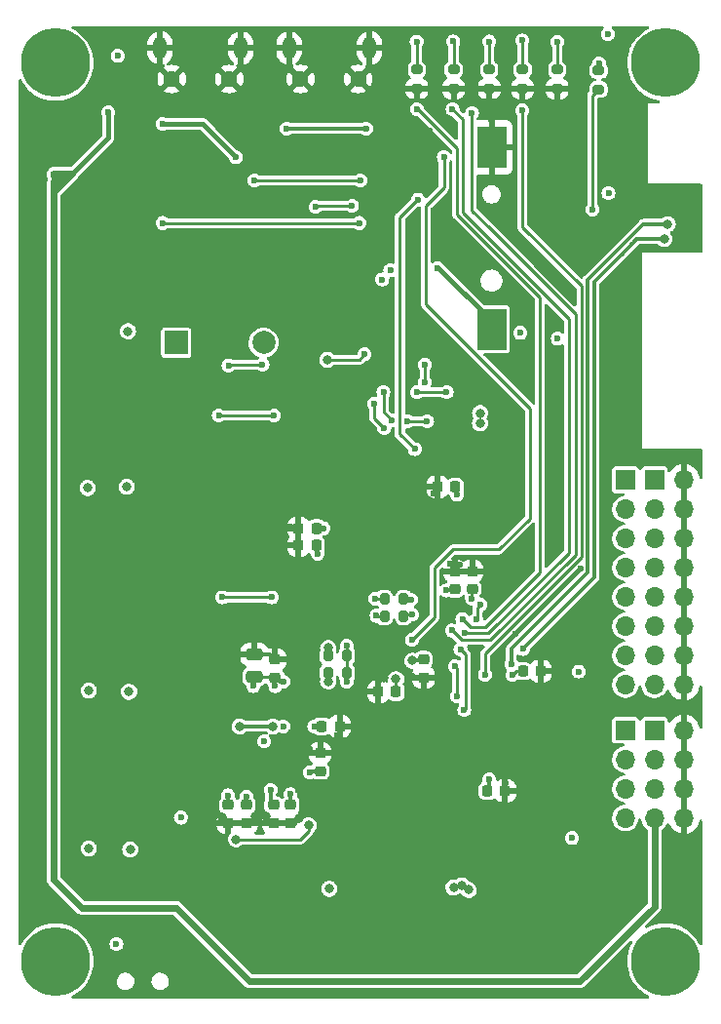
<source format=gbr>
%TF.GenerationSoftware,KiCad,Pcbnew,(6.0.0)*%
%TF.CreationDate,2022-03-02T14:27:29+07:00*%
%TF.ProjectId,FC-32,46432d33-322e-46b6-9963-61645f706362,rev?*%
%TF.SameCoordinates,Original*%
%TF.FileFunction,Copper,L4,Bot*%
%TF.FilePolarity,Positive*%
%FSLAX46Y46*%
G04 Gerber Fmt 4.6, Leading zero omitted, Abs format (unit mm)*
G04 Created by KiCad (PCBNEW (6.0.0)) date 2022-03-02 14:27:29*
%MOMM*%
%LPD*%
G01*
G04 APERTURE LIST*
G04 Aperture macros list*
%AMRoundRect*
0 Rectangle with rounded corners*
0 $1 Rounding radius*
0 $2 $3 $4 $5 $6 $7 $8 $9 X,Y pos of 4 corners*
0 Add a 4 corners polygon primitive as box body*
4,1,4,$2,$3,$4,$5,$6,$7,$8,$9,$2,$3,0*
0 Add four circle primitives for the rounded corners*
1,1,$1+$1,$2,$3*
1,1,$1+$1,$4,$5*
1,1,$1+$1,$6,$7*
1,1,$1+$1,$8,$9*
0 Add four rect primitives between the rounded corners*
20,1,$1+$1,$2,$3,$4,$5,0*
20,1,$1+$1,$4,$5,$6,$7,0*
20,1,$1+$1,$6,$7,$8,$9,0*
20,1,$1+$1,$8,$9,$2,$3,0*%
G04 Aperture macros list end*
%TA.AperFunction,ComponentPad*%
%ADD10R,2.000000X2.000000*%
%TD*%
%TA.AperFunction,ComponentPad*%
%ADD11C,2.000000*%
%TD*%
%TA.AperFunction,ComponentPad*%
%ADD12C,0.800000*%
%TD*%
%TA.AperFunction,ComponentPad*%
%ADD13C,6.000000*%
%TD*%
%TA.AperFunction,ComponentPad*%
%ADD14R,1.700000X1.700000*%
%TD*%
%TA.AperFunction,ComponentPad*%
%ADD15O,1.700000X1.700000*%
%TD*%
%TA.AperFunction,ComponentPad*%
%ADD16O,1.200000X1.900000*%
%TD*%
%TA.AperFunction,ComponentPad*%
%ADD17C,1.450000*%
%TD*%
%TA.AperFunction,ComponentPad*%
%ADD18R,0.500000X0.900000*%
%TD*%
%TA.AperFunction,SMDPad,CuDef*%
%ADD19RoundRect,0.225000X0.225000X0.250000X-0.225000X0.250000X-0.225000X-0.250000X0.225000X-0.250000X0*%
%TD*%
%TA.AperFunction,SMDPad,CuDef*%
%ADD20RoundRect,0.200000X0.200000X0.275000X-0.200000X0.275000X-0.200000X-0.275000X0.200000X-0.275000X0*%
%TD*%
%TA.AperFunction,SMDPad,CuDef*%
%ADD21RoundRect,0.225000X-0.250000X0.225000X-0.250000X-0.225000X0.250000X-0.225000X0.250000X0.225000X0*%
%TD*%
%TA.AperFunction,SMDPad,CuDef*%
%ADD22RoundRect,0.225000X0.250000X-0.225000X0.250000X0.225000X-0.250000X0.225000X-0.250000X-0.225000X0*%
%TD*%
%TA.AperFunction,SMDPad,CuDef*%
%ADD23RoundRect,0.250000X0.475000X-0.250000X0.475000X0.250000X-0.475000X0.250000X-0.475000X-0.250000X0*%
%TD*%
%TA.AperFunction,SMDPad,CuDef*%
%ADD24RoundRect,0.200000X-0.275000X0.200000X-0.275000X-0.200000X0.275000X-0.200000X0.275000X0.200000X0*%
%TD*%
%TA.AperFunction,SMDPad,CuDef*%
%ADD25RoundRect,0.225000X-0.225000X-0.250000X0.225000X-0.250000X0.225000X0.250000X-0.225000X0.250000X0*%
%TD*%
%TA.AperFunction,SMDPad,CuDef*%
%ADD26R,2.600000X3.660000*%
%TD*%
%TA.AperFunction,SMDPad,CuDef*%
%ADD27R,2.600000X3.540000*%
%TD*%
%TA.AperFunction,SMDPad,CuDef*%
%ADD28RoundRect,0.200000X-0.200000X-0.275000X0.200000X-0.275000X0.200000X0.275000X-0.200000X0.275000X0*%
%TD*%
%TA.AperFunction,ViaPad*%
%ADD29C,0.800000*%
%TD*%
%TA.AperFunction,ViaPad*%
%ADD30C,0.600000*%
%TD*%
%TA.AperFunction,Conductor*%
%ADD31C,0.250000*%
%TD*%
%TA.AperFunction,Conductor*%
%ADD32C,0.300000*%
%TD*%
%TA.AperFunction,Conductor*%
%ADD33C,0.290000*%
%TD*%
%TA.AperFunction,Conductor*%
%ADD34C,0.400000*%
%TD*%
%TA.AperFunction,Conductor*%
%ADD35C,0.600000*%
%TD*%
G04 APERTURE END LIST*
D10*
%TO.P,BZ1,1,-*%
%TO.N,+3V3*%
X143990000Y-82790000D03*
D11*
%TO.P,BZ1,2,+*%
%TO.N,Net-(BZ1-Pad2)*%
X151590000Y-82790000D03*
%TD*%
D12*
%TO.P,H4,1*%
%TO.N,N/C*%
X131909010Y-134909010D03*
X135750000Y-136500000D03*
X135090990Y-138090990D03*
D13*
X133500000Y-136500000D03*
D12*
X131250000Y-136500000D03*
X135090990Y-134909010D03*
X133500000Y-134250000D03*
X131909010Y-138090990D03*
X133500000Y-138750000D03*
%TD*%
D14*
%TO.P,POW1,1,Pin_1*%
%TO.N,+5V*%
X185560000Y-94700000D03*
D15*
%TO.P,POW1,2,Pin_2*%
%TO.N,GND*%
X188100000Y-94700000D03*
%TO.P,POW1,3,Pin_3*%
%TO.N,+5V*%
X185560000Y-97240000D03*
%TO.P,POW1,4,Pin_4*%
%TO.N,GND*%
X188100000Y-97240000D03*
%TO.P,POW1,5,Pin_5*%
%TO.N,+5V*%
X185560000Y-99780000D03*
%TO.P,POW1,6,Pin_6*%
%TO.N,GND*%
X188100000Y-99780000D03*
%TO.P,POW1,7,Pin_7*%
%TO.N,+5V*%
X185560000Y-102320000D03*
%TO.P,POW1,8,Pin_8*%
%TO.N,GND*%
X188100000Y-102320000D03*
%TO.P,POW1,9,Pin_9*%
%TO.N,+5V*%
X185560000Y-104860000D03*
%TO.P,POW1,10,Pin_10*%
%TO.N,GND*%
X188100000Y-104860000D03*
%TO.P,POW1,11,Pin_11*%
%TO.N,+5V*%
X185560000Y-107400000D03*
%TO.P,POW1,12,Pin_12*%
%TO.N,GND*%
X188100000Y-107400000D03*
%TO.P,POW1,13,Pin_13*%
%TO.N,+5V*%
X185560000Y-109940000D03*
%TO.P,POW1,14,Pin_14*%
%TO.N,GND*%
X188100000Y-109940000D03*
%TO.P,POW1,15,Pin_15*%
%TO.N,+5V*%
X185560000Y-112480000D03*
%TO.P,POW1,16,Pin_16*%
%TO.N,GND*%
X188100000Y-112480000D03*
%TD*%
D12*
%TO.P,H2,1*%
%TO.N,N/C*%
X188090990Y-56909010D03*
X184250000Y-58500000D03*
X188750000Y-58500000D03*
X184909010Y-60090990D03*
X188090990Y-60090990D03*
D13*
X186500000Y-58500000D03*
D12*
X186500000Y-60750000D03*
X184909010Y-56909010D03*
X186500000Y-56250000D03*
%TD*%
%TO.P,H1,1*%
%TO.N,N/C*%
X188090990Y-138090990D03*
X188090990Y-134909010D03*
X188750000Y-136500000D03*
X186500000Y-134250000D03*
X186500000Y-138750000D03*
X184909010Y-138090990D03*
X184909010Y-134909010D03*
X184250000Y-136500000D03*
D13*
X186500000Y-136500000D03*
%TD*%
D14*
%TO.P,PWM_SIG1,1,Pin_1*%
%TO.N,TIM5_CH4*%
X183035000Y-116435000D03*
D15*
%TO.P,PWM_SIG1,2,Pin_2*%
%TO.N,TIM5_CH3*%
X183035000Y-118975000D03*
%TO.P,PWM_SIG1,3,Pin_3*%
%TO.N,TIM5_CH2*%
X183035000Y-121515000D03*
%TO.P,PWM_SIG1,4,Pin_4*%
%TO.N,TIM5_CH1*%
X183035000Y-124055000D03*
%TD*%
D12*
%TO.P,H3,1*%
%TO.N,N/C*%
X135090990Y-60090990D03*
D13*
X133500000Y-58500000D03*
D12*
X131909010Y-60090990D03*
X131909010Y-56909010D03*
X133500000Y-56250000D03*
X133500000Y-60750000D03*
X135750000Y-58500000D03*
X131250000Y-58500000D03*
X135090990Y-56909010D03*
%TD*%
D14*
%TO.P,SIG1,1,Pin_1*%
%TO.N,PWM_7*%
X183035000Y-94695000D03*
D15*
%TO.P,SIG1,2,Pin_2*%
%TO.N,PWM_6*%
X183035000Y-97235000D03*
%TO.P,SIG1,3,Pin_3*%
%TO.N,PWM_5*%
X183035000Y-99775000D03*
%TO.P,SIG1,4,Pin_4*%
%TO.N,PWM_4*%
X183035000Y-102315000D03*
%TO.P,SIG1,5,Pin_5*%
%TO.N,PWM_3*%
X183035000Y-104855000D03*
%TO.P,SIG1,6,Pin_6*%
%TO.N,PWM_2*%
X183035000Y-107395000D03*
%TO.P,SIG1,7,Pin_7*%
%TO.N,PWM_1*%
X183035000Y-109935000D03*
%TO.P,SIG1,8,Pin_8*%
%TO.N,PWM_0*%
X183035000Y-112475000D03*
%TD*%
D14*
%TO.P,PWM_POW1,1,Pin_1*%
%TO.N,+5V*%
X185570000Y-116445000D03*
D15*
%TO.P,PWM_POW1,2,Pin_2*%
%TO.N,GND*%
X188110000Y-116445000D03*
%TO.P,PWM_POW1,3,Pin_3*%
%TO.N,+5V*%
X185570000Y-118985000D03*
%TO.P,PWM_POW1,4,Pin_4*%
%TO.N,GND*%
X188110000Y-118985000D03*
%TO.P,PWM_POW1,5,Pin_5*%
%TO.N,+5V*%
X185570000Y-121525000D03*
%TO.P,PWM_POW1,6,Pin_6*%
%TO.N,GND*%
X188110000Y-121525000D03*
%TO.P,PWM_POW1,7,Pin_7*%
%TO.N,+5V*%
X185570000Y-124065000D03*
%TO.P,PWM_POW1,8,Pin_8*%
%TO.N,GND*%
X188110000Y-124065000D03*
%TD*%
D16*
%TO.P,J4,6,Shield*%
%TO.N,GND*%
X153800000Y-57204000D03*
D17*
X159800000Y-59904000D03*
D16*
X160800000Y-57204000D03*
D17*
X154800000Y-59904000D03*
%TD*%
%TO.P,J5,6,Shield*%
%TO.N,GND*%
X143600000Y-59900000D03*
D16*
X149600000Y-57200000D03*
D17*
X148600000Y-59900000D03*
D16*
X142600000Y-57200000D03*
%TD*%
D18*
%TO.P,ANT1,2,GND*%
%TO.N,GND*%
X184100000Y-90200000D03*
%TD*%
D19*
%TO.P,C9,1*%
%TO.N,+3V3*%
X156158334Y-100400000D03*
%TO.P,C9,2*%
%TO.N,GND*%
X154608334Y-100400000D03*
%TD*%
D20*
%TO.P,R16,1*%
%TO.N,+3V3*%
X158825000Y-109970000D03*
%TO.P,R16,2*%
%TO.N,I2C1_SCL*%
X157175000Y-109970000D03*
%TD*%
D21*
%TO.P,C5,1*%
%TO.N,+3V3*%
X165500000Y-110300000D03*
%TO.P,C5,2*%
%TO.N,GND*%
X165500000Y-111850000D03*
%TD*%
D22*
%TO.P,C4,1*%
%TO.N,+3V3*%
X152600000Y-111850000D03*
%TO.P,C4,2*%
%TO.N,GND*%
X152600000Y-110300000D03*
%TD*%
D23*
%TO.P,C3,1*%
%TO.N,+3V3*%
X150800000Y-111775000D03*
%TO.P,C3,2*%
%TO.N,GND*%
X150800000Y-109875000D03*
%TD*%
D24*
%TO.P,R30,1*%
%TO.N,Net-(D10-Pad1)*%
X171200000Y-59075000D03*
%TO.P,R30,2*%
%TO.N,GND*%
X171200000Y-60725000D03*
%TD*%
D22*
%TO.P,C22,1*%
%TO.N,GND*%
X152438000Y-124475000D03*
%TO.P,C22,2*%
%TO.N,+3V3*%
X152438000Y-122925000D03*
%TD*%
%TO.P,C24,1*%
%TO.N,GND*%
X153938000Y-124475000D03*
%TO.P,C24,2*%
%TO.N,Net-(C24-Pad2)*%
X153938000Y-122925000D03*
%TD*%
%TO.P,C26,1*%
%TO.N,GND*%
X150100000Y-124475000D03*
%TO.P,C26,2*%
%TO.N,+3V3*%
X150100000Y-122925000D03*
%TD*%
D24*
%TO.P,R34,1*%
%TO.N,Net-(D14-Pad1)*%
X174100000Y-59087500D03*
%TO.P,R34,2*%
%TO.N,GND*%
X174100000Y-60737500D03*
%TD*%
D21*
%TO.P,C23,1*%
%TO.N,GND*%
X156500000Y-118425000D03*
%TO.P,C23,2*%
%TO.N,+3V3*%
X156500000Y-119975000D03*
%TD*%
D19*
%TO.P,C6,1*%
%TO.N,+3V3*%
X163100000Y-113100000D03*
%TO.P,C6,2*%
%TO.N,GND*%
X161550000Y-113100000D03*
%TD*%
D25*
%TO.P,C40,1*%
%TO.N,+3V3*%
X174120000Y-111310000D03*
%TO.P,C40,2*%
%TO.N,GND*%
X175670000Y-111310000D03*
%TD*%
D22*
%TO.P,C8,1*%
%TO.N,+3V3*%
X168200000Y-104175000D03*
%TO.P,C8,2*%
%TO.N,GND*%
X168200000Y-102625000D03*
%TD*%
D25*
%TO.P,C7,1*%
%TO.N,+3V3*%
X156650000Y-116100000D03*
%TO.P,C7,2*%
%TO.N,GND*%
X158200000Y-116100000D03*
%TD*%
D24*
%TO.P,R32,1*%
%TO.N,Net-(D12-Pad1)*%
X164900000Y-59075000D03*
%TO.P,R32,2*%
%TO.N,GND*%
X164900000Y-60725000D03*
%TD*%
D20*
%TO.P,R15,1*%
%TO.N,+3V3*%
X158825000Y-111470000D03*
%TO.P,R15,2*%
%TO.N,I2C1_SDA*%
X157175000Y-111470000D03*
%TD*%
D24*
%TO.P,R31,1*%
%TO.N,Net-(D11-Pad1)*%
X168100000Y-59087500D03*
%TO.P,R31,2*%
%TO.N,GND*%
X168100000Y-60737500D03*
%TD*%
D22*
%TO.P,C1,1*%
%TO.N,/FC/VCAP_1*%
X169708810Y-104175000D03*
%TO.P,C1,2*%
%TO.N,GND*%
X169708810Y-102625000D03*
%TD*%
D26*
%TO.P,BT1,N*%
%TO.N,GND*%
X171400000Y-65830000D03*
D27*
%TO.P,BT1,P*%
%TO.N,/WirelessCommunication/V_BCKP*%
X171400000Y-81630000D03*
%TD*%
D22*
%TO.P,C25,1*%
%TO.N,GND*%
X148500000Y-124475000D03*
%TO.P,C25,2*%
%TO.N,+3V3*%
X148500000Y-122925000D03*
%TD*%
D19*
%TO.P,C43,1*%
%TO.N,GND*%
X172575000Y-121700000D03*
%TO.P,C43,2*%
%TO.N,+3V3*%
X171025000Y-121700000D03*
%TD*%
D28*
%TO.P,R18,1*%
%TO.N,+3V3*%
X162100000Y-106530000D03*
%TO.P,R18,2*%
%TO.N,I2C2_SCL*%
X163750000Y-106530000D03*
%TD*%
D25*
%TO.P,C39,1*%
%TO.N,GND*%
X166700000Y-95300000D03*
%TO.P,C39,2*%
%TO.N,+3V3*%
X168250000Y-95300000D03*
%TD*%
D28*
%TO.P,R17,1*%
%TO.N,+3V3*%
X162100000Y-105030000D03*
%TO.P,R17,2*%
%TO.N,I2C2_SDA*%
X163750000Y-105030000D03*
%TD*%
D19*
%TO.P,C2,1*%
%TO.N,/FC/VCAP_2*%
X156175000Y-98900000D03*
%TO.P,C2,2*%
%TO.N,GND*%
X154625000Y-98900000D03*
%TD*%
D24*
%TO.P,R12,1*%
%TO.N,Net-(D4-Pad1)*%
X180700000Y-59150000D03*
%TO.P,R12,2*%
%TO.N,Net-(Q1-Pad3)*%
X180700000Y-60800000D03*
%TD*%
%TO.P,R33,1*%
%TO.N,Net-(D13-Pad1)*%
X177100000Y-59087500D03*
%TO.P,R33,2*%
%TO.N,GND*%
X177100000Y-60737500D03*
%TD*%
D29*
%TO.N,GND*%
X156380000Y-81450000D03*
X157190000Y-80620000D03*
%TO.N,Buzzer*%
X157120000Y-84270000D03*
D30*
%TO.N,+3V3*%
X171200000Y-120700000D03*
X161900000Y-77300000D03*
X150100000Y-122200000D03*
X178970000Y-111340000D03*
X150700000Y-112600000D03*
D29*
X139700000Y-95300000D03*
X136400000Y-126700000D03*
D30*
X152600000Y-112600000D03*
D29*
X139800000Y-81800000D03*
D30*
X178400000Y-125800000D03*
X181500000Y-56000000D03*
X161400000Y-106500000D03*
X156300000Y-101100000D03*
D29*
X170400000Y-88900000D03*
X170400000Y-89800000D03*
D30*
X138900000Y-57900000D03*
X153300000Y-116100000D03*
D29*
X163100000Y-112000000D03*
X140000000Y-126800000D03*
D30*
X151649500Y-117400000D03*
D29*
X136400000Y-113000000D03*
D30*
X155600000Y-120100000D03*
D29*
X169400000Y-130300000D03*
D30*
X162600000Y-76500000D03*
X158800000Y-109100000D03*
X167500000Y-104300000D03*
X148500000Y-122100000D03*
X152200000Y-121600000D03*
D29*
X168800000Y-129900000D03*
D30*
X173210000Y-111650000D03*
D29*
X136300000Y-95400000D03*
D30*
X156000000Y-116100000D03*
X173890000Y-81940000D03*
X158800000Y-112200000D03*
X153300000Y-112200000D03*
D29*
X139900000Y-113100000D03*
X164500000Y-110400000D03*
D30*
X138800000Y-135000000D03*
X161300000Y-105000000D03*
X144400000Y-124025000D03*
D29*
X168100000Y-130100000D03*
D30*
X181560000Y-69810000D03*
D29*
X157300000Y-130200000D03*
D30*
X168380000Y-96000000D03*
X177150000Y-82450000D03*
D29*
%TO.N,GND*%
X182730000Y-57630000D03*
D30*
X146700000Y-129400000D03*
X176430000Y-80200000D03*
X154500000Y-75600000D03*
D29*
X136300000Y-128800000D03*
X154675500Y-124100000D03*
X165600000Y-131900000D03*
D30*
X173560000Y-80160000D03*
X175670000Y-110630000D03*
X176100000Y-129900000D03*
D29*
X186300000Y-71200000D03*
D30*
X175000000Y-131900000D03*
X145400000Y-66900000D03*
D29*
X182660000Y-56000000D03*
X182350000Y-61800000D03*
D30*
X171800000Y-127500000D03*
X158000000Y-116900000D03*
X162600000Y-79500000D03*
D29*
X139800000Y-128700000D03*
X167600000Y-89300000D03*
X136400000Y-115100000D03*
D30*
X174020000Y-83470000D03*
X142800000Y-123925000D03*
X154622287Y-121586533D03*
X181990000Y-74150000D03*
X167840000Y-101950000D03*
D29*
X165300000Y-127700000D03*
D30*
X145500000Y-128700000D03*
D29*
X168300000Y-90000000D03*
D30*
X181290000Y-91950000D03*
D29*
X182870000Y-59860000D03*
X143300000Y-135300000D03*
D30*
X166000000Y-65500000D03*
X166000000Y-64400000D03*
X153033278Y-121857519D03*
X153800000Y-100400000D03*
D29*
X139800000Y-115000000D03*
X146000000Y-119100000D03*
D30*
X169730000Y-101960000D03*
D29*
X150900000Y-123900000D03*
D30*
X172600000Y-121000000D03*
X167274500Y-99860000D03*
D29*
X166200000Y-126800000D03*
D30*
X178450000Y-71810000D03*
X154000000Y-116600000D03*
X156200000Y-112400000D03*
D29*
X136500000Y-83700000D03*
D30*
X168630000Y-102030000D03*
X137000000Y-57000000D03*
D29*
X184300000Y-61820000D03*
D30*
X157241589Y-121241589D03*
X176100000Y-133900000D03*
X175200000Y-117500000D03*
X171340000Y-63410000D03*
X176280000Y-111300000D03*
X171800000Y-125800000D03*
D29*
X136400000Y-70200000D03*
D30*
X171210000Y-61520000D03*
X154500000Y-71100000D03*
D29*
X148000000Y-124000000D03*
D30*
X153900000Y-98800000D03*
X174890000Y-80070000D03*
X173450000Y-108060000D03*
X148500000Y-112500000D03*
D29*
X183900000Y-55790000D03*
D30*
X139000000Y-57000000D03*
D29*
X166600000Y-133800000D03*
X136300000Y-97400000D03*
D30*
X173500000Y-121700000D03*
X166380000Y-95920000D03*
D29*
X139800000Y-83700000D03*
X169500000Y-91100000D03*
D30*
X155600000Y-118100000D03*
X144400000Y-125025000D03*
X154500000Y-69600000D03*
D29*
X139600000Y-70100000D03*
D30*
X179104992Y-102404993D03*
D29*
X159300000Y-130200000D03*
D30*
X171700000Y-84320000D03*
X176290000Y-93690000D03*
X146400000Y-74000000D03*
X152000000Y-69700000D03*
X152900000Y-127900000D03*
D29*
X164400000Y-111800000D03*
D30*
X178410000Y-115590000D03*
D29*
X151791559Y-123885932D03*
X162000000Y-111900000D03*
D30*
X161900000Y-78800000D03*
D29*
X139700000Y-97300000D03*
D30*
X176690000Y-108720000D03*
X177050000Y-84800000D03*
%TO.N,/WirelessCommunication/V_BCKP*%
X166700000Y-76300000D03*
%TO.N,/FC/VCAP_1*%
X169700000Y-105000000D03*
%TO.N,/FC/VCAP_2*%
X156800000Y-98900000D03*
%TO.N,+5V*%
X134970000Y-68120000D03*
X134080000Y-68120000D03*
X133320000Y-68980000D03*
X138100000Y-62800000D03*
X133340000Y-68160000D03*
X134115000Y-68915000D03*
%TO.N,Net-(C24-Pad2)*%
X153938000Y-122000000D03*
%TO.N,V_USB*%
X150800000Y-68700000D03*
X149200000Y-66700000D03*
X142800000Y-63800000D03*
X160000000Y-68700000D03*
%TO.N,Net-(D4-Pad1)*%
X180740000Y-58520000D03*
%TO.N,Net-(D5-Pad2)*%
X153600000Y-64200000D03*
X160500000Y-64200000D03*
D29*
%TO.N,LED_PC13*%
X155500000Y-124700000D03*
X149200000Y-125900000D03*
D30*
%TO.N,Net-(D10-Pad1)*%
X171200000Y-56650500D03*
%TO.N,LED_1*%
X167950000Y-107774500D03*
X169700000Y-62850000D03*
%TO.N,Net-(D11-Pad1)*%
X168080000Y-56640000D03*
%TO.N,LED_2*%
X169090000Y-107990000D03*
X168010000Y-62540000D03*
%TO.N,Net-(D12-Pad1)*%
X164890000Y-56650500D03*
%TO.N,LED_3*%
X164900000Y-62500000D03*
X168858411Y-106774500D03*
%TO.N,Net-(D13-Pad1)*%
X177110000Y-56663000D03*
%TO.N,LED_4*%
X167250000Y-66690000D03*
X164470000Y-108600000D03*
%TO.N,Net-(D14-Pad1)*%
X174070000Y-56550000D03*
%TO.N,LED_5*%
X174070000Y-62630000D03*
X170820000Y-111610000D03*
%TO.N,WS2812B*%
X159900000Y-72400000D03*
X142800000Y-72400000D03*
%TO.N,Net-(Q1-Pad3)*%
X180170000Y-71230000D03*
%TO.N,GPS_RESET*%
X165010000Y-70370000D03*
X164720000Y-92030000D03*
D29*
%TO.N,I2C1_SDA*%
X157200000Y-112200000D03*
%TO.N,I2C1_SCL*%
X157200000Y-109300000D03*
X152400000Y-116100000D03*
X149500000Y-116100000D03*
D30*
%TO.N,I2C2_SDA*%
X170418965Y-105529319D03*
X170075500Y-106800000D03*
X173113528Y-110674500D03*
X164400000Y-105100000D03*
D29*
X186700000Y-72500000D03*
D30*
%TO.N,I2C2_SCL*%
X174120000Y-109380000D03*
X164500000Y-106400000D03*
D29*
X186400000Y-73800000D03*
D30*
%TO.N,Buzzer*%
X160370000Y-83810000D03*
%TO.N,USB_ID*%
X159274500Y-70900000D03*
X156100000Y-71000000D03*
%TO.N,TIM2_CH1*%
X152300000Y-104900000D03*
X148000000Y-104900000D03*
%TO.N,SWCLK*%
X147700000Y-89100000D03*
X152500000Y-89100000D03*
%TO.N,SWDIO*%
X151500000Y-84700000D03*
X148540000Y-84760000D03*
%TO.N,UART6_RX*%
X162075500Y-90200000D03*
X161200000Y-88100000D03*
%TO.N,UART6_TX*%
X162000000Y-87100000D03*
X162700000Y-89500000D03*
%TO.N,SPI1_SCK*%
X168400000Y-113500000D03*
X168200000Y-110900000D03*
%TO.N,SPI1_MOSI*%
X169024500Y-114700000D03*
X168700000Y-109400000D03*
%TO.N,SPI2_MISO*%
X164075500Y-89600000D03*
X165800000Y-89600000D03*
%TO.N,SPI2_MOSI*%
X167500000Y-87100000D03*
X164900000Y-87100000D03*
%TO.N,SPI2_CE*%
X165600000Y-86200000D03*
X165600000Y-84700000D03*
%TD*%
D31*
%TO.N,Buzzer*%
X160370000Y-83810000D02*
X159910000Y-84270000D01*
X159910000Y-84270000D02*
X157120000Y-84270000D01*
%TO.N,SWDIO*%
X151500000Y-84700000D02*
X148600000Y-84700000D01*
X148600000Y-84700000D02*
X148540000Y-84760000D01*
%TO.N,+3V3*%
X174120000Y-111310000D02*
X173550000Y-111310000D01*
X150800000Y-111775000D02*
X152525000Y-111775000D01*
X158825000Y-111470000D02*
X158825000Y-112175000D01*
X153300000Y-112200000D02*
X152950000Y-112200000D01*
X152525000Y-111775000D02*
X152600000Y-111850000D01*
D32*
X155725000Y-119975000D02*
X155600000Y-120100000D01*
X156500000Y-119975000D02*
X155725000Y-119975000D01*
D31*
X161330000Y-105030000D02*
X161300000Y-105000000D01*
D32*
X171200000Y-120700000D02*
X171200000Y-121525000D01*
D31*
X156000000Y-116100000D02*
X156650000Y-116100000D01*
D32*
X148500000Y-122925000D02*
X148500000Y-122100000D01*
X150100000Y-122925000D02*
X150100000Y-122200000D01*
D31*
X150800000Y-111775000D02*
X150800000Y-112500000D01*
X150800000Y-112500000D02*
X150700000Y-112600000D01*
D32*
X164500000Y-110400000D02*
X165400000Y-110400000D01*
X171200000Y-121525000D02*
X171025000Y-121700000D01*
D31*
X168380000Y-96000000D02*
X168380000Y-95430000D01*
X161430000Y-106530000D02*
X161400000Y-106500000D01*
X156158334Y-100400000D02*
X156158334Y-100958334D01*
X158825000Y-109970000D02*
X158825000Y-111470000D01*
D32*
X152438000Y-122925000D02*
X152200000Y-122687000D01*
D31*
X152950000Y-112200000D02*
X152600000Y-111850000D01*
D32*
X152600000Y-111850000D02*
X152600000Y-112600000D01*
D31*
X173550000Y-111310000D02*
X173210000Y-111650000D01*
D32*
X152200000Y-122687000D02*
X152200000Y-121600000D01*
D31*
X168380000Y-95430000D02*
X168250000Y-95300000D01*
X158825000Y-109125000D02*
X158800000Y-109100000D01*
X156158334Y-100958334D02*
X156300000Y-101100000D01*
X163100000Y-112000000D02*
X163100000Y-113100000D01*
X158825000Y-109970000D02*
X158825000Y-109125000D01*
X158825000Y-112175000D02*
X158800000Y-112200000D01*
X162100000Y-105030000D02*
X161330000Y-105030000D01*
X167625000Y-104175000D02*
X168200000Y-104175000D01*
X162100000Y-106530000D02*
X161430000Y-106530000D01*
X167500000Y-104300000D02*
X167625000Y-104175000D01*
D32*
X165400000Y-110400000D02*
X165500000Y-110300000D01*
D31*
%TO.N,GND*%
X154300500Y-124475000D02*
X154675500Y-124100000D01*
D32*
X168200000Y-102310000D02*
X167840000Y-101950000D01*
D31*
X148475000Y-124475000D02*
X148000000Y-124000000D01*
D33*
X164912500Y-60737500D02*
X164900000Y-60725000D01*
D32*
X164450000Y-111850000D02*
X164400000Y-111800000D01*
X169708810Y-101981190D02*
X169730000Y-101960000D01*
D31*
X161550000Y-112350000D02*
X161550000Y-113100000D01*
D33*
X171400000Y-63470000D02*
X171340000Y-63410000D01*
D31*
X175670000Y-111310000D02*
X175670000Y-110630000D01*
X176270000Y-111310000D02*
X176280000Y-111300000D01*
X154608334Y-100400000D02*
X153800000Y-100400000D01*
D32*
X168200000Y-102625000D02*
X168200000Y-102460000D01*
X172575000Y-121700000D02*
X172575000Y-121025000D01*
D31*
X158200000Y-116700000D02*
X158200000Y-116100000D01*
D33*
X171200000Y-61510000D02*
X171210000Y-61520000D01*
D31*
X152438000Y-124475000D02*
X152380627Y-124475000D01*
D32*
X168200000Y-102460000D02*
X168630000Y-102030000D01*
D31*
X150900000Y-123900000D02*
X150325000Y-124475000D01*
X148500000Y-124475000D02*
X148475000Y-124475000D01*
X166700000Y-95600000D02*
X166380000Y-95920000D01*
D32*
X168200000Y-102625000D02*
X168200000Y-102310000D01*
D31*
X153938000Y-124475000D02*
X154300500Y-124475000D01*
D32*
X152175000Y-109875000D02*
X152600000Y-110300000D01*
X172575000Y-121025000D02*
X172600000Y-121000000D01*
D31*
X154000000Y-98900000D02*
X153900000Y-98800000D01*
X150100000Y-124475000D02*
X148500000Y-124475000D01*
D32*
X155925000Y-118425000D02*
X155600000Y-118100000D01*
D33*
X177100000Y-60737500D02*
X164912500Y-60737500D01*
D31*
X152380627Y-124475000D02*
X151791559Y-123885932D01*
D33*
X171400000Y-65830000D02*
X171400000Y-63470000D01*
D32*
X165500000Y-111850000D02*
X164450000Y-111850000D01*
D31*
X158000000Y-116900000D02*
X158200000Y-116700000D01*
X153938000Y-124475000D02*
X152438000Y-124475000D01*
D33*
X171200000Y-60725000D02*
X171200000Y-61510000D01*
D31*
X166700000Y-95300000D02*
X166700000Y-95600000D01*
X150325000Y-124475000D02*
X150100000Y-124475000D01*
X150100000Y-124475000D02*
X152438000Y-124475000D01*
D32*
X150800000Y-109875000D02*
X152175000Y-109875000D01*
X150800000Y-109875000D02*
X149625000Y-109875000D01*
D31*
X175670000Y-111310000D02*
X176270000Y-111310000D01*
D32*
X169708810Y-102625000D02*
X169708810Y-101981190D01*
D31*
X154625000Y-98900000D02*
X154000000Y-98900000D01*
D32*
X149625000Y-109875000D02*
X148500000Y-111000000D01*
D31*
X162000000Y-111900000D02*
X161550000Y-112350000D01*
D32*
X148500000Y-111000000D02*
X148500000Y-112500000D01*
X156500000Y-118425000D02*
X155925000Y-118425000D01*
X172575000Y-121700000D02*
X173500000Y-121700000D01*
D34*
%TO.N,/WirelessCommunication/V_BCKP*%
X171400000Y-81630000D02*
X171400000Y-80900000D01*
X171400000Y-80900000D02*
X166800000Y-76300000D01*
X166800000Y-76300000D02*
X166700000Y-76300000D01*
D31*
%TO.N,/FC/VCAP_1*%
X169700000Y-104183810D02*
X169708810Y-104175000D01*
X169700000Y-105000000D02*
X169700000Y-104183810D01*
%TO.N,/FC/VCAP_2*%
X156800000Y-98900000D02*
X156175000Y-98900000D01*
D35*
%TO.N,+5V*%
X134970000Y-68120000D02*
X134600000Y-68120000D01*
X134600000Y-68120000D02*
X134080000Y-68120000D01*
X144040000Y-131890000D02*
X150380000Y-138230000D01*
D34*
X133320000Y-68180000D02*
X133340000Y-68160000D01*
X133320000Y-68980000D02*
X133320000Y-68180000D01*
D35*
X185570000Y-131750000D02*
X185570000Y-124065000D01*
X150380000Y-138230000D02*
X179090000Y-138230000D01*
X134180000Y-68120000D02*
X134600000Y-68120000D01*
X133320000Y-68980000D02*
X134180000Y-68120000D01*
X133320000Y-69550000D02*
X133320000Y-68980000D01*
X133320000Y-129380000D02*
X135830000Y-131890000D01*
X135830000Y-131890000D02*
X144040000Y-131890000D01*
X133540000Y-69550000D02*
X134970000Y-68120000D01*
X133320000Y-69550000D02*
X133320000Y-129380000D01*
D34*
X138100000Y-64990000D02*
X134970000Y-68120000D01*
D35*
X133320000Y-69550000D02*
X133540000Y-69550000D01*
D34*
X138100000Y-62800000D02*
X138100000Y-64990000D01*
D35*
X179090000Y-138230000D02*
X185570000Y-131750000D01*
X133380000Y-68120000D02*
X133340000Y-68160000D01*
X134080000Y-68120000D02*
X133380000Y-68120000D01*
D32*
%TO.N,Net-(C24-Pad2)*%
X153938000Y-122925000D02*
X153938000Y-122000000D01*
D34*
%TO.N,V_USB*%
X142800000Y-63800000D02*
X146300000Y-63800000D01*
D31*
X160000000Y-68700000D02*
X150800000Y-68700000D01*
D34*
X146300000Y-63800000D02*
X149200000Y-66700000D01*
D33*
%TO.N,Net-(D4-Pad1)*%
X180700000Y-58560000D02*
X180740000Y-58520000D01*
X180700000Y-59150000D02*
X180700000Y-58560000D01*
D32*
%TO.N,Net-(D5-Pad2)*%
X153600000Y-64200000D02*
X160500000Y-64200000D01*
D31*
%TO.N,LED_PC13*%
X155500000Y-125200000D02*
X155500000Y-124700000D01*
X154800000Y-125900000D02*
X155500000Y-125200000D01*
X149200000Y-125900000D02*
X154800000Y-125900000D01*
D33*
%TO.N,Net-(D10-Pad1)*%
X171200000Y-59075000D02*
X171200000Y-56650500D01*
D31*
%TO.N,LED_1*%
X171095489Y-108614511D02*
X171120000Y-108590000D01*
X169700000Y-71330000D02*
X169700000Y-62850000D01*
X171120000Y-108590000D02*
X171300000Y-108590000D01*
X171250000Y-72880000D02*
X169700000Y-71330000D01*
X168790011Y-108614511D02*
X171095489Y-108614511D01*
X178710000Y-101180000D02*
X178710000Y-80340000D01*
X167950000Y-107774500D02*
X168790011Y-108614511D01*
X171300000Y-108590000D02*
X178710000Y-101180000D01*
X178710000Y-80340000D02*
X171250000Y-72880000D01*
D33*
%TO.N,Net-(D11-Pad1)*%
X168100000Y-56660000D02*
X168080000Y-56640000D01*
X168100000Y-59087500D02*
X168100000Y-56660000D01*
D31*
%TO.N,LED_2*%
X178120000Y-80720000D02*
X168869520Y-71469520D01*
X178120000Y-101010000D02*
X178120000Y-80720000D01*
X169090000Y-107990000D02*
X171140000Y-107990000D01*
X171140000Y-107990000D02*
X178120000Y-101010000D01*
X168869520Y-63399520D02*
X168010000Y-62540000D01*
X168869520Y-71469520D02*
X168869520Y-63399520D01*
D33*
%TO.N,Net-(D12-Pad1)*%
X164900000Y-59075000D02*
X164900000Y-56660500D01*
X164900000Y-56660500D02*
X164890000Y-56650500D01*
D31*
%TO.N,LED_3*%
X168420000Y-65936807D02*
X168420000Y-71655718D01*
X175600000Y-78835718D02*
X175600000Y-102750000D01*
X164900000Y-62500000D02*
X164983193Y-62500000D01*
X169583911Y-107500000D02*
X168858411Y-106774500D01*
X164983193Y-62500000D02*
X168420000Y-65936807D01*
X175600000Y-102750000D02*
X170850000Y-107500000D01*
X168420000Y-71655718D02*
X175600000Y-78835718D01*
X170850000Y-107500000D02*
X169583911Y-107500000D01*
D33*
%TO.N,Net-(D13-Pad1)*%
X177100000Y-56673000D02*
X177110000Y-56663000D01*
X177100000Y-59087500D02*
X177100000Y-56673000D01*
D31*
%TO.N,LED_4*%
X165690000Y-70900000D02*
X167250000Y-69340000D01*
X166430000Y-106640000D02*
X166430000Y-102350000D01*
X167250000Y-69340000D02*
X167250000Y-66690000D01*
X166430000Y-102350000D02*
X168030000Y-100750000D01*
X165690000Y-79460000D02*
X165690000Y-70900000D01*
X172050000Y-100750000D02*
X174710000Y-98090000D01*
X168030000Y-100750000D02*
X172050000Y-100750000D01*
X164470000Y-108600000D02*
X166430000Y-106640000D01*
X174710000Y-88480000D02*
X165690000Y-79460000D01*
X174710000Y-98090000D02*
X174710000Y-88480000D01*
D33*
%TO.N,Net-(D14-Pad1)*%
X174100000Y-56580000D02*
X174070000Y-56550000D01*
X174100000Y-59087500D02*
X174100000Y-56580000D01*
D31*
%TO.N,LED_5*%
X170820000Y-109806807D02*
X179200000Y-101426807D01*
X179200000Y-77890000D02*
X174070000Y-72760000D01*
X179200000Y-101426807D02*
X179200000Y-77890000D01*
X170820000Y-111610000D02*
X170820000Y-109806807D01*
X174070000Y-72760000D02*
X174070000Y-62630000D01*
%TO.N,WS2812B*%
X159900000Y-72400000D02*
X142800000Y-72400000D01*
D33*
%TO.N,Net-(Q1-Pad3)*%
X180170000Y-61330000D02*
X180700000Y-60800000D01*
X180170000Y-71230000D02*
X180170000Y-61330000D01*
%TO.N,GPS_RESET*%
X163430989Y-71899011D02*
X163430989Y-90740989D01*
X164960000Y-70370000D02*
X163430989Y-71899011D01*
X163430989Y-90740989D02*
X164720000Y-92030000D01*
X165010000Y-70370000D02*
X164960000Y-70370000D01*
D31*
%TO.N,I2C1_SDA*%
X157200000Y-111495000D02*
X157175000Y-111470000D01*
X157200000Y-112200000D02*
X157200000Y-111495000D01*
D32*
%TO.N,I2C1_SCL*%
X152400000Y-116100000D02*
X149500000Y-116100000D01*
D31*
X157200000Y-109300000D02*
X157200000Y-109945000D01*
X157200000Y-109945000D02*
X157175000Y-109970000D01*
D32*
%TO.N,I2C2_SDA*%
X183193572Y-73900000D02*
X184593572Y-72500000D01*
X173200000Y-109300000D02*
X173113528Y-109386472D01*
X179754503Y-102745497D02*
X173200000Y-109300000D01*
X179754503Y-77339069D02*
X179754503Y-102745497D01*
X184593572Y-72500000D02*
X186700000Y-72500000D01*
X183193572Y-73900000D02*
X179754503Y-77339069D01*
D31*
X164400000Y-105100000D02*
X163820000Y-105100000D01*
X170418965Y-105529319D02*
X170200000Y-105748284D01*
X170200000Y-106675500D02*
X170075500Y-106800000D01*
D32*
X173113528Y-109386472D02*
X173113528Y-110674500D01*
D31*
X163820000Y-105100000D02*
X163750000Y-105030000D01*
X170200000Y-105748284D02*
X170200000Y-106675500D01*
D32*
%TO.N,I2C2_SCL*%
X180300000Y-97300000D02*
X180300000Y-77500000D01*
X174120000Y-109380000D02*
X180300000Y-103200000D01*
X184000000Y-73800000D02*
X186400000Y-73800000D01*
X180300000Y-77500000D02*
X182350000Y-75450000D01*
D31*
X182700000Y-75100000D02*
X183550000Y-74250000D01*
D32*
X180300000Y-103200000D02*
X180300000Y-97300000D01*
X183700000Y-74100000D02*
X184000000Y-73800000D01*
X182350000Y-75450000D02*
X183700000Y-74100000D01*
D31*
X164500000Y-106400000D02*
X163880000Y-106400000D01*
X163880000Y-106400000D02*
X163750000Y-106530000D01*
D32*
X182500000Y-75300000D02*
X182700000Y-75100000D01*
X182350000Y-75450000D02*
X182500000Y-75300000D01*
X183550000Y-74250000D02*
X183700000Y-74100000D01*
D31*
%TO.N,USB_ID*%
X156200000Y-70900000D02*
X156100000Y-71000000D01*
X159274500Y-70900000D02*
X156200000Y-70900000D01*
%TO.N,TIM2_CH1*%
X152300000Y-104900000D02*
X148000000Y-104900000D01*
%TO.N,SWCLK*%
X147700000Y-89100000D02*
X152500000Y-89100000D01*
%TO.N,UART6_RX*%
X162075500Y-90200000D02*
X161200000Y-89324500D01*
X161200000Y-89324500D02*
X161200000Y-88100000D01*
%TO.N,UART6_TX*%
X162000000Y-88800000D02*
X162000000Y-87100000D01*
X162700000Y-89500000D02*
X162000000Y-88800000D01*
%TO.N,SPI1_SCK*%
X168400000Y-111100000D02*
X168400000Y-113500000D01*
X168200000Y-110900000D02*
X168400000Y-111100000D01*
%TO.N,SPI1_MOSI*%
X168700000Y-109400000D02*
X169130000Y-109830000D01*
X169130000Y-109830000D02*
X169130000Y-114594500D01*
X169130000Y-114594500D02*
X169024500Y-114700000D01*
%TO.N,SPI2_MISO*%
X164075500Y-89600000D02*
X165800000Y-89600000D01*
%TO.N,SPI2_MOSI*%
X167500000Y-87100000D02*
X164900000Y-87100000D01*
%TO.N,SPI2_CE*%
X165600000Y-86200000D02*
X165600000Y-84700000D01*
%TD*%
%TA.AperFunction,Conductor*%
%TO.N,GND*%
G36*
X185051474Y-55320002D02*
G01*
X185097967Y-55373658D01*
X185108071Y-55443932D01*
X185078577Y-55508512D01*
X185036004Y-55540472D01*
X184958430Y-55576152D01*
X184651673Y-55759742D01*
X184366538Y-55975388D01*
X184106360Y-56220567D01*
X184104148Y-56223157D01*
X184104146Y-56223159D01*
X184074370Y-56258022D01*
X183874183Y-56492411D01*
X183872264Y-56495224D01*
X183872261Y-56495228D01*
X183699491Y-56748500D01*
X183672723Y-56787740D01*
X183671116Y-56790750D01*
X183671114Y-56790753D01*
X183533788Y-57047943D01*
X183504337Y-57103100D01*
X183503064Y-57106268D01*
X183503063Y-57106269D01*
X183386758Y-57395589D01*
X183370995Y-57434800D01*
X183370076Y-57438068D01*
X183370074Y-57438075D01*
X183275176Y-57775683D01*
X183274255Y-57778961D01*
X183273693Y-57782318D01*
X183273693Y-57782319D01*
X183221918Y-58091718D01*
X183215251Y-58131556D01*
X183194672Y-58488462D01*
X183194844Y-58491857D01*
X183194844Y-58491858D01*
X183212513Y-58840639D01*
X183212759Y-58845503D01*
X183213296Y-58848858D01*
X183213297Y-58848864D01*
X183252403Y-59093013D01*
X183269300Y-59198502D01*
X183363635Y-59543330D01*
X183428321Y-59707546D01*
X183477490Y-59832368D01*
X183494658Y-59875953D01*
X183496241Y-59878968D01*
X183659255Y-60189464D01*
X183659260Y-60189472D01*
X183660839Y-60192480D01*
X183860232Y-60489208D01*
X184090505Y-60762666D01*
X184348965Y-61009656D01*
X184632587Y-61227287D01*
X184635498Y-61229057D01*
X184635504Y-61229061D01*
X184772586Y-61312408D01*
X184938055Y-61413015D01*
X185261795Y-61564665D01*
X185265013Y-61565767D01*
X185265016Y-61565768D01*
X185596796Y-61679362D01*
X185596804Y-61679364D01*
X185600019Y-61680465D01*
X185603347Y-61681215D01*
X185913374Y-61751083D01*
X185975430Y-61785572D01*
X186008990Y-61848136D01*
X186003397Y-61918912D01*
X185960428Y-61975429D01*
X185893724Y-61999743D01*
X185885673Y-62000000D01*
X185000000Y-62000000D01*
X185000000Y-69000000D01*
X189574000Y-69000000D01*
X189642121Y-69020002D01*
X189688614Y-69073658D01*
X189700000Y-69126000D01*
X189700000Y-74874000D01*
X189679998Y-74942121D01*
X189626342Y-74988614D01*
X189574000Y-75000000D01*
X184500000Y-75000000D01*
X184500000Y-92000000D01*
X189574000Y-92000000D01*
X189642121Y-92020002D01*
X189688614Y-92073658D01*
X189700000Y-92126000D01*
X189700000Y-94516588D01*
X189679998Y-94584709D01*
X189626342Y-94631202D01*
X189556068Y-94641306D01*
X189491488Y-94611812D01*
X189453104Y-94552086D01*
X189448424Y-94526912D01*
X189444781Y-94482604D01*
X189443096Y-94472424D01*
X189391214Y-94265875D01*
X189387894Y-94256124D01*
X189302972Y-94060814D01*
X189298105Y-94051739D01*
X189182426Y-93872926D01*
X189176136Y-93864757D01*
X189032806Y-93707240D01*
X189025273Y-93700215D01*
X188858139Y-93568222D01*
X188849552Y-93562517D01*
X188663117Y-93459599D01*
X188653705Y-93455369D01*
X188452959Y-93384280D01*
X188442988Y-93381646D01*
X188371837Y-93368972D01*
X188358540Y-93370432D01*
X188354000Y-93384989D01*
X188354000Y-113798517D01*
X188358064Y-113812359D01*
X188371478Y-113814393D01*
X188378184Y-113813534D01*
X188388262Y-113811392D01*
X188592255Y-113750191D01*
X188601842Y-113746433D01*
X188793095Y-113652739D01*
X188801945Y-113647464D01*
X188975328Y-113523792D01*
X188983200Y-113517139D01*
X189134052Y-113366812D01*
X189140730Y-113358965D01*
X189265003Y-113186020D01*
X189270313Y-113177183D01*
X189364670Y-112986267D01*
X189368469Y-112976672D01*
X189430376Y-112772915D01*
X189432555Y-112762834D01*
X189449078Y-112637329D01*
X189477800Y-112572402D01*
X189537065Y-112533310D01*
X189608057Y-112532465D01*
X189668236Y-112570135D01*
X189698495Y-112634360D01*
X189700000Y-112653775D01*
X189700000Y-116181551D01*
X189679998Y-116249672D01*
X189626342Y-116296165D01*
X189556068Y-116306269D01*
X189491488Y-116276775D01*
X189451796Y-116212247D01*
X189401214Y-116010875D01*
X189397894Y-116001124D01*
X189312972Y-115805814D01*
X189308105Y-115796739D01*
X189192426Y-115617926D01*
X189186136Y-115609757D01*
X189042806Y-115452240D01*
X189035273Y-115445215D01*
X188868139Y-115313222D01*
X188859552Y-115307517D01*
X188673117Y-115204599D01*
X188663705Y-115200369D01*
X188462959Y-115129280D01*
X188452988Y-115126646D01*
X188381837Y-115113972D01*
X188368540Y-115115432D01*
X188364000Y-115129989D01*
X188364000Y-125383517D01*
X188368064Y-125397359D01*
X188381478Y-125399393D01*
X188388184Y-125398534D01*
X188398262Y-125396392D01*
X188602255Y-125335191D01*
X188611842Y-125331433D01*
X188803095Y-125237739D01*
X188811945Y-125232464D01*
X188985328Y-125108792D01*
X188993200Y-125102139D01*
X189144052Y-124951812D01*
X189150730Y-124943965D01*
X189275003Y-124771020D01*
X189280313Y-124762183D01*
X189374670Y-124571267D01*
X189378469Y-124561672D01*
X189440376Y-124357915D01*
X189442555Y-124347834D01*
X189449078Y-124298288D01*
X189477800Y-124233361D01*
X189537065Y-124194269D01*
X189608057Y-124193424D01*
X189668236Y-124231094D01*
X189698495Y-124295319D01*
X189700000Y-124314734D01*
X189700000Y-134983072D01*
X189679998Y-135051193D01*
X189626342Y-135097686D01*
X189556068Y-135107790D01*
X189491488Y-135078296D01*
X189462646Y-135042031D01*
X189334839Y-134800646D01*
X189334831Y-134800632D01*
X189333236Y-134797620D01*
X189132809Y-134501590D01*
X188901582Y-134228937D01*
X188642262Y-133982851D01*
X188639555Y-133980789D01*
X188639547Y-133980782D01*
X188478966Y-133858453D01*
X188357881Y-133766211D01*
X188107778Y-133615339D01*
X188054688Y-133583313D01*
X188054687Y-133583313D01*
X188051767Y-133581551D01*
X188037058Y-133574723D01*
X187730581Y-133432461D01*
X187730579Y-133432460D01*
X187727500Y-133431031D01*
X187724288Y-133429944D01*
X187724281Y-133429941D01*
X187392110Y-133317508D01*
X187392105Y-133317506D01*
X187388874Y-133316413D01*
X187039849Y-133239036D01*
X186914473Y-133225194D01*
X186687890Y-133200179D01*
X186687885Y-133200179D01*
X186684509Y-133199806D01*
X186681110Y-133199800D01*
X186681109Y-133199800D01*
X186512506Y-133199506D01*
X186327011Y-133199182D01*
X186193770Y-133213421D01*
X185974921Y-133236809D01*
X185974915Y-133236810D01*
X185971537Y-133237171D01*
X185622245Y-133313329D01*
X185283220Y-133426765D01*
X184958430Y-133576152D01*
X184955496Y-133577908D01*
X184955494Y-133577909D01*
X184922728Y-133597519D01*
X184854004Y-133615339D01*
X184786556Y-133593175D01*
X184741797Y-133538064D01*
X184733940Y-133467503D01*
X184768927Y-133400308D01*
X185960938Y-132208297D01*
X185973329Y-132197429D01*
X185991736Y-132183305D01*
X185998282Y-132178282D01*
X186094536Y-132052841D01*
X186155044Y-131906762D01*
X186170500Y-131789361D01*
X186175682Y-131750000D01*
X186171578Y-131718827D01*
X186170500Y-131702381D01*
X186170500Y-125119942D01*
X186190502Y-125051821D01*
X186223589Y-125017697D01*
X186224442Y-125017219D01*
X186387012Y-124882012D01*
X186522219Y-124719442D01*
X186618931Y-124546751D01*
X186669667Y-124497091D01*
X186739198Y-124482744D01*
X186805449Y-124508265D01*
X186845607Y-124560915D01*
X186891770Y-124674603D01*
X186896413Y-124683794D01*
X187007694Y-124865388D01*
X187013777Y-124873699D01*
X187153213Y-125034667D01*
X187160580Y-125041883D01*
X187324434Y-125177916D01*
X187332881Y-125183831D01*
X187516756Y-125291279D01*
X187526042Y-125295729D01*
X187725001Y-125371703D01*
X187734899Y-125374579D01*
X187838250Y-125395606D01*
X187852299Y-125394410D01*
X187856000Y-125384065D01*
X187856000Y-115128102D01*
X187852082Y-115114758D01*
X187837806Y-115112771D01*
X187799324Y-115118660D01*
X187789288Y-115121051D01*
X187586868Y-115187212D01*
X187577359Y-115191209D01*
X187388463Y-115289542D01*
X187379738Y-115295036D01*
X187209433Y-115422905D01*
X187201726Y-115429748D01*
X187054590Y-115583717D01*
X187048104Y-115591727D01*
X186950588Y-115734680D01*
X186895677Y-115779683D01*
X186825152Y-115787854D01*
X186761405Y-115756600D01*
X186724675Y-115695843D01*
X186720500Y-115663676D01*
X186720500Y-115550354D01*
X186717382Y-115524154D01*
X186713297Y-115514956D01*
X186676663Y-115432482D01*
X186671939Y-115421847D01*
X186662363Y-115412287D01*
X186600945Y-115350977D01*
X186592713Y-115342759D01*
X186582076Y-115338056D01*
X186582074Y-115338055D01*
X186512998Y-115307517D01*
X186490327Y-115297494D01*
X186464646Y-115294500D01*
X184675354Y-115294500D01*
X184671650Y-115294941D01*
X184671647Y-115294941D01*
X184664254Y-115295821D01*
X184649154Y-115297618D01*
X184640514Y-115301456D01*
X184640513Y-115301456D01*
X184558117Y-115338055D01*
X184546847Y-115343061D01*
X184467759Y-115422287D01*
X184463056Y-115432924D01*
X184463055Y-115432926D01*
X184426324Y-115516009D01*
X184423498Y-115522401D01*
X184423496Y-115522405D01*
X184422494Y-115524673D01*
X184422185Y-115524536D01*
X184388224Y-115579705D01*
X184324228Y-115610445D01*
X184253771Y-115601707D01*
X184199224Y-115556263D01*
X184183239Y-115521356D01*
X184182382Y-115514154D01*
X184154881Y-115452240D01*
X184141663Y-115422482D01*
X184136939Y-115411847D01*
X184126845Y-115401770D01*
X184065945Y-115340977D01*
X184057713Y-115332759D01*
X184047076Y-115328056D01*
X184047074Y-115328055D01*
X183972386Y-115295036D01*
X183955327Y-115287494D01*
X183929646Y-115284500D01*
X182140354Y-115284500D01*
X182136650Y-115284941D01*
X182136647Y-115284941D01*
X182129254Y-115285821D01*
X182114154Y-115287618D01*
X182105514Y-115291456D01*
X182105513Y-115291456D01*
X182031118Y-115324501D01*
X182011847Y-115333061D01*
X181932759Y-115412287D01*
X181928056Y-115422924D01*
X181928055Y-115422926D01*
X181914598Y-115453366D01*
X181887494Y-115514673D01*
X181884500Y-115540354D01*
X181884500Y-117329646D01*
X181887618Y-117355846D01*
X181933061Y-117458153D01*
X181941294Y-117466372D01*
X181941295Y-117466373D01*
X181954454Y-117479509D01*
X182012287Y-117537241D01*
X182022924Y-117541944D01*
X182022926Y-117541945D01*
X182073698Y-117564391D01*
X182114673Y-117582506D01*
X182140354Y-117585500D01*
X182849988Y-117585500D01*
X182918109Y-117605502D01*
X182964602Y-117659158D01*
X182974706Y-117729432D01*
X182945212Y-117794012D01*
X182885486Y-117832396D01*
X182871326Y-117835680D01*
X182741650Y-117857962D01*
X182741649Y-117857962D01*
X182735953Y-117858941D01*
X182537575Y-117932127D01*
X182532614Y-117935079D01*
X182532613Y-117935079D01*
X182413940Y-118005682D01*
X182355856Y-118040238D01*
X182196881Y-118179655D01*
X182065976Y-118345708D01*
X182063287Y-118350819D01*
X182063285Y-118350822D01*
X182049792Y-118376469D01*
X181967523Y-118532836D01*
X181922138Y-118679000D01*
X181908926Y-118721551D01*
X181904820Y-118734773D01*
X181879967Y-118944754D01*
X181893796Y-119155749D01*
X181895217Y-119161345D01*
X181895218Y-119161350D01*
X181927351Y-119287872D01*
X181945845Y-119360690D01*
X182034369Y-119552714D01*
X182156405Y-119725391D01*
X182307865Y-119872937D01*
X182312661Y-119876142D01*
X182312664Y-119876144D01*
X182413078Y-119943238D01*
X182483677Y-119990411D01*
X182488985Y-119992692D01*
X182488986Y-119992692D01*
X182672650Y-120071600D01*
X182672653Y-120071601D01*
X182677953Y-120073878D01*
X182683582Y-120075152D01*
X182683583Y-120075152D01*
X182878550Y-120119269D01*
X182878553Y-120119269D01*
X182884186Y-120120544D01*
X182889958Y-120120771D01*
X182895687Y-120121525D01*
X182895327Y-120124257D01*
X182951604Y-120143216D01*
X182995950Y-120198659D01*
X183003282Y-120269276D01*
X182971271Y-120332647D01*
X182910081Y-120368651D01*
X182900704Y-120370632D01*
X182741650Y-120397962D01*
X182741649Y-120397962D01*
X182735953Y-120398941D01*
X182537575Y-120472127D01*
X182532614Y-120475079D01*
X182532613Y-120475079D01*
X182418048Y-120543238D01*
X182355856Y-120580238D01*
X182196881Y-120719655D01*
X182065976Y-120885708D01*
X182063287Y-120890819D01*
X182063285Y-120890822D01*
X182049792Y-120916469D01*
X181967523Y-121072836D01*
X181931265Y-121189605D01*
X181908926Y-121261551D01*
X181904820Y-121274773D01*
X181879967Y-121484754D01*
X181893796Y-121695749D01*
X181895217Y-121701345D01*
X181895218Y-121701350D01*
X181929316Y-121835609D01*
X181945845Y-121900690D01*
X181948262Y-121905933D01*
X182008043Y-122035609D01*
X182034369Y-122092714D01*
X182156405Y-122265391D01*
X182217515Y-122324922D01*
X182301699Y-122406930D01*
X182307865Y-122412937D01*
X182312661Y-122416142D01*
X182312664Y-122416144D01*
X182430182Y-122494667D01*
X182483677Y-122530411D01*
X182488985Y-122532692D01*
X182488986Y-122532692D01*
X182672650Y-122611600D01*
X182672653Y-122611601D01*
X182677953Y-122613878D01*
X182683582Y-122615152D01*
X182683583Y-122615152D01*
X182878550Y-122659269D01*
X182878553Y-122659269D01*
X182884186Y-122660544D01*
X182889958Y-122660771D01*
X182895687Y-122661525D01*
X182895327Y-122664257D01*
X182951604Y-122683216D01*
X182995950Y-122738659D01*
X183003282Y-122809276D01*
X182971271Y-122872647D01*
X182910081Y-122908651D01*
X182900704Y-122910632D01*
X182741650Y-122937962D01*
X182741649Y-122937962D01*
X182735953Y-122938941D01*
X182537575Y-123012127D01*
X182532614Y-123015079D01*
X182532613Y-123015079D01*
X182474340Y-123049748D01*
X182355856Y-123120238D01*
X182196881Y-123259655D01*
X182065976Y-123425708D01*
X182063287Y-123430819D01*
X182063285Y-123430822D01*
X182049792Y-123456469D01*
X181967523Y-123612836D01*
X181933577Y-123722159D01*
X181908926Y-123801551D01*
X181904820Y-123814773D01*
X181879967Y-124024754D01*
X181893796Y-124235749D01*
X181895217Y-124241345D01*
X181895218Y-124241350D01*
X181927015Y-124366547D01*
X181945845Y-124440690D01*
X181948262Y-124445933D01*
X181997480Y-124552696D01*
X182034369Y-124632714D01*
X182156405Y-124805391D01*
X182307865Y-124952937D01*
X182312661Y-124956142D01*
X182312664Y-124956144D01*
X182449281Y-125047428D01*
X182483677Y-125070411D01*
X182488985Y-125072692D01*
X182488986Y-125072692D01*
X182672650Y-125151600D01*
X182672653Y-125151601D01*
X182677953Y-125153878D01*
X182683582Y-125155152D01*
X182683583Y-125155152D01*
X182878550Y-125199269D01*
X182878553Y-125199269D01*
X182884186Y-125200544D01*
X182889957Y-125200771D01*
X182889959Y-125200771D01*
X182951989Y-125203208D01*
X183095470Y-125208846D01*
X183101179Y-125208018D01*
X183101183Y-125208018D01*
X183299015Y-125179333D01*
X183299019Y-125179332D01*
X183304730Y-125178504D01*
X183406550Y-125143941D01*
X183499483Y-125112395D01*
X183499488Y-125112393D01*
X183504955Y-125110537D01*
X183519951Y-125102139D01*
X183684395Y-125010046D01*
X183684399Y-125010043D01*
X183689442Y-125007219D01*
X183852012Y-124872012D01*
X183987219Y-124709442D01*
X183990043Y-124704399D01*
X183990046Y-124704395D01*
X184087713Y-124529998D01*
X184087714Y-124529996D01*
X184090537Y-124524955D01*
X184092393Y-124519488D01*
X184092395Y-124519483D01*
X184156647Y-124330200D01*
X184158504Y-124324730D01*
X184159954Y-124314734D01*
X184176195Y-124202721D01*
X184205765Y-124138176D01*
X184265537Y-124099864D01*
X184336534Y-124099948D01*
X184396214Y-124138403D01*
X184425630Y-124203019D01*
X184426621Y-124212558D01*
X184428796Y-124245749D01*
X184430217Y-124251345D01*
X184430218Y-124251350D01*
X184476884Y-124435095D01*
X184480845Y-124450690D01*
X184483262Y-124455933D01*
X184517406Y-124529998D01*
X184569369Y-124642714D01*
X184691405Y-124815391D01*
X184842865Y-124962937D01*
X184847661Y-124966142D01*
X184847664Y-124966144D01*
X184888618Y-124993508D01*
X184913369Y-125010046D01*
X184913502Y-125010135D01*
X184959030Y-125064612D01*
X184969500Y-125114900D01*
X184969500Y-131449075D01*
X184949498Y-131517196D01*
X184932595Y-131538170D01*
X178878170Y-137592595D01*
X178815858Y-137626621D01*
X178789075Y-137629500D01*
X150680925Y-137629500D01*
X150612804Y-137609498D01*
X150591830Y-137592595D01*
X144498292Y-131499057D01*
X144487432Y-131486675D01*
X144468282Y-131461718D01*
X144451806Y-131449075D01*
X144349392Y-131370491D01*
X144342841Y-131365464D01*
X144196762Y-131304956D01*
X144040000Y-131284318D01*
X144031812Y-131285396D01*
X144008827Y-131288422D01*
X143992381Y-131289500D01*
X136130925Y-131289500D01*
X136062804Y-131269498D01*
X136041830Y-131252595D01*
X134981846Y-130192611D01*
X156594394Y-130192611D01*
X156612999Y-130361135D01*
X156620867Y-130382634D01*
X156660043Y-130489687D01*
X156671266Y-130520356D01*
X156675502Y-130526659D01*
X156675502Y-130526660D01*
X156688574Y-130546113D01*
X156765830Y-130661083D01*
X156771442Y-130666190D01*
X156771445Y-130666193D01*
X156885612Y-130770077D01*
X156885616Y-130770080D01*
X156891233Y-130775191D01*
X156897906Y-130778814D01*
X156897910Y-130778817D01*
X157033558Y-130852467D01*
X157033560Y-130852468D01*
X157040235Y-130856092D01*
X157047584Y-130858020D01*
X157196883Y-130897188D01*
X157196885Y-130897188D01*
X157204233Y-130899116D01*
X157290609Y-130900473D01*
X157366161Y-130901660D01*
X157366164Y-130901660D01*
X157373760Y-130901779D01*
X157381165Y-130900083D01*
X157381166Y-130900083D01*
X157489851Y-130875191D01*
X157539029Y-130863928D01*
X157690498Y-130787747D01*
X157769713Y-130720090D01*
X157813651Y-130682564D01*
X157813652Y-130682563D01*
X157819423Y-130677634D01*
X157918361Y-130539947D01*
X157926237Y-130520356D01*
X157978766Y-130389687D01*
X157978767Y-130389685D01*
X157981601Y-130382634D01*
X158005490Y-130214778D01*
X158005645Y-130200000D01*
X158003840Y-130185080D01*
X157992649Y-130092611D01*
X167394394Y-130092611D01*
X167412999Y-130261135D01*
X167427222Y-130300000D01*
X167460043Y-130389687D01*
X167471266Y-130420356D01*
X167565830Y-130561083D01*
X167571442Y-130566190D01*
X167571445Y-130566193D01*
X167685612Y-130670077D01*
X167685616Y-130670080D01*
X167691233Y-130675191D01*
X167697906Y-130678814D01*
X167697910Y-130678817D01*
X167833558Y-130752467D01*
X167833560Y-130752468D01*
X167840235Y-130756092D01*
X167847584Y-130758020D01*
X167996883Y-130797188D01*
X167996885Y-130797188D01*
X168004233Y-130799116D01*
X168090609Y-130800473D01*
X168166161Y-130801660D01*
X168166164Y-130801660D01*
X168173760Y-130801779D01*
X168181165Y-130800083D01*
X168181166Y-130800083D01*
X168256558Y-130782816D01*
X168339029Y-130763928D01*
X168490498Y-130687747D01*
X168570022Y-130619826D01*
X168634810Y-130590796D01*
X168683827Y-130593763D01*
X168696881Y-130597188D01*
X168696887Y-130597189D01*
X168704233Y-130599116D01*
X168707405Y-130599166D01*
X168770459Y-130627452D01*
X168793170Y-130652953D01*
X168861594Y-130754780D01*
X168861597Y-130754783D01*
X168865830Y-130761083D01*
X168871442Y-130766190D01*
X168871445Y-130766193D01*
X168985612Y-130870077D01*
X168985616Y-130870080D01*
X168991233Y-130875191D01*
X168997906Y-130878814D01*
X168997910Y-130878817D01*
X169133558Y-130952467D01*
X169133560Y-130952468D01*
X169140235Y-130956092D01*
X169147584Y-130958020D01*
X169296883Y-130997188D01*
X169296885Y-130997188D01*
X169304233Y-130999116D01*
X169390609Y-131000473D01*
X169466161Y-131001660D01*
X169466164Y-131001660D01*
X169473760Y-131001779D01*
X169481165Y-131000083D01*
X169481166Y-131000083D01*
X169541586Y-130986245D01*
X169639029Y-130963928D01*
X169790498Y-130887747D01*
X169896528Y-130797188D01*
X169913651Y-130782564D01*
X169913652Y-130782563D01*
X169919423Y-130777634D01*
X170018361Y-130639947D01*
X170048010Y-130566193D01*
X170078766Y-130489687D01*
X170078767Y-130489685D01*
X170081601Y-130482634D01*
X170105490Y-130314778D01*
X170105645Y-130300000D01*
X170085276Y-130131680D01*
X170025345Y-129973077D01*
X169991968Y-129924513D01*
X169933614Y-129839608D01*
X169933613Y-129839607D01*
X169929312Y-129833349D01*
X169922668Y-129827429D01*
X169808392Y-129725612D01*
X169808388Y-129725610D01*
X169802721Y-129720560D01*
X169652881Y-129641224D01*
X169488441Y-129599919D01*
X169488784Y-129598555D01*
X169431217Y-129573453D01*
X169408241Y-129548191D01*
X169405630Y-129544391D01*
X169374454Y-129499031D01*
X169333614Y-129439608D01*
X169333613Y-129439607D01*
X169329312Y-129433349D01*
X169317875Y-129423159D01*
X169208392Y-129325612D01*
X169208388Y-129325610D01*
X169202721Y-129320560D01*
X169052881Y-129241224D01*
X168888441Y-129199919D01*
X168880843Y-129199879D01*
X168880841Y-129199879D01*
X168803668Y-129199475D01*
X168718895Y-129199031D01*
X168711508Y-129200805D01*
X168711504Y-129200805D01*
X168568162Y-129235220D01*
X168554032Y-129238612D01*
X168547288Y-129242093D01*
X168547285Y-129242094D01*
X168542089Y-129244776D01*
X168403369Y-129316375D01*
X168397647Y-129321367D01*
X168397645Y-129321368D01*
X168330599Y-129379856D01*
X168266117Y-129409564D01*
X168217074Y-129407111D01*
X168195811Y-129401770D01*
X168195809Y-129401770D01*
X168188441Y-129399919D01*
X168180844Y-129399879D01*
X168180842Y-129399879D01*
X168102645Y-129399470D01*
X168018895Y-129399031D01*
X168011508Y-129400805D01*
X168011504Y-129400805D01*
X167897000Y-129428296D01*
X167854032Y-129438612D01*
X167847288Y-129442093D01*
X167847285Y-129442094D01*
X167710117Y-129512892D01*
X167703369Y-129516375D01*
X167697647Y-129521367D01*
X167697645Y-129521368D01*
X167670812Y-129544776D01*
X167575604Y-129627831D01*
X167571237Y-129634045D01*
X167500956Y-129734045D01*
X167478113Y-129766547D01*
X167416524Y-129924513D01*
X167415532Y-129932046D01*
X167415532Y-129932047D01*
X167402416Y-130031680D01*
X167394394Y-130092611D01*
X157992649Y-130092611D01*
X157986188Y-130039220D01*
X157985276Y-130031680D01*
X157925345Y-129873077D01*
X157880812Y-129808282D01*
X157833614Y-129739608D01*
X157833613Y-129739607D01*
X157829312Y-129733349D01*
X157823119Y-129727831D01*
X157708392Y-129625612D01*
X157708388Y-129625610D01*
X157702721Y-129620560D01*
X157552881Y-129541224D01*
X157388441Y-129499919D01*
X157380843Y-129499879D01*
X157380841Y-129499879D01*
X157303668Y-129499475D01*
X157218895Y-129499031D01*
X157211508Y-129500805D01*
X157211504Y-129500805D01*
X157095842Y-129528574D01*
X157054032Y-129538612D01*
X157047288Y-129542093D01*
X157047285Y-129542094D01*
X156935252Y-129599919D01*
X156903369Y-129616375D01*
X156897647Y-129621367D01*
X156897645Y-129621368D01*
X156883113Y-129634045D01*
X156775604Y-129727831D01*
X156748394Y-129766547D01*
X156705606Y-129827429D01*
X156678113Y-129866547D01*
X156616524Y-130024513D01*
X156615532Y-130032046D01*
X156615532Y-130032047D01*
X156602416Y-130131680D01*
X156594394Y-130192611D01*
X134981846Y-130192611D01*
X133957405Y-129168170D01*
X133923379Y-129105858D01*
X133920500Y-129079075D01*
X133920500Y-126692611D01*
X135694394Y-126692611D01*
X135712999Y-126861135D01*
X135720867Y-126882634D01*
X135760043Y-126989687D01*
X135771266Y-127020356D01*
X135775502Y-127026659D01*
X135775502Y-127026660D01*
X135788574Y-127046113D01*
X135865830Y-127161083D01*
X135871442Y-127166190D01*
X135871445Y-127166193D01*
X135985612Y-127270077D01*
X135985616Y-127270080D01*
X135991233Y-127275191D01*
X135997906Y-127278814D01*
X135997910Y-127278817D01*
X136133558Y-127352467D01*
X136133560Y-127352468D01*
X136140235Y-127356092D01*
X136147584Y-127358020D01*
X136296883Y-127397188D01*
X136296885Y-127397188D01*
X136304233Y-127399116D01*
X136390609Y-127400473D01*
X136466161Y-127401660D01*
X136466164Y-127401660D01*
X136473760Y-127401779D01*
X136481165Y-127400083D01*
X136481166Y-127400083D01*
X136589851Y-127375191D01*
X136639029Y-127363928D01*
X136790498Y-127287747D01*
X136919423Y-127177634D01*
X137018361Y-127039947D01*
X137026237Y-127020356D01*
X137078766Y-126889687D01*
X137078767Y-126889685D01*
X137081601Y-126882634D01*
X137094413Y-126792611D01*
X139294394Y-126792611D01*
X139312999Y-126961135D01*
X139371266Y-127120356D01*
X139375502Y-127126659D01*
X139375502Y-127126660D01*
X139388574Y-127146113D01*
X139465830Y-127261083D01*
X139471442Y-127266190D01*
X139471445Y-127266193D01*
X139585612Y-127370077D01*
X139585616Y-127370080D01*
X139591233Y-127375191D01*
X139597906Y-127378814D01*
X139597910Y-127378817D01*
X139733558Y-127452467D01*
X139733560Y-127452468D01*
X139740235Y-127456092D01*
X139747584Y-127458020D01*
X139896883Y-127497188D01*
X139896885Y-127497188D01*
X139904233Y-127499116D01*
X139990609Y-127500473D01*
X140066161Y-127501660D01*
X140066164Y-127501660D01*
X140073760Y-127501779D01*
X140081165Y-127500083D01*
X140081166Y-127500083D01*
X140141586Y-127486245D01*
X140239029Y-127463928D01*
X140390498Y-127387747D01*
X140469714Y-127320090D01*
X140513651Y-127282564D01*
X140513652Y-127282563D01*
X140519423Y-127277634D01*
X140618361Y-127139947D01*
X140626237Y-127120356D01*
X140678766Y-126989687D01*
X140678767Y-126989685D01*
X140681601Y-126982634D01*
X140705490Y-126814778D01*
X140705645Y-126800000D01*
X140703840Y-126785080D01*
X140693563Y-126700161D01*
X140685276Y-126631680D01*
X140625345Y-126473077D01*
X140616584Y-126460330D01*
X140533614Y-126339608D01*
X140533613Y-126339607D01*
X140529312Y-126333349D01*
X140523119Y-126327831D01*
X140408392Y-126225612D01*
X140408388Y-126225610D01*
X140402721Y-126220560D01*
X140252881Y-126141224D01*
X140088441Y-126099919D01*
X140080843Y-126099879D01*
X140080841Y-126099879D01*
X140003668Y-126099475D01*
X139918895Y-126099031D01*
X139911508Y-126100805D01*
X139911504Y-126100805D01*
X139768162Y-126135220D01*
X139754032Y-126138612D01*
X139747288Y-126142093D01*
X139747285Y-126142094D01*
X139742089Y-126144776D01*
X139603369Y-126216375D01*
X139597647Y-126221367D01*
X139597645Y-126221368D01*
X139554030Y-126259416D01*
X139475604Y-126327831D01*
X139434475Y-126386351D01*
X139420890Y-126405682D01*
X139378113Y-126466547D01*
X139316524Y-126624513D01*
X139315532Y-126632046D01*
X139315532Y-126632047D01*
X139304641Y-126714778D01*
X139294394Y-126792611D01*
X137094413Y-126792611D01*
X137105490Y-126714778D01*
X137105645Y-126700000D01*
X137103840Y-126685080D01*
X137093759Y-126601779D01*
X137085276Y-126531680D01*
X137025345Y-126373077D01*
X136992646Y-126325500D01*
X136933614Y-126239608D01*
X136933613Y-126239607D01*
X136929312Y-126233349D01*
X136923119Y-126227831D01*
X136808392Y-126125612D01*
X136808388Y-126125610D01*
X136802721Y-126120560D01*
X136781629Y-126109392D01*
X136735080Y-126084746D01*
X136652881Y-126041224D01*
X136488441Y-125999919D01*
X136480843Y-125999879D01*
X136480841Y-125999879D01*
X136403668Y-125999475D01*
X136318895Y-125999031D01*
X136311508Y-126000805D01*
X136311504Y-126000805D01*
X136168162Y-126035220D01*
X136154032Y-126038612D01*
X136147288Y-126042093D01*
X136147285Y-126042094D01*
X136016898Y-126109392D01*
X136003369Y-126116375D01*
X135997647Y-126121367D01*
X135997645Y-126121368D01*
X135970812Y-126144776D01*
X135875604Y-126227831D01*
X135861058Y-126248528D01*
X135800956Y-126334045D01*
X135778113Y-126366547D01*
X135716524Y-126524513D01*
X135715532Y-126532046D01*
X135715532Y-126532047D01*
X135702416Y-126631680D01*
X135694394Y-126692611D01*
X133920500Y-126692611D01*
X133920500Y-125892611D01*
X148494394Y-125892611D01*
X148512999Y-126061135D01*
X148540703Y-126136839D01*
X148568535Y-126212892D01*
X148571266Y-126220356D01*
X148665830Y-126361083D01*
X148671442Y-126366190D01*
X148671445Y-126366193D01*
X148785612Y-126470077D01*
X148785616Y-126470080D01*
X148791233Y-126475191D01*
X148797906Y-126478814D01*
X148797910Y-126478817D01*
X148933558Y-126552467D01*
X148933560Y-126552468D01*
X148940235Y-126556092D01*
X148947584Y-126558020D01*
X149096883Y-126597188D01*
X149096885Y-126597188D01*
X149104233Y-126599116D01*
X149190609Y-126600473D01*
X149266161Y-126601660D01*
X149266164Y-126601660D01*
X149273760Y-126601779D01*
X149281165Y-126600083D01*
X149281166Y-126600083D01*
X149341586Y-126586245D01*
X149439029Y-126563928D01*
X149590498Y-126487747D01*
X149719423Y-126377634D01*
X149723854Y-126371467D01*
X149728684Y-126366215D01*
X149789516Y-126329609D01*
X149821433Y-126325500D01*
X154867393Y-126325500D01*
X154890210Y-126318086D01*
X154909429Y-126313472D01*
X154933126Y-126309719D01*
X154941964Y-126305216D01*
X154954502Y-126298828D01*
X154972763Y-126291264D01*
X154986147Y-126286915D01*
X154986150Y-126286913D01*
X154995581Y-126283849D01*
X155014991Y-126269747D01*
X155031837Y-126259423D01*
X155053220Y-126248528D01*
X155501748Y-125800000D01*
X177794318Y-125800000D01*
X177814956Y-125956762D01*
X177875464Y-126102841D01*
X177971718Y-126228282D01*
X177978264Y-126233305D01*
X177986478Y-126239608D01*
X178097159Y-126324536D01*
X178243238Y-126385044D01*
X178400000Y-126405682D01*
X178408188Y-126404604D01*
X178548574Y-126386122D01*
X178556762Y-126385044D01*
X178702841Y-126324536D01*
X178813522Y-126239608D01*
X178821736Y-126233305D01*
X178828282Y-126228282D01*
X178924536Y-126102841D01*
X178985044Y-125956762D01*
X179005682Y-125800000D01*
X178985044Y-125643238D01*
X178924536Y-125497159D01*
X178828282Y-125371718D01*
X178702841Y-125275464D01*
X178556762Y-125214956D01*
X178508628Y-125208619D01*
X178408188Y-125195396D01*
X178400000Y-125194318D01*
X178391812Y-125195396D01*
X178291373Y-125208619D01*
X178243238Y-125214956D01*
X178097159Y-125275464D01*
X177971718Y-125371718D01*
X177875464Y-125497159D01*
X177814956Y-125643238D01*
X177794318Y-125800000D01*
X155501748Y-125800000D01*
X155848528Y-125453220D01*
X155859423Y-125431837D01*
X155869747Y-125414991D01*
X155878020Y-125403604D01*
X155883849Y-125395581D01*
X155886913Y-125386150D01*
X155886915Y-125386147D01*
X155891264Y-125372763D01*
X155898828Y-125354502D01*
X155905216Y-125341964D01*
X155905216Y-125341963D01*
X155909719Y-125333126D01*
X155913472Y-125309429D01*
X155918083Y-125290220D01*
X155918804Y-125288000D01*
X155956810Y-125231110D01*
X156019423Y-125177634D01*
X156118361Y-125039947D01*
X156126667Y-125019286D01*
X156178766Y-124889687D01*
X156178767Y-124889685D01*
X156181601Y-124882634D01*
X156197486Y-124771020D01*
X156204909Y-124718862D01*
X156204909Y-124718859D01*
X156205490Y-124714778D01*
X156205645Y-124700000D01*
X156185276Y-124531680D01*
X156125345Y-124373077D01*
X156041684Y-124251350D01*
X156033614Y-124239608D01*
X156033613Y-124239607D01*
X156029312Y-124233349D01*
X156015452Y-124221000D01*
X155908392Y-124125612D01*
X155908388Y-124125610D01*
X155902721Y-124120560D01*
X155877470Y-124107190D01*
X155778899Y-124055000D01*
X155752881Y-124041224D01*
X155588441Y-123999919D01*
X155580843Y-123999879D01*
X155580841Y-123999879D01*
X155503668Y-123999475D01*
X155418895Y-123999031D01*
X155411508Y-124000805D01*
X155411504Y-124000805D01*
X155287737Y-124030520D01*
X155254032Y-124038612D01*
X155247288Y-124042093D01*
X155247285Y-124042094D01*
X155110117Y-124112892D01*
X155103369Y-124116375D01*
X155097645Y-124121368D01*
X155091364Y-124125637D01*
X155089965Y-124123579D01*
X155036388Y-124148263D01*
X154966080Y-124138393D01*
X154912270Y-124092079D01*
X154898517Y-124063482D01*
X154858619Y-123943893D01*
X154852445Y-123930714D01*
X154770212Y-123797827D01*
X154761176Y-123786426D01*
X154650571Y-123676014D01*
X154639160Y-123667002D01*
X154632127Y-123662667D01*
X154584634Y-123609895D01*
X154573210Y-123539824D01*
X154597881Y-123479227D01*
X154615009Y-123456662D01*
X154650128Y-123410395D01*
X154703129Y-123276528D01*
X154713500Y-123190829D01*
X154713499Y-122659172D01*
X154713044Y-122655406D01*
X154704101Y-122581505D01*
X154703129Y-122573472D01*
X154690943Y-122542692D01*
X154671928Y-122494667D01*
X154650128Y-122439605D01*
X154563078Y-122324922D01*
X154556237Y-122319730D01*
X154550161Y-122313653D01*
X154551283Y-122312531D01*
X154514889Y-122263232D01*
X154510297Y-122192384D01*
X154516829Y-122171767D01*
X154519883Y-122164395D01*
X154519884Y-122164390D01*
X154523044Y-122156762D01*
X154543682Y-122000000D01*
X154523044Y-121843238D01*
X154462536Y-121697159D01*
X154394059Y-121607918D01*
X154371305Y-121578264D01*
X154366282Y-121571718D01*
X154240841Y-121475464D01*
X154094762Y-121414956D01*
X154050820Y-121409171D01*
X170274500Y-121409171D01*
X170274501Y-121990828D01*
X170274956Y-121994585D01*
X170274956Y-121994591D01*
X170278233Y-122021672D01*
X170284871Y-122076528D01*
X170287849Y-122084051D01*
X170287850Y-122084053D01*
X170307864Y-122134603D01*
X170337872Y-122210395D01*
X170424922Y-122325078D01*
X170539605Y-122412128D01*
X170673472Y-122465129D01*
X170759171Y-122475500D01*
X171024824Y-122475500D01*
X171290828Y-122475499D01*
X171294585Y-122475044D01*
X171294591Y-122475044D01*
X171368495Y-122466101D01*
X171376528Y-122465129D01*
X171384051Y-122462151D01*
X171384053Y-122462150D01*
X171458289Y-122432758D01*
X171510395Y-122412128D01*
X171579325Y-122359806D01*
X171645678Y-122334554D01*
X171715151Y-122349182D01*
X171762648Y-122393867D01*
X171767788Y-122402173D01*
X171776824Y-122413574D01*
X171887429Y-122523986D01*
X171898840Y-122532998D01*
X172031880Y-122615004D01*
X172045061Y-122621151D01*
X172193814Y-122670491D01*
X172207190Y-122673358D01*
X172298097Y-122682672D01*
X172303126Y-122682929D01*
X172318124Y-122678525D01*
X172319329Y-122677135D01*
X172321000Y-122669452D01*
X172321000Y-122664885D01*
X172829000Y-122664885D01*
X172833475Y-122680124D01*
X172834865Y-122681329D01*
X172842548Y-122683000D01*
X172845438Y-122683000D01*
X172851953Y-122682663D01*
X172944057Y-122673106D01*
X172957456Y-122670212D01*
X173106107Y-122620619D01*
X173119286Y-122614445D01*
X173252173Y-122532212D01*
X173263574Y-122523176D01*
X173373986Y-122412571D01*
X173382998Y-122401160D01*
X173465004Y-122268120D01*
X173471151Y-122254939D01*
X173520491Y-122106186D01*
X173523358Y-122092810D01*
X173532672Y-122001903D01*
X173533000Y-121995487D01*
X173533000Y-121972115D01*
X173528525Y-121956876D01*
X173527135Y-121955671D01*
X173519452Y-121954000D01*
X172847115Y-121954000D01*
X172831876Y-121958475D01*
X172830671Y-121959865D01*
X172829000Y-121967548D01*
X172829000Y-122664885D01*
X172321000Y-122664885D01*
X172321000Y-121427885D01*
X172829000Y-121427885D01*
X172833475Y-121443124D01*
X172834865Y-121444329D01*
X172842548Y-121446000D01*
X173514885Y-121446000D01*
X173530124Y-121441525D01*
X173531329Y-121440135D01*
X173533000Y-121432452D01*
X173533000Y-121404562D01*
X173532663Y-121398047D01*
X173523106Y-121305943D01*
X173520212Y-121292544D01*
X173470619Y-121143893D01*
X173464445Y-121130714D01*
X173382212Y-120997827D01*
X173373176Y-120986426D01*
X173262571Y-120876014D01*
X173251160Y-120867002D01*
X173118120Y-120784996D01*
X173104939Y-120778849D01*
X172956186Y-120729509D01*
X172942810Y-120726642D01*
X172851903Y-120717328D01*
X172846874Y-120717071D01*
X172831876Y-120721475D01*
X172830671Y-120722865D01*
X172829000Y-120730548D01*
X172829000Y-121427885D01*
X172321000Y-121427885D01*
X172321000Y-120735115D01*
X172316525Y-120719876D01*
X172315135Y-120718671D01*
X172307452Y-120717000D01*
X172304562Y-120717000D01*
X172298047Y-120717337D01*
X172205943Y-120726894D01*
X172192544Y-120729788D01*
X172043893Y-120779381D01*
X172030717Y-120785554D01*
X171996906Y-120806476D01*
X171928454Y-120825313D01*
X171860685Y-120804151D01*
X171815114Y-120749710D01*
X171805319Y-120702758D01*
X171805682Y-120700000D01*
X171785044Y-120543238D01*
X171724536Y-120397159D01*
X171636314Y-120282186D01*
X171633305Y-120278264D01*
X171628282Y-120271718D01*
X171502841Y-120175464D01*
X171370253Y-120120544D01*
X171364391Y-120118116D01*
X171356762Y-120114956D01*
X171200000Y-120094318D01*
X171043238Y-120114956D01*
X171035609Y-120118116D01*
X171029747Y-120120544D01*
X170897159Y-120175464D01*
X170771718Y-120271718D01*
X170766695Y-120278264D01*
X170763686Y-120282186D01*
X170675464Y-120397159D01*
X170614956Y-120543238D01*
X170594318Y-120700000D01*
X170595396Y-120708188D01*
X170614871Y-120856118D01*
X170603932Y-120926267D01*
X170551804Y-120982336D01*
X170547589Y-120984711D01*
X170539605Y-120987872D01*
X170532765Y-120993064D01*
X170532763Y-120993065D01*
X170499760Y-121018116D01*
X170424922Y-121074922D01*
X170337872Y-121189605D01*
X170284871Y-121323472D01*
X170274500Y-121409171D01*
X154050820Y-121409171D01*
X153938000Y-121394318D01*
X153781238Y-121414956D01*
X153635159Y-121475464D01*
X153509718Y-121571718D01*
X153504695Y-121578264D01*
X153481941Y-121607918D01*
X153413464Y-121697159D01*
X153352956Y-121843238D01*
X153332318Y-122000000D01*
X153352956Y-122156762D01*
X153356116Y-122164390D01*
X153356117Y-122164395D01*
X153359171Y-122171767D01*
X153366763Y-122242356D01*
X153334985Y-122305844D01*
X153321015Y-122318477D01*
X153319762Y-122319730D01*
X153312922Y-122324922D01*
X153306260Y-122333699D01*
X153288362Y-122357278D01*
X153231244Y-122399445D01*
X153160396Y-122404037D01*
X153098312Y-122369597D01*
X153087638Y-122357278D01*
X153068270Y-122331762D01*
X153063078Y-122324922D01*
X152948395Y-122237872D01*
X152814528Y-122184871D01*
X152761362Y-122178437D01*
X152696138Y-122150396D01*
X152656428Y-122091543D01*
X152650500Y-122053350D01*
X152650500Y-122042099D01*
X152670502Y-121973978D01*
X152676537Y-121965395D01*
X152719509Y-121909392D01*
X152724536Y-121902841D01*
X152785044Y-121756762D01*
X152805682Y-121600000D01*
X152785044Y-121443238D01*
X152724536Y-121297159D01*
X152628282Y-121171718D01*
X152502841Y-121075464D01*
X152356762Y-121014956D01*
X152200000Y-120994318D01*
X152043238Y-121014956D01*
X151897159Y-121075464D01*
X151771718Y-121171718D01*
X151675464Y-121297159D01*
X151614956Y-121443238D01*
X151594318Y-121600000D01*
X151614956Y-121756762D01*
X151675464Y-121902841D01*
X151680491Y-121909392D01*
X151723463Y-121965395D01*
X151749063Y-122031616D01*
X151749500Y-122042099D01*
X151749500Y-122366991D01*
X151733274Y-122428844D01*
X151731069Y-122432758D01*
X151725872Y-122439605D01*
X151722710Y-122447592D01*
X151722708Y-122447595D01*
X151681351Y-122552053D01*
X151672871Y-122573472D01*
X151662500Y-122659171D01*
X151662501Y-123190828D01*
X151662956Y-123194585D01*
X151662956Y-123194591D01*
X151668200Y-123237926D01*
X151672871Y-123276528D01*
X151675849Y-123284051D01*
X151675850Y-123284053D01*
X151678944Y-123291867D01*
X151725872Y-123410395D01*
X151778194Y-123479325D01*
X151803446Y-123545678D01*
X151788818Y-123615151D01*
X151744133Y-123662648D01*
X151735827Y-123667788D01*
X151724426Y-123676824D01*
X151614014Y-123787429D01*
X151605002Y-123798840D01*
X151522996Y-123931880D01*
X151516849Y-123945061D01*
X151467509Y-124093814D01*
X151464642Y-124107190D01*
X151455328Y-124198097D01*
X151455071Y-124203126D01*
X151459475Y-124218124D01*
X151460865Y-124219329D01*
X151468548Y-124221000D01*
X154066000Y-124221000D01*
X154134121Y-124241002D01*
X154180614Y-124294658D01*
X154192000Y-124347000D01*
X154192000Y-124603000D01*
X154171998Y-124671121D01*
X154118342Y-124717614D01*
X154066000Y-124729000D01*
X151473115Y-124729000D01*
X151457876Y-124733475D01*
X151456671Y-124734865D01*
X151455000Y-124742548D01*
X151455000Y-124745438D01*
X151455337Y-124751953D01*
X151464894Y-124844057D01*
X151467788Y-124857456D01*
X151517381Y-125006107D01*
X151523555Y-125019286D01*
X151605788Y-125152173D01*
X151614824Y-125163574D01*
X151710744Y-125259327D01*
X151744823Y-125321610D01*
X151739820Y-125392430D01*
X151697323Y-125449302D01*
X151630824Y-125474171D01*
X151621726Y-125474500D01*
X150916417Y-125474500D01*
X150848296Y-125454498D01*
X150801803Y-125400842D01*
X150791699Y-125330568D01*
X150821193Y-125265988D01*
X150827244Y-125259482D01*
X150923986Y-125162571D01*
X150932998Y-125151160D01*
X151015004Y-125018120D01*
X151021151Y-125004939D01*
X151070491Y-124856186D01*
X151073358Y-124842810D01*
X151082672Y-124751903D01*
X151082929Y-124746874D01*
X151078525Y-124731876D01*
X151077135Y-124730671D01*
X151069452Y-124729000D01*
X148772115Y-124729000D01*
X148756876Y-124733475D01*
X148755671Y-124734865D01*
X148754000Y-124742548D01*
X148754000Y-125302153D01*
X148733998Y-125370274D01*
X148710832Y-125397100D01*
X148675604Y-125427831D01*
X148578113Y-125566547D01*
X148516524Y-125724513D01*
X148494394Y-125892611D01*
X133920500Y-125892611D01*
X133920500Y-124745438D01*
X147517000Y-124745438D01*
X147517337Y-124751953D01*
X147526894Y-124844057D01*
X147529788Y-124857456D01*
X147579381Y-125006107D01*
X147585555Y-125019286D01*
X147667788Y-125152173D01*
X147676824Y-125163574D01*
X147787429Y-125273986D01*
X147798840Y-125282998D01*
X147931880Y-125365004D01*
X147945061Y-125371151D01*
X148093814Y-125420491D01*
X148107190Y-125423358D01*
X148198097Y-125432672D01*
X148204513Y-125433000D01*
X148227885Y-125433000D01*
X148243124Y-125428525D01*
X148244329Y-125427135D01*
X148246000Y-125419452D01*
X148246000Y-124747115D01*
X148241525Y-124731876D01*
X148240135Y-124730671D01*
X148232452Y-124729000D01*
X147535115Y-124729000D01*
X147519876Y-124733475D01*
X147518671Y-124734865D01*
X147517000Y-124742548D01*
X147517000Y-124745438D01*
X133920500Y-124745438D01*
X133920500Y-124025000D01*
X143794318Y-124025000D01*
X143814956Y-124181762D01*
X143875464Y-124327841D01*
X143971718Y-124453282D01*
X144097159Y-124549536D01*
X144243238Y-124610044D01*
X144400000Y-124630682D01*
X144408188Y-124629604D01*
X144548574Y-124611122D01*
X144556762Y-124610044D01*
X144702841Y-124549536D01*
X144828282Y-124453282D01*
X144924536Y-124327841D01*
X144976195Y-124203126D01*
X147517071Y-124203126D01*
X147521475Y-124218124D01*
X147522865Y-124219329D01*
X147530548Y-124221000D01*
X151064885Y-124221000D01*
X151080124Y-124216525D01*
X151081329Y-124215135D01*
X151083000Y-124207452D01*
X151083000Y-124204562D01*
X151082663Y-124198047D01*
X151073106Y-124105943D01*
X151070212Y-124092544D01*
X151020619Y-123943893D01*
X151014445Y-123930714D01*
X150932212Y-123797827D01*
X150923176Y-123786426D01*
X150812571Y-123676014D01*
X150801160Y-123667002D01*
X150794127Y-123662667D01*
X150746634Y-123609895D01*
X150735210Y-123539824D01*
X150759881Y-123479227D01*
X150777009Y-123456662D01*
X150812128Y-123410395D01*
X150865129Y-123276528D01*
X150875500Y-123190829D01*
X150875499Y-122659172D01*
X150875044Y-122655406D01*
X150866101Y-122581505D01*
X150865129Y-122573472D01*
X150852943Y-122542692D01*
X150833928Y-122494667D01*
X150812128Y-122439605D01*
X150725855Y-122325945D01*
X150700601Y-122259593D01*
X150701295Y-122233324D01*
X150705682Y-122200000D01*
X150685044Y-122043238D01*
X150624536Y-121897159D01*
X150542464Y-121790200D01*
X150533305Y-121778264D01*
X150528282Y-121771718D01*
X150402841Y-121675464D01*
X150256762Y-121614956D01*
X150100000Y-121594318D01*
X149943238Y-121614956D01*
X149797159Y-121675464D01*
X149671718Y-121771718D01*
X149666695Y-121778264D01*
X149657536Y-121790200D01*
X149575464Y-121897159D01*
X149514956Y-122043238D01*
X149494318Y-122200000D01*
X149498705Y-122233320D01*
X149487766Y-122303467D01*
X149474146Y-122325944D01*
X149426843Y-122388263D01*
X149400362Y-122423150D01*
X149343244Y-122465317D01*
X149272396Y-122469909D01*
X149210312Y-122435469D01*
X149199638Y-122423150D01*
X149130270Y-122331762D01*
X149125078Y-122324922D01*
X149123881Y-122324014D01*
X149091491Y-122264697D01*
X149089690Y-122221471D01*
X149105682Y-122100000D01*
X149085044Y-121943238D01*
X149024536Y-121797159D01*
X148928282Y-121671718D01*
X148802841Y-121575464D01*
X148656762Y-121514956D01*
X148500000Y-121494318D01*
X148343238Y-121514956D01*
X148197159Y-121575464D01*
X148071718Y-121671718D01*
X147975464Y-121797159D01*
X147914956Y-121943238D01*
X147894318Y-122100000D01*
X147910310Y-122221469D01*
X147899371Y-122291616D01*
X147877128Y-122323247D01*
X147874922Y-122324922D01*
X147869730Y-122331762D01*
X147861950Y-122342012D01*
X147787872Y-122439605D01*
X147734871Y-122573472D01*
X147724500Y-122659171D01*
X147724501Y-123190828D01*
X147724956Y-123194585D01*
X147724956Y-123194591D01*
X147730200Y-123237926D01*
X147734871Y-123276528D01*
X147737849Y-123284051D01*
X147737850Y-123284053D01*
X147740944Y-123291867D01*
X147787872Y-123410395D01*
X147840194Y-123479325D01*
X147865446Y-123545678D01*
X147850818Y-123615151D01*
X147806133Y-123662648D01*
X147797827Y-123667788D01*
X147786426Y-123676824D01*
X147676014Y-123787429D01*
X147667002Y-123798840D01*
X147584996Y-123931880D01*
X147578849Y-123945061D01*
X147529509Y-124093814D01*
X147526642Y-124107190D01*
X147517328Y-124198097D01*
X147517071Y-124203126D01*
X144976195Y-124203126D01*
X144985044Y-124181762D01*
X145005682Y-124025000D01*
X144985044Y-123868238D01*
X144924536Y-123722159D01*
X144840650Y-123612836D01*
X144833305Y-123603264D01*
X144828282Y-123596718D01*
X144702841Y-123500464D01*
X144556762Y-123439956D01*
X144400000Y-123419318D01*
X144243238Y-123439956D01*
X144097159Y-123500464D01*
X143971718Y-123596718D01*
X143966695Y-123603264D01*
X143959350Y-123612836D01*
X143875464Y-123722159D01*
X143814956Y-123868238D01*
X143794318Y-124025000D01*
X133920500Y-124025000D01*
X133920500Y-120100000D01*
X154994318Y-120100000D01*
X155014956Y-120256762D01*
X155075464Y-120402841D01*
X155171718Y-120528282D01*
X155297159Y-120624536D01*
X155443238Y-120685044D01*
X155600000Y-120705682D01*
X155608188Y-120704604D01*
X155748574Y-120686122D01*
X155756762Y-120685044D01*
X155860132Y-120642227D01*
X155930719Y-120634638D01*
X155974604Y-120653916D01*
X155975280Y-120652717D01*
X155982757Y-120656930D01*
X155989605Y-120662128D01*
X156123472Y-120715129D01*
X156209171Y-120725500D01*
X156499808Y-120725500D01*
X156790828Y-120725499D01*
X156794585Y-120725044D01*
X156794591Y-120725044D01*
X156868495Y-120716101D01*
X156876528Y-120715129D01*
X156884051Y-120712151D01*
X156884053Y-120712150D01*
X156986150Y-120671727D01*
X157010395Y-120662128D01*
X157125078Y-120575078D01*
X157212128Y-120460395D01*
X157265129Y-120326528D01*
X157275500Y-120240829D01*
X157275499Y-119709172D01*
X157265129Y-119623472D01*
X157244871Y-119572304D01*
X157215292Y-119497597D01*
X157212128Y-119489605D01*
X157159806Y-119420675D01*
X157134554Y-119354322D01*
X157149182Y-119284849D01*
X157193867Y-119237352D01*
X157202173Y-119232212D01*
X157213574Y-119223176D01*
X157323986Y-119112571D01*
X157332998Y-119101160D01*
X157415004Y-118968120D01*
X157421151Y-118954939D01*
X157470491Y-118806186D01*
X157473358Y-118792810D01*
X157482672Y-118701903D01*
X157482929Y-118696874D01*
X157478525Y-118681876D01*
X157477135Y-118680671D01*
X157469452Y-118679000D01*
X155535115Y-118679000D01*
X155519876Y-118683475D01*
X155518671Y-118684865D01*
X155517000Y-118692548D01*
X155517000Y-118695438D01*
X155517337Y-118701953D01*
X155526894Y-118794057D01*
X155529788Y-118807456D01*
X155579381Y-118956107D01*
X155585555Y-118969286D01*
X155667788Y-119102173D01*
X155676824Y-119113574D01*
X155787429Y-119223986D01*
X155798840Y-119232998D01*
X155805873Y-119237333D01*
X155853366Y-119290105D01*
X155864790Y-119360176D01*
X155840120Y-119420771D01*
X155811799Y-119458082D01*
X155754683Y-119500248D01*
X155694993Y-119506824D01*
X155600000Y-119494318D01*
X155443238Y-119514956D01*
X155297159Y-119575464D01*
X155171718Y-119671718D01*
X155075464Y-119797159D01*
X155014956Y-119943238D01*
X154994318Y-120100000D01*
X133920500Y-120100000D01*
X133920500Y-118153126D01*
X155517071Y-118153126D01*
X155521475Y-118168124D01*
X155522865Y-118169329D01*
X155530548Y-118171000D01*
X156227885Y-118171000D01*
X156243124Y-118166525D01*
X156244329Y-118165135D01*
X156246000Y-118157452D01*
X156246000Y-118152885D01*
X156754000Y-118152885D01*
X156758475Y-118168124D01*
X156759865Y-118169329D01*
X156767548Y-118171000D01*
X157464885Y-118171000D01*
X157480124Y-118166525D01*
X157481329Y-118165135D01*
X157483000Y-118157452D01*
X157483000Y-118154562D01*
X157482663Y-118148047D01*
X157473106Y-118055943D01*
X157470212Y-118042544D01*
X157420619Y-117893893D01*
X157414445Y-117880714D01*
X157332212Y-117747827D01*
X157323176Y-117736426D01*
X157212571Y-117626014D01*
X157201160Y-117617002D01*
X157068120Y-117534996D01*
X157054939Y-117528849D01*
X156906186Y-117479509D01*
X156892810Y-117476642D01*
X156801903Y-117467328D01*
X156795486Y-117467000D01*
X156772115Y-117467000D01*
X156756876Y-117471475D01*
X156755671Y-117472865D01*
X156754000Y-117480548D01*
X156754000Y-118152885D01*
X156246000Y-118152885D01*
X156246000Y-117485115D01*
X156241525Y-117469876D01*
X156240135Y-117468671D01*
X156232452Y-117467000D01*
X156204562Y-117467000D01*
X156198047Y-117467337D01*
X156105943Y-117476894D01*
X156092544Y-117479788D01*
X155943893Y-117529381D01*
X155930714Y-117535555D01*
X155797827Y-117617788D01*
X155786426Y-117626824D01*
X155676014Y-117737429D01*
X155667002Y-117748840D01*
X155584996Y-117881880D01*
X155578849Y-117895061D01*
X155529509Y-118043814D01*
X155526642Y-118057190D01*
X155517328Y-118148097D01*
X155517071Y-118153126D01*
X133920500Y-118153126D01*
X133920500Y-116092611D01*
X148794394Y-116092611D01*
X148812999Y-116261135D01*
X148829516Y-116306269D01*
X148867254Y-116409392D01*
X148871266Y-116420356D01*
X148965830Y-116561083D01*
X148971442Y-116566190D01*
X148971445Y-116566193D01*
X149085612Y-116670077D01*
X149085616Y-116670080D01*
X149091233Y-116675191D01*
X149097906Y-116678814D01*
X149097910Y-116678817D01*
X149233558Y-116752467D01*
X149233560Y-116752468D01*
X149240235Y-116756092D01*
X149247584Y-116758020D01*
X149396883Y-116797188D01*
X149396885Y-116797188D01*
X149404233Y-116799116D01*
X149490609Y-116800473D01*
X149566161Y-116801660D01*
X149566164Y-116801660D01*
X149573760Y-116801779D01*
X149581165Y-116800083D01*
X149581166Y-116800083D01*
X149641586Y-116786245D01*
X149739029Y-116763928D01*
X149890498Y-116687747D01*
X150015846Y-116580689D01*
X150080636Y-116551658D01*
X150097677Y-116550500D01*
X151579093Y-116550500D01*
X151647214Y-116570502D01*
X151651278Y-116575192D01*
X151700493Y-116552005D01*
X151719907Y-116550500D01*
X151805454Y-116550500D01*
X151873575Y-116570502D01*
X151890255Y-116583308D01*
X151904726Y-116596476D01*
X151941648Y-116657117D01*
X151939923Y-116728092D01*
X151900100Y-116786868D01*
X151834822Y-116814784D01*
X151803482Y-116814590D01*
X151703460Y-116801422D01*
X151647113Y-116776495D01*
X151614591Y-116797396D01*
X151595539Y-116801422D01*
X151553679Y-116806933D01*
X151492738Y-116814956D01*
X151346659Y-116875464D01*
X151221218Y-116971718D01*
X151124964Y-117097159D01*
X151064456Y-117243238D01*
X151043818Y-117400000D01*
X151064456Y-117556762D01*
X151124964Y-117702841D01*
X151221218Y-117828282D01*
X151346659Y-117924536D01*
X151492738Y-117985044D01*
X151649500Y-118005682D01*
X151657688Y-118004604D01*
X151798074Y-117986122D01*
X151806262Y-117985044D01*
X151952341Y-117924536D01*
X152077782Y-117828282D01*
X152174036Y-117702841D01*
X152234544Y-117556762D01*
X152255182Y-117400000D01*
X152234544Y-117243238D01*
X152174036Y-117097159D01*
X152169008Y-117090606D01*
X152169006Y-117090603D01*
X152078919Y-116973199D01*
X152053318Y-116906979D01*
X152067583Y-116837430D01*
X152117184Y-116786634D01*
X152186373Y-116770718D01*
X152210854Y-116774619D01*
X152296883Y-116797188D01*
X152296885Y-116797188D01*
X152304233Y-116799116D01*
X152390609Y-116800473D01*
X152466161Y-116801660D01*
X152466164Y-116801660D01*
X152473760Y-116801779D01*
X152481165Y-116800083D01*
X152481166Y-116800083D01*
X152541586Y-116786245D01*
X152639029Y-116763928D01*
X152790498Y-116687747D01*
X152796271Y-116682816D01*
X152796276Y-116682813D01*
X152851169Y-116635930D01*
X152915958Y-116606899D01*
X152986158Y-116617504D01*
X152991857Y-116620467D01*
X152997159Y-116624536D01*
X153004786Y-116627695D01*
X153004789Y-116627697D01*
X153128205Y-116678817D01*
X153143238Y-116685044D01*
X153300000Y-116705682D01*
X153308188Y-116704604D01*
X153448574Y-116686122D01*
X153456762Y-116685044D01*
X153602841Y-116624536D01*
X153693745Y-116554783D01*
X153721736Y-116533305D01*
X153728282Y-116528282D01*
X153824536Y-116402841D01*
X153885044Y-116256762D01*
X153905682Y-116100000D01*
X155394318Y-116100000D01*
X155414956Y-116256762D01*
X155475464Y-116402841D01*
X155571718Y-116528282D01*
X155578264Y-116533305D01*
X155606255Y-116554783D01*
X155697159Y-116624536D01*
X155843238Y-116685044D01*
X155889686Y-116691159D01*
X155996360Y-116705203D01*
X156056094Y-116729763D01*
X156139275Y-116792901D01*
X156164605Y-116812128D01*
X156298472Y-116865129D01*
X156384171Y-116875500D01*
X156649824Y-116875500D01*
X156915828Y-116875499D01*
X156919585Y-116875044D01*
X156919591Y-116875044D01*
X156993495Y-116866101D01*
X157001528Y-116865129D01*
X157009051Y-116862151D01*
X157009053Y-116862150D01*
X157079749Y-116834159D01*
X157135395Y-116812128D01*
X157204325Y-116759806D01*
X157270678Y-116734554D01*
X157340151Y-116749182D01*
X157387648Y-116793867D01*
X157392788Y-116802173D01*
X157401824Y-116813574D01*
X157512429Y-116923986D01*
X157523840Y-116932998D01*
X157656880Y-117015004D01*
X157670061Y-117021151D01*
X157818814Y-117070491D01*
X157832190Y-117073358D01*
X157923097Y-117082672D01*
X157928126Y-117082929D01*
X157943124Y-117078525D01*
X157944329Y-117077135D01*
X157946000Y-117069452D01*
X157946000Y-117064885D01*
X158454000Y-117064885D01*
X158458475Y-117080124D01*
X158459865Y-117081329D01*
X158467548Y-117083000D01*
X158470438Y-117083000D01*
X158476953Y-117082663D01*
X158569057Y-117073106D01*
X158582456Y-117070212D01*
X158731107Y-117020619D01*
X158744286Y-117014445D01*
X158877173Y-116932212D01*
X158888574Y-116923176D01*
X158998986Y-116812571D01*
X159007998Y-116801160D01*
X159090004Y-116668120D01*
X159096151Y-116654939D01*
X159145491Y-116506186D01*
X159148358Y-116492810D01*
X159157672Y-116401903D01*
X159158000Y-116395487D01*
X159158000Y-116372115D01*
X159153525Y-116356876D01*
X159152135Y-116355671D01*
X159144452Y-116354000D01*
X158472115Y-116354000D01*
X158456876Y-116358475D01*
X158455671Y-116359865D01*
X158454000Y-116367548D01*
X158454000Y-117064885D01*
X157946000Y-117064885D01*
X157946000Y-115827885D01*
X158454000Y-115827885D01*
X158458475Y-115843124D01*
X158459865Y-115844329D01*
X158467548Y-115846000D01*
X159139885Y-115846000D01*
X159155124Y-115841525D01*
X159156329Y-115840135D01*
X159158000Y-115832452D01*
X159158000Y-115804562D01*
X159157663Y-115798047D01*
X159148106Y-115705943D01*
X159145212Y-115692544D01*
X159095619Y-115543893D01*
X159089445Y-115530714D01*
X159007212Y-115397827D01*
X158998176Y-115386426D01*
X158887571Y-115276014D01*
X158876160Y-115267002D01*
X158743120Y-115184996D01*
X158729939Y-115178849D01*
X158581186Y-115129509D01*
X158567810Y-115126642D01*
X158476903Y-115117328D01*
X158471874Y-115117071D01*
X158456876Y-115121475D01*
X158455671Y-115122865D01*
X158454000Y-115130548D01*
X158454000Y-115827885D01*
X157946000Y-115827885D01*
X157946000Y-115135115D01*
X157941525Y-115119876D01*
X157940135Y-115118671D01*
X157932452Y-115117000D01*
X157929562Y-115117000D01*
X157923047Y-115117337D01*
X157830943Y-115126894D01*
X157817544Y-115129788D01*
X157668893Y-115179381D01*
X157655714Y-115185555D01*
X157522827Y-115267788D01*
X157511426Y-115276824D01*
X157401014Y-115387429D01*
X157392002Y-115398840D01*
X157387667Y-115405873D01*
X157334895Y-115453366D01*
X157264824Y-115464790D01*
X157204227Y-115440119D01*
X157181576Y-115422926D01*
X157135395Y-115387872D01*
X157001528Y-115334871D01*
X156915829Y-115324500D01*
X156650176Y-115324500D01*
X156384172Y-115324501D01*
X156380415Y-115324956D01*
X156380409Y-115324956D01*
X156315926Y-115332759D01*
X156298472Y-115334871D01*
X156290949Y-115337849D01*
X156290947Y-115337850D01*
X156257792Y-115350977D01*
X156164605Y-115387872D01*
X156157757Y-115393070D01*
X156056094Y-115470237D01*
X155996360Y-115494797D01*
X155914995Y-115505509D01*
X155843238Y-115514956D01*
X155835609Y-115518116D01*
X155829709Y-115520560D01*
X155697159Y-115575464D01*
X155641821Y-115617926D01*
X155582199Y-115663676D01*
X155571718Y-115671718D01*
X155475464Y-115797159D01*
X155414956Y-115943238D01*
X155394318Y-116100000D01*
X153905682Y-116100000D01*
X153885044Y-115943238D01*
X153824536Y-115797159D01*
X153728282Y-115671718D01*
X153717802Y-115663676D01*
X153658179Y-115617926D01*
X153602841Y-115575464D01*
X153470291Y-115520560D01*
X153464391Y-115518116D01*
X153456762Y-115514956D01*
X153441085Y-115512892D01*
X153308188Y-115495396D01*
X153300000Y-115494318D01*
X153291812Y-115495396D01*
X153158916Y-115512892D01*
X153143238Y-115514956D01*
X153135609Y-115518116D01*
X153004787Y-115572304D01*
X153004785Y-115572305D01*
X152997159Y-115575464D01*
X152994213Y-115577724D01*
X152927264Y-115593966D01*
X152860172Y-115570746D01*
X152849447Y-115562192D01*
X152802721Y-115520560D01*
X152791603Y-115514673D01*
X152735080Y-115484746D01*
X152652881Y-115441224D01*
X152488441Y-115399919D01*
X152480843Y-115399879D01*
X152480841Y-115399879D01*
X152403668Y-115399475D01*
X152318895Y-115399031D01*
X152311508Y-115400805D01*
X152311504Y-115400805D01*
X152219367Y-115422926D01*
X152154032Y-115438612D01*
X152147288Y-115442093D01*
X152147285Y-115442094D01*
X152010117Y-115512892D01*
X152003369Y-115516375D01*
X151997647Y-115521367D01*
X151997645Y-115521368D01*
X151941042Y-115570746D01*
X151886959Y-115617926D01*
X151886359Y-115618449D01*
X151821877Y-115648157D01*
X151803530Y-115649500D01*
X150095428Y-115649500D01*
X150027307Y-115629498D01*
X150011609Y-115617576D01*
X149980215Y-115589605D01*
X149902721Y-115520560D01*
X149891603Y-115514673D01*
X149835080Y-115484746D01*
X149752881Y-115441224D01*
X149588441Y-115399919D01*
X149580843Y-115399879D01*
X149580841Y-115399879D01*
X149503668Y-115399475D01*
X149418895Y-115399031D01*
X149411508Y-115400805D01*
X149411504Y-115400805D01*
X149319367Y-115422926D01*
X149254032Y-115438612D01*
X149247288Y-115442093D01*
X149247285Y-115442094D01*
X149110117Y-115512892D01*
X149103369Y-115516375D01*
X149097647Y-115521367D01*
X149097645Y-115521368D01*
X149041042Y-115570746D01*
X148975604Y-115627831D01*
X148971237Y-115634045D01*
X148908387Y-115723472D01*
X148878113Y-115766547D01*
X148816524Y-115924513D01*
X148794394Y-116092611D01*
X133920500Y-116092611D01*
X133920500Y-112992611D01*
X135694394Y-112992611D01*
X135712999Y-113161135D01*
X135718872Y-113177183D01*
X135760043Y-113289687D01*
X135771266Y-113320356D01*
X135775502Y-113326659D01*
X135775502Y-113326660D01*
X135786642Y-113343238D01*
X135865830Y-113461083D01*
X135871442Y-113466190D01*
X135871445Y-113466193D01*
X135985612Y-113570077D01*
X135985616Y-113570080D01*
X135991233Y-113575191D01*
X135997906Y-113578814D01*
X135997910Y-113578817D01*
X136133558Y-113652467D01*
X136133560Y-113652468D01*
X136140235Y-113656092D01*
X136147584Y-113658020D01*
X136296883Y-113697188D01*
X136296885Y-113697188D01*
X136304233Y-113699116D01*
X136390609Y-113700473D01*
X136466161Y-113701660D01*
X136466164Y-113701660D01*
X136473760Y-113701779D01*
X136481165Y-113700083D01*
X136481166Y-113700083D01*
X136589851Y-113675191D01*
X136639029Y-113663928D01*
X136790498Y-113587747D01*
X136900194Y-113494057D01*
X136913651Y-113482564D01*
X136913652Y-113482563D01*
X136919423Y-113477634D01*
X137018361Y-113339947D01*
X137026237Y-113320356D01*
X137078766Y-113189687D01*
X137078767Y-113189685D01*
X137081601Y-113182634D01*
X137094413Y-113092611D01*
X139194394Y-113092611D01*
X139212999Y-113261135D01*
X139240253Y-113335609D01*
X139260461Y-113390829D01*
X139271266Y-113420356D01*
X139275502Y-113426659D01*
X139275502Y-113426660D01*
X139288574Y-113446113D01*
X139365830Y-113561083D01*
X139371442Y-113566190D01*
X139371445Y-113566193D01*
X139485612Y-113670077D01*
X139485616Y-113670080D01*
X139491233Y-113675191D01*
X139497906Y-113678814D01*
X139497910Y-113678817D01*
X139633558Y-113752467D01*
X139633560Y-113752468D01*
X139640235Y-113756092D01*
X139647584Y-113758020D01*
X139796883Y-113797188D01*
X139796885Y-113797188D01*
X139804233Y-113799116D01*
X139890609Y-113800473D01*
X139966161Y-113801660D01*
X139966164Y-113801660D01*
X139973760Y-113801779D01*
X139981165Y-113800083D01*
X139981166Y-113800083D01*
X140041586Y-113786245D01*
X140139029Y-113763928D01*
X140290498Y-113687747D01*
X140389133Y-113603504D01*
X140413651Y-113582564D01*
X140413652Y-113582563D01*
X140419423Y-113577634D01*
X140518361Y-113439947D01*
X140526237Y-113420356D01*
X140536254Y-113395438D01*
X160592000Y-113395438D01*
X160592337Y-113401953D01*
X160601894Y-113494057D01*
X160604788Y-113507456D01*
X160654381Y-113656107D01*
X160660555Y-113669286D01*
X160742788Y-113802173D01*
X160751824Y-113813574D01*
X160862429Y-113923986D01*
X160873840Y-113932998D01*
X161006880Y-114015004D01*
X161020061Y-114021151D01*
X161168814Y-114070491D01*
X161182190Y-114073358D01*
X161273097Y-114082672D01*
X161278126Y-114082929D01*
X161293124Y-114078525D01*
X161294329Y-114077135D01*
X161296000Y-114069452D01*
X161296000Y-114064885D01*
X161804000Y-114064885D01*
X161808475Y-114080124D01*
X161809865Y-114081329D01*
X161817548Y-114083000D01*
X161820438Y-114083000D01*
X161826953Y-114082663D01*
X161919057Y-114073106D01*
X161932456Y-114070212D01*
X162081107Y-114020619D01*
X162094286Y-114014445D01*
X162227173Y-113932212D01*
X162238574Y-113923176D01*
X162348986Y-113812571D01*
X162357998Y-113801160D01*
X162362333Y-113794127D01*
X162415105Y-113746634D01*
X162485176Y-113735210D01*
X162545773Y-113759881D01*
X162614605Y-113812128D01*
X162748472Y-113865129D01*
X162834171Y-113875500D01*
X163099824Y-113875500D01*
X163365828Y-113875499D01*
X163369585Y-113875044D01*
X163369591Y-113875044D01*
X163443495Y-113866101D01*
X163451528Y-113865129D01*
X163459051Y-113862151D01*
X163459053Y-113862150D01*
X163529749Y-113834159D01*
X163585395Y-113812128D01*
X163700078Y-113725078D01*
X163787128Y-113610395D01*
X163840129Y-113476528D01*
X163850500Y-113390829D01*
X163850499Y-112809172D01*
X163850010Y-112805124D01*
X163841101Y-112731505D01*
X163840129Y-112723472D01*
X163820177Y-112673077D01*
X163806023Y-112637329D01*
X163787128Y-112589605D01*
X163715913Y-112495784D01*
X163690661Y-112429432D01*
X163705289Y-112359959D01*
X163713907Y-112346155D01*
X163713929Y-112346114D01*
X163718361Y-112339947D01*
X163734452Y-112299919D01*
X163778766Y-112189687D01*
X163778767Y-112189685D01*
X163781601Y-112182634D01*
X163790453Y-112120438D01*
X164517000Y-112120438D01*
X164517337Y-112126953D01*
X164526894Y-112219057D01*
X164529788Y-112232456D01*
X164579381Y-112381107D01*
X164585555Y-112394286D01*
X164667788Y-112527173D01*
X164676824Y-112538574D01*
X164787429Y-112648986D01*
X164798840Y-112657998D01*
X164931880Y-112740004D01*
X164945061Y-112746151D01*
X165093814Y-112795491D01*
X165107190Y-112798358D01*
X165198097Y-112807672D01*
X165204513Y-112808000D01*
X165227885Y-112808000D01*
X165243124Y-112803525D01*
X165244329Y-112802135D01*
X165246000Y-112794452D01*
X165246000Y-112789885D01*
X165754000Y-112789885D01*
X165758475Y-112805124D01*
X165759865Y-112806329D01*
X165767548Y-112808000D01*
X165795438Y-112808000D01*
X165801953Y-112807663D01*
X165894057Y-112798106D01*
X165907456Y-112795212D01*
X166056107Y-112745619D01*
X166069286Y-112739445D01*
X166202173Y-112657212D01*
X166213574Y-112648176D01*
X166323986Y-112537571D01*
X166332998Y-112526160D01*
X166415004Y-112393120D01*
X166421151Y-112379939D01*
X166470491Y-112231186D01*
X166473358Y-112217810D01*
X166482672Y-112126903D01*
X166482929Y-112121874D01*
X166478525Y-112106876D01*
X166477135Y-112105671D01*
X166469452Y-112104000D01*
X165772115Y-112104000D01*
X165756876Y-112108475D01*
X165755671Y-112109865D01*
X165754000Y-112117548D01*
X165754000Y-112789885D01*
X165246000Y-112789885D01*
X165246000Y-112122115D01*
X165241525Y-112106876D01*
X165240135Y-112105671D01*
X165232452Y-112104000D01*
X164535115Y-112104000D01*
X164519876Y-112108475D01*
X164518671Y-112109865D01*
X164517000Y-112117548D01*
X164517000Y-112120438D01*
X163790453Y-112120438D01*
X163794664Y-112090849D01*
X163804909Y-112018862D01*
X163804909Y-112018859D01*
X163805490Y-112014778D01*
X163805645Y-112000000D01*
X163804479Y-111990360D01*
X163798798Y-111943417D01*
X163785276Y-111831680D01*
X163725345Y-111673077D01*
X163681993Y-111610000D01*
X163633614Y-111539608D01*
X163633613Y-111539607D01*
X163629312Y-111533349D01*
X163617514Y-111522837D01*
X163508392Y-111425612D01*
X163508388Y-111425610D01*
X163502721Y-111420560D01*
X163352881Y-111341224D01*
X163188441Y-111299919D01*
X163180843Y-111299879D01*
X163180841Y-111299879D01*
X163103668Y-111299475D01*
X163018895Y-111299031D01*
X163011508Y-111300805D01*
X163011504Y-111300805D01*
X162868162Y-111335220D01*
X162854032Y-111338612D01*
X162847288Y-111342093D01*
X162847285Y-111342094D01*
X162789049Y-111372152D01*
X162703369Y-111416375D01*
X162697647Y-111421367D01*
X162697645Y-111421368D01*
X162627880Y-111482228D01*
X162575604Y-111527831D01*
X162551409Y-111562257D01*
X162483988Y-111658188D01*
X162478113Y-111666547D01*
X162416524Y-111824513D01*
X162415532Y-111832046D01*
X162415532Y-111832047D01*
X162396131Y-111979419D01*
X162394394Y-111992611D01*
X162402489Y-112065931D01*
X162410866Y-112141818D01*
X162398460Y-112211722D01*
X162350230Y-112263822D01*
X162281489Y-112281576D01*
X162219511Y-112262904D01*
X162093120Y-112184996D01*
X162079939Y-112178849D01*
X161931186Y-112129509D01*
X161917810Y-112126642D01*
X161826903Y-112117328D01*
X161821874Y-112117071D01*
X161806876Y-112121475D01*
X161805671Y-112122865D01*
X161804000Y-112130548D01*
X161804000Y-114064885D01*
X161296000Y-114064885D01*
X161296000Y-113372115D01*
X161291525Y-113356876D01*
X161290135Y-113355671D01*
X161282452Y-113354000D01*
X160610115Y-113354000D01*
X160594876Y-113358475D01*
X160593671Y-113359865D01*
X160592000Y-113367548D01*
X160592000Y-113395438D01*
X140536254Y-113395438D01*
X140578766Y-113289687D01*
X140578767Y-113289685D01*
X140581601Y-113282634D01*
X140594829Y-113189687D01*
X140604909Y-113118862D01*
X140604909Y-113118859D01*
X140605490Y-113114778D01*
X140605645Y-113100000D01*
X140604852Y-113093442D01*
X140593563Y-113000161D01*
X140585276Y-112931680D01*
X140525345Y-112773077D01*
X140509299Y-112749730D01*
X140433614Y-112639608D01*
X140433613Y-112639607D01*
X140429312Y-112633349D01*
X140396860Y-112604435D01*
X140308392Y-112525612D01*
X140308388Y-112525610D01*
X140302721Y-112520560D01*
X140287074Y-112512275D01*
X140216673Y-112475000D01*
X140152881Y-112441224D01*
X139988441Y-112399919D01*
X139980843Y-112399879D01*
X139980841Y-112399879D01*
X139903668Y-112399475D01*
X139818895Y-112399031D01*
X139811508Y-112400805D01*
X139811504Y-112400805D01*
X139668162Y-112435220D01*
X139654032Y-112438612D01*
X139647288Y-112442093D01*
X139647285Y-112442094D01*
X139510117Y-112512892D01*
X139503369Y-112516375D01*
X139497647Y-112521367D01*
X139497645Y-112521368D01*
X139444385Y-112567830D01*
X139375604Y-112627831D01*
X139352469Y-112660749D01*
X139290745Y-112748574D01*
X139278113Y-112766547D01*
X139216524Y-112924513D01*
X139215532Y-112932046D01*
X139215532Y-112932047D01*
X139197145Y-113071718D01*
X139194394Y-113092611D01*
X137094413Y-113092611D01*
X137095485Y-113085080D01*
X137104909Y-113018862D01*
X137104909Y-113018859D01*
X137105490Y-113014778D01*
X137105645Y-113000000D01*
X137103840Y-112985080D01*
X137093759Y-112901779D01*
X137085276Y-112831680D01*
X137025345Y-112673077D01*
X136980748Y-112608188D01*
X136933614Y-112539608D01*
X136933613Y-112539607D01*
X136929312Y-112533349D01*
X136923119Y-112527831D01*
X136808392Y-112425612D01*
X136808388Y-112425610D01*
X136802721Y-112420560D01*
X136763662Y-112399879D01*
X136716877Y-112375108D01*
X136652881Y-112341224D01*
X136488441Y-112299919D01*
X136480843Y-112299879D01*
X136480841Y-112299879D01*
X136403668Y-112299475D01*
X136318895Y-112299031D01*
X136311508Y-112300805D01*
X136311504Y-112300805D01*
X136181214Y-112332086D01*
X136154032Y-112338612D01*
X136147288Y-112342093D01*
X136147285Y-112342094D01*
X136010117Y-112412892D01*
X136003369Y-112416375D01*
X135997647Y-112421367D01*
X135997645Y-112421368D01*
X135962729Y-112451827D01*
X135875604Y-112527831D01*
X135871237Y-112534045D01*
X135784674Y-112657212D01*
X135778113Y-112666547D01*
X135716524Y-112824513D01*
X135715532Y-112832046D01*
X135715532Y-112832047D01*
X135698457Y-112961752D01*
X135694394Y-112992611D01*
X133920500Y-112992611D01*
X133920500Y-110172095D01*
X149567001Y-110172095D01*
X149567338Y-110178614D01*
X149577257Y-110274206D01*
X149580149Y-110287600D01*
X149631588Y-110441784D01*
X149637761Y-110454962D01*
X149723063Y-110592807D01*
X149732099Y-110604208D01*
X149846829Y-110718739D01*
X149858240Y-110727751D01*
X149996243Y-110812816D01*
X150009426Y-110818964D01*
X150015598Y-110821011D01*
X150073958Y-110861441D01*
X150101195Y-110927006D01*
X150088662Y-110996887D01*
X150052111Y-111040966D01*
X149938918Y-111126885D01*
X149938913Y-111126890D01*
X149932078Y-111132078D01*
X149840887Y-111252217D01*
X149822900Y-111297647D01*
X149793402Y-111372152D01*
X149785364Y-111392453D01*
X149774500Y-111482228D01*
X149774500Y-112067772D01*
X149785364Y-112157547D01*
X149788344Y-112165075D01*
X149788345Y-112165077D01*
X149796232Y-112184996D01*
X149840887Y-112297783D01*
X149932078Y-112417922D01*
X150034660Y-112495786D01*
X150045576Y-112504072D01*
X150087743Y-112561190D01*
X150094443Y-112599050D01*
X150094318Y-112600000D01*
X150114956Y-112756762D01*
X150175464Y-112902841D01*
X150232116Y-112976672D01*
X150250017Y-113000000D01*
X150271718Y-113028282D01*
X150397159Y-113124536D01*
X150543238Y-113185044D01*
X150700000Y-113205682D01*
X150708188Y-113204604D01*
X150848574Y-113186122D01*
X150856762Y-113185044D01*
X151002841Y-113124536D01*
X151128282Y-113028282D01*
X151149984Y-113000000D01*
X151167884Y-112976672D01*
X151224536Y-112902841D01*
X151285044Y-112756762D01*
X151296007Y-112673489D01*
X151324729Y-112608562D01*
X151383994Y-112569470D01*
X151391729Y-112567830D01*
X151391670Y-112567599D01*
X151399506Y-112565609D01*
X151407547Y-112564636D01*
X151415075Y-112561656D01*
X151415077Y-112561655D01*
X151486668Y-112533310D01*
X151547783Y-112509113D01*
X151667922Y-112417922D01*
X151708856Y-112363994D01*
X151765973Y-112321828D01*
X151836821Y-112317236D01*
X151898905Y-112351675D01*
X151909580Y-112363994D01*
X151974922Y-112450077D01*
X151972617Y-112451827D01*
X151999783Y-112501577D01*
X152001584Y-112544805D01*
X151995396Y-112591810D01*
X151994318Y-112600000D01*
X152014956Y-112756762D01*
X152075464Y-112902841D01*
X152132116Y-112976672D01*
X152150017Y-113000000D01*
X152171718Y-113028282D01*
X152297159Y-113124536D01*
X152443238Y-113185044D01*
X152600000Y-113205682D01*
X152608188Y-113204604D01*
X152748574Y-113186122D01*
X152756762Y-113185044D01*
X152902841Y-113124536D01*
X153028282Y-113028282D01*
X153049984Y-113000000D01*
X153067884Y-112976672D01*
X153124536Y-112902841D01*
X153134774Y-112878124D01*
X153179322Y-112822843D01*
X153246685Y-112800422D01*
X153267624Y-112801420D01*
X153300000Y-112805682D01*
X153308188Y-112804604D01*
X153448574Y-112786122D01*
X153456762Y-112785044D01*
X153602841Y-112724536D01*
X153720361Y-112634360D01*
X153721736Y-112633305D01*
X153728282Y-112628282D01*
X153749984Y-112600000D01*
X153777119Y-112564636D01*
X153824536Y-112502841D01*
X153885044Y-112356762D01*
X153887434Y-112338612D01*
X153904139Y-112211722D01*
X153905682Y-112200000D01*
X153885044Y-112043238D01*
X153824536Y-111897159D01*
X153749522Y-111799398D01*
X153733305Y-111778264D01*
X153728282Y-111771718D01*
X153602841Y-111675464D01*
X153485180Y-111626727D01*
X153464394Y-111618117D01*
X153464392Y-111618116D01*
X153456762Y-111614956D01*
X153456038Y-111614861D01*
X153398394Y-111579727D01*
X153368439Y-111514264D01*
X153368094Y-111514352D01*
X153367613Y-111512459D01*
X153366538Y-111510109D01*
X153366102Y-111506511D01*
X153366102Y-111506509D01*
X153365129Y-111498472D01*
X153360037Y-111485609D01*
X153315292Y-111372597D01*
X153312128Y-111364605D01*
X153259806Y-111295675D01*
X153234554Y-111229322D01*
X153249182Y-111159849D01*
X153260684Y-111147623D01*
X156474500Y-111147623D01*
X156474501Y-111792376D01*
X156474870Y-111795770D01*
X156474870Y-111795776D01*
X156480294Y-111845708D01*
X156481149Y-111853580D01*
X156503365Y-111912841D01*
X156514827Y-111943417D01*
X156518862Y-112018516D01*
X156516524Y-112024513D01*
X156515532Y-112032046D01*
X156515532Y-112032047D01*
X156495397Y-112184996D01*
X156494394Y-112192611D01*
X156512999Y-112361135D01*
X156537992Y-112429432D01*
X156568535Y-112512892D01*
X156571266Y-112520356D01*
X156575502Y-112526659D01*
X156575502Y-112526660D01*
X156584782Y-112540470D01*
X156665830Y-112661083D01*
X156671442Y-112666190D01*
X156671445Y-112666193D01*
X156785612Y-112770077D01*
X156785616Y-112770080D01*
X156791233Y-112775191D01*
X156797906Y-112778814D01*
X156797910Y-112778817D01*
X156933558Y-112852467D01*
X156933560Y-112852468D01*
X156940235Y-112856092D01*
X156947584Y-112858020D01*
X157096883Y-112897188D01*
X157096885Y-112897188D01*
X157104233Y-112899116D01*
X157190609Y-112900473D01*
X157266161Y-112901660D01*
X157266164Y-112901660D01*
X157273760Y-112901779D01*
X157281165Y-112900083D01*
X157281166Y-112900083D01*
X157341586Y-112886245D01*
X157439029Y-112863928D01*
X157510693Y-112827885D01*
X160592000Y-112827885D01*
X160596475Y-112843124D01*
X160597865Y-112844329D01*
X160605548Y-112846000D01*
X161277885Y-112846000D01*
X161293124Y-112841525D01*
X161294329Y-112840135D01*
X161296000Y-112832452D01*
X161296000Y-112135115D01*
X161291525Y-112119876D01*
X161290135Y-112118671D01*
X161282452Y-112117000D01*
X161279562Y-112117000D01*
X161273047Y-112117337D01*
X161180943Y-112126894D01*
X161167544Y-112129788D01*
X161018893Y-112179381D01*
X161005714Y-112185555D01*
X160872827Y-112267788D01*
X160861426Y-112276824D01*
X160751014Y-112387429D01*
X160742002Y-112398840D01*
X160659996Y-112531880D01*
X160653849Y-112545061D01*
X160604509Y-112693814D01*
X160601642Y-112707190D01*
X160592328Y-112798097D01*
X160592000Y-112804514D01*
X160592000Y-112827885D01*
X157510693Y-112827885D01*
X157590498Y-112787747D01*
X157719423Y-112677634D01*
X157818361Y-112539947D01*
X157827837Y-112516375D01*
X157878766Y-112389687D01*
X157878767Y-112389685D01*
X157881601Y-112382634D01*
X157894595Y-112291329D01*
X157904909Y-112218862D01*
X157904909Y-112218859D01*
X157905490Y-112214778D01*
X157905645Y-112200000D01*
X157903840Y-112185080D01*
X157900508Y-112157547D01*
X157885276Y-112031680D01*
X157877522Y-112011160D01*
X157860278Y-111965525D01*
X157854910Y-111894732D01*
X157860162Y-111876758D01*
X157866079Y-111860975D01*
X157866079Y-111860973D01*
X157868851Y-111853580D01*
X157870411Y-111839220D01*
X157874738Y-111799394D01*
X157901981Y-111733832D01*
X157960344Y-111693406D01*
X158031299Y-111690952D01*
X158092316Y-111727248D01*
X158124024Y-111790770D01*
X158125264Y-111799398D01*
X158128777Y-111831739D01*
X158131149Y-111853580D01*
X158181474Y-111987824D01*
X158186856Y-111995005D01*
X158191169Y-112002883D01*
X158189409Y-112003847D01*
X158210207Y-112059518D01*
X158209455Y-112085020D01*
X158203009Y-112133986D01*
X158194318Y-112200000D01*
X158195861Y-112211722D01*
X158212567Y-112338612D01*
X158214956Y-112356762D01*
X158275464Y-112502841D01*
X158322881Y-112564636D01*
X158350017Y-112600000D01*
X158371718Y-112628282D01*
X158378264Y-112633305D01*
X158379639Y-112634360D01*
X158497159Y-112724536D01*
X158643238Y-112785044D01*
X158800000Y-112805682D01*
X158808188Y-112804604D01*
X158948574Y-112786122D01*
X158956762Y-112785044D01*
X159102841Y-112724536D01*
X159220361Y-112634360D01*
X159221736Y-112633305D01*
X159228282Y-112628282D01*
X159249984Y-112600000D01*
X159277119Y-112564636D01*
X159324536Y-112502841D01*
X159385044Y-112356762D01*
X159387434Y-112338612D01*
X159404139Y-112211722D01*
X159405682Y-112200000D01*
X159398015Y-112141765D01*
X159408954Y-112071618D01*
X159422112Y-112049754D01*
X159463141Y-111995010D01*
X159463143Y-111995007D01*
X159468526Y-111987824D01*
X159475280Y-111969807D01*
X159516079Y-111860975D01*
X159516079Y-111860973D01*
X159518851Y-111853580D01*
X159525500Y-111792377D01*
X159525499Y-111147624D01*
X159524737Y-111140606D01*
X159519705Y-111094278D01*
X159519704Y-111094274D01*
X159518851Y-111086420D01*
X159468526Y-110952176D01*
X159463146Y-110944997D01*
X159463144Y-110944994D01*
X159387928Y-110844635D01*
X159382546Y-110837454D01*
X159360359Y-110820826D01*
X159317844Y-110763968D01*
X159312818Y-110693149D01*
X159346877Y-110630856D01*
X159360355Y-110619177D01*
X159382546Y-110602546D01*
X159407065Y-110569831D01*
X159463144Y-110495006D01*
X159463146Y-110495003D01*
X159468526Y-110487824D01*
X159504219Y-110392611D01*
X163794394Y-110392611D01*
X163812999Y-110561135D01*
X163840829Y-110637183D01*
X163861310Y-110693149D01*
X163871266Y-110720356D01*
X163875502Y-110726659D01*
X163875502Y-110726660D01*
X163884727Y-110740388D01*
X163965830Y-110861083D01*
X163971442Y-110866190D01*
X163971445Y-110866193D01*
X164085612Y-110970077D01*
X164085616Y-110970080D01*
X164091233Y-110975191D01*
X164097906Y-110978814D01*
X164097910Y-110978817D01*
X164233558Y-111052467D01*
X164233560Y-111052468D01*
X164240235Y-111056092D01*
X164247584Y-111058020D01*
X164396883Y-111097188D01*
X164396885Y-111097188D01*
X164404233Y-111099116D01*
X164447879Y-111099802D01*
X164488554Y-111100441D01*
X164556352Y-111121510D01*
X164601996Y-111175890D01*
X164610994Y-111246314D01*
X164593834Y-111292540D01*
X164584998Y-111306875D01*
X164578849Y-111320061D01*
X164529509Y-111468814D01*
X164526642Y-111482190D01*
X164517328Y-111573097D01*
X164517071Y-111578126D01*
X164521475Y-111593124D01*
X164522865Y-111594329D01*
X164530548Y-111596000D01*
X166464885Y-111596000D01*
X166480124Y-111591525D01*
X166481329Y-111590135D01*
X166483000Y-111582452D01*
X166483000Y-111579562D01*
X166482663Y-111573047D01*
X166473106Y-111480943D01*
X166470212Y-111467544D01*
X166420619Y-111318893D01*
X166414445Y-111305714D01*
X166332212Y-111172827D01*
X166323176Y-111161426D01*
X166212571Y-111051014D01*
X166201160Y-111042002D01*
X166194127Y-111037667D01*
X166146634Y-110984895D01*
X166135210Y-110914824D01*
X166159881Y-110854227D01*
X166172246Y-110837937D01*
X166212128Y-110785395D01*
X166265129Y-110651528D01*
X166275500Y-110565829D01*
X166275499Y-110034172D01*
X166274942Y-110029562D01*
X166266101Y-109956505D01*
X166265129Y-109948472D01*
X166256904Y-109927696D01*
X166215292Y-109822597D01*
X166212128Y-109814605D01*
X166125078Y-109699922D01*
X166117614Y-109694256D01*
X166081261Y-109666663D01*
X166010395Y-109612872D01*
X165876528Y-109559871D01*
X165790829Y-109549500D01*
X165500192Y-109549500D01*
X165209172Y-109549501D01*
X165205415Y-109549956D01*
X165205409Y-109549956D01*
X165149165Y-109556762D01*
X165123472Y-109559871D01*
X165115949Y-109562849D01*
X165115947Y-109562850D01*
X165085366Y-109574958D01*
X164989605Y-109612872D01*
X164918739Y-109666663D01*
X164882387Y-109694256D01*
X164874922Y-109699922D01*
X164869731Y-109706761D01*
X164869239Y-109707253D01*
X164806927Y-109741279D01*
X164749449Y-109740362D01*
X164588441Y-109699919D01*
X164580843Y-109699879D01*
X164580841Y-109699879D01*
X164503668Y-109699475D01*
X164418895Y-109699031D01*
X164411508Y-109700805D01*
X164411504Y-109700805D01*
X164289128Y-109730186D01*
X164254032Y-109738612D01*
X164247288Y-109742093D01*
X164247285Y-109742094D01*
X164120064Y-109807758D01*
X164103369Y-109816375D01*
X164097647Y-109821367D01*
X164097645Y-109821368D01*
X164058094Y-109855871D01*
X163975604Y-109927831D01*
X163934475Y-109986351D01*
X163892554Y-110046000D01*
X163878113Y-110066547D01*
X163816524Y-110224513D01*
X163815532Y-110232046D01*
X163815532Y-110232047D01*
X163795990Y-110380491D01*
X163794394Y-110392611D01*
X159504219Y-110392611D01*
X159505430Y-110389381D01*
X159516079Y-110360975D01*
X159516079Y-110360973D01*
X159518851Y-110353580D01*
X159521102Y-110332865D01*
X159525131Y-110295774D01*
X159525131Y-110295773D01*
X159525500Y-110292377D01*
X159525499Y-109647624D01*
X159525130Y-109644224D01*
X159519705Y-109594278D01*
X159519704Y-109594273D01*
X159518851Y-109586420D01*
X159468526Y-109452176D01*
X159463146Y-109444997D01*
X159463144Y-109444994D01*
X159404371Y-109366574D01*
X159379523Y-109300067D01*
X159383228Y-109261147D01*
X159385044Y-109256762D01*
X159386498Y-109245722D01*
X159404604Y-109108188D01*
X159405682Y-109100000D01*
X159392159Y-108997284D01*
X159386122Y-108951426D01*
X159385044Y-108943238D01*
X159324536Y-108797159D01*
X159228282Y-108671718D01*
X159102841Y-108575464D01*
X158956762Y-108514956D01*
X158800000Y-108494318D01*
X158643238Y-108514956D01*
X158497159Y-108575464D01*
X158371718Y-108671718D01*
X158275464Y-108797159D01*
X158214956Y-108943238D01*
X158213878Y-108951426D01*
X158207841Y-108997284D01*
X158194318Y-109100000D01*
X158214956Y-109256762D01*
X158218116Y-109264391D01*
X158227694Y-109287514D01*
X158235283Y-109358103D01*
X158212111Y-109411297D01*
X158186856Y-109444994D01*
X158186854Y-109444997D01*
X158181474Y-109452176D01*
X158157642Y-109515749D01*
X158144819Y-109549956D01*
X158131149Y-109586420D01*
X158130296Y-109594269D01*
X158130296Y-109594270D01*
X158125262Y-109640606D01*
X158098019Y-109706168D01*
X158039656Y-109746594D01*
X157968701Y-109749048D01*
X157907684Y-109712752D01*
X157875976Y-109649230D01*
X157874736Y-109640602D01*
X157874065Y-109634419D01*
X157868851Y-109586420D01*
X157866772Y-109580875D01*
X157872388Y-109505553D01*
X157881601Y-109482634D01*
X157897280Y-109372463D01*
X157904909Y-109318862D01*
X157904909Y-109318859D01*
X157905490Y-109314778D01*
X157905645Y-109300000D01*
X157903840Y-109285080D01*
X157897853Y-109235609D01*
X157885276Y-109131680D01*
X157825345Y-108973077D01*
X157802836Y-108940326D01*
X157733614Y-108839608D01*
X157733613Y-108839607D01*
X157729312Y-108833349D01*
X157707124Y-108813580D01*
X157608392Y-108725612D01*
X157608388Y-108725610D01*
X157602721Y-108720560D01*
X157452881Y-108641224D01*
X157288441Y-108599919D01*
X157280843Y-108599879D01*
X157280841Y-108599879D01*
X157203668Y-108599475D01*
X157118895Y-108599031D01*
X157111508Y-108600805D01*
X157111504Y-108600805D01*
X157016314Y-108623659D01*
X156954032Y-108638612D01*
X156947288Y-108642093D01*
X156947285Y-108642094D01*
X156872056Y-108680923D01*
X156803369Y-108716375D01*
X156797647Y-108721367D01*
X156797645Y-108721368D01*
X156766458Y-108748574D01*
X156675604Y-108827831D01*
X156671237Y-108834045D01*
X156598750Y-108937184D01*
X156578113Y-108966547D01*
X156516524Y-109124513D01*
X156515532Y-109132046D01*
X156515532Y-109132047D01*
X156499332Y-109255106D01*
X156494394Y-109292611D01*
X156506675Y-109403849D01*
X156512999Y-109461135D01*
X156509741Y-109461495D01*
X156505977Y-109520190D01*
X156481149Y-109586420D01*
X156480296Y-109594270D01*
X156480296Y-109594271D01*
X156479360Y-109602885D01*
X156474500Y-109647623D01*
X156474501Y-110292376D01*
X156474870Y-110295770D01*
X156474870Y-110295776D01*
X156480230Y-110345115D01*
X156481149Y-110353580D01*
X156531474Y-110487824D01*
X156536854Y-110495003D01*
X156536856Y-110495006D01*
X156592935Y-110569831D01*
X156617454Y-110602546D01*
X156639641Y-110619174D01*
X156682156Y-110676032D01*
X156687182Y-110746851D01*
X156653123Y-110809144D01*
X156639645Y-110820823D01*
X156617454Y-110837454D01*
X156612072Y-110844635D01*
X156536856Y-110944994D01*
X156536854Y-110944997D01*
X156531474Y-110952176D01*
X156510529Y-111008047D01*
X156491796Y-111058020D01*
X156481149Y-111086420D01*
X156474500Y-111147623D01*
X153260684Y-111147623D01*
X153293867Y-111112352D01*
X153302173Y-111107212D01*
X153313574Y-111098176D01*
X153423986Y-110987571D01*
X153432998Y-110976160D01*
X153515004Y-110843120D01*
X153521151Y-110829939D01*
X153570491Y-110681186D01*
X153573358Y-110667810D01*
X153582672Y-110576903D01*
X153582929Y-110571874D01*
X153578525Y-110556876D01*
X153577135Y-110555671D01*
X153569452Y-110554000D01*
X152472000Y-110554000D01*
X152403879Y-110533998D01*
X152357386Y-110480342D01*
X152346000Y-110428000D01*
X152346000Y-110027885D01*
X152854000Y-110027885D01*
X152858475Y-110043124D01*
X152859865Y-110044329D01*
X152867548Y-110046000D01*
X153564885Y-110046000D01*
X153580124Y-110041525D01*
X153581329Y-110040135D01*
X153583000Y-110032452D01*
X153583000Y-110029562D01*
X153582663Y-110023047D01*
X153573106Y-109930943D01*
X153570212Y-109917544D01*
X153520619Y-109768893D01*
X153514445Y-109755714D01*
X153432212Y-109622827D01*
X153423176Y-109611426D01*
X153312571Y-109501014D01*
X153301160Y-109492002D01*
X153168120Y-109409996D01*
X153154939Y-109403849D01*
X153006186Y-109354509D01*
X152992810Y-109351642D01*
X152901903Y-109342328D01*
X152895486Y-109342000D01*
X152872115Y-109342000D01*
X152856876Y-109346475D01*
X152855671Y-109347865D01*
X152854000Y-109355548D01*
X152854000Y-110027885D01*
X152346000Y-110027885D01*
X152346000Y-109360115D01*
X152341525Y-109344876D01*
X152340135Y-109343671D01*
X152332452Y-109342000D01*
X152304562Y-109342000D01*
X152298047Y-109342337D01*
X152205943Y-109351894D01*
X152192541Y-109354789D01*
X152123970Y-109377665D01*
X152053021Y-109380249D01*
X151991937Y-109344065D01*
X151969994Y-109311592D01*
X151962240Y-109295041D01*
X151876937Y-109157193D01*
X151867901Y-109145792D01*
X151753171Y-109031261D01*
X151741760Y-109022249D01*
X151603757Y-108937184D01*
X151590576Y-108931037D01*
X151436290Y-108879862D01*
X151422914Y-108876995D01*
X151328562Y-108867328D01*
X151322145Y-108867000D01*
X151072115Y-108867000D01*
X151056876Y-108871475D01*
X151055671Y-108872865D01*
X151054000Y-108880548D01*
X151054000Y-110003000D01*
X151033998Y-110071121D01*
X150980342Y-110117614D01*
X150928000Y-110129000D01*
X149585116Y-110129000D01*
X149569877Y-110133475D01*
X149568672Y-110134865D01*
X149567001Y-110142548D01*
X149567001Y-110172095D01*
X133920500Y-110172095D01*
X133920500Y-109602885D01*
X149567000Y-109602885D01*
X149571475Y-109618124D01*
X149572865Y-109619329D01*
X149580548Y-109621000D01*
X150527885Y-109621000D01*
X150543124Y-109616525D01*
X150544329Y-109615135D01*
X150546000Y-109607452D01*
X150546000Y-108885116D01*
X150541525Y-108869877D01*
X150540135Y-108868672D01*
X150532452Y-108867001D01*
X150277905Y-108867001D01*
X150271386Y-108867338D01*
X150175794Y-108877257D01*
X150162400Y-108880149D01*
X150008216Y-108931588D01*
X149995038Y-108937761D01*
X149857193Y-109023063D01*
X149845792Y-109032099D01*
X149731261Y-109146829D01*
X149722249Y-109158240D01*
X149637184Y-109296243D01*
X149631037Y-109309424D01*
X149579862Y-109463710D01*
X149576995Y-109477086D01*
X149567328Y-109571438D01*
X149567000Y-109577855D01*
X149567000Y-109602885D01*
X133920500Y-109602885D01*
X133920500Y-104900000D01*
X147394318Y-104900000D01*
X147395396Y-104908188D01*
X147412960Y-105041597D01*
X147414956Y-105056762D01*
X147475464Y-105202841D01*
X147571718Y-105328282D01*
X147697159Y-105424536D01*
X147843238Y-105485044D01*
X148000000Y-105505682D01*
X148008188Y-105504604D01*
X148148574Y-105486122D01*
X148156762Y-105485044D01*
X148302841Y-105424536D01*
X148309394Y-105419508D01*
X148309397Y-105419506D01*
X148397975Y-105351538D01*
X148464195Y-105325937D01*
X148474679Y-105325500D01*
X151825321Y-105325500D01*
X151893442Y-105345502D01*
X151902025Y-105351538D01*
X151990603Y-105419506D01*
X151990606Y-105419508D01*
X151997159Y-105424536D01*
X152143238Y-105485044D01*
X152300000Y-105505682D01*
X152308188Y-105504604D01*
X152448574Y-105486122D01*
X152456762Y-105485044D01*
X152602841Y-105424536D01*
X152728282Y-105328282D01*
X152824536Y-105202841D01*
X152885044Y-105056762D01*
X152887041Y-105041597D01*
X152892517Y-105000000D01*
X160694318Y-105000000D01*
X160714956Y-105156762D01*
X160775464Y-105302841D01*
X160871718Y-105428282D01*
X160997159Y-105524536D01*
X161143238Y-105585044D01*
X161300000Y-105605682D01*
X161308188Y-105604604D01*
X161408818Y-105591356D01*
X161478967Y-105602295D01*
X161526089Y-105640712D01*
X161537067Y-105655360D01*
X161537072Y-105655365D01*
X161542454Y-105662546D01*
X161549638Y-105667930D01*
X161562954Y-105677910D01*
X161605469Y-105734770D01*
X161610495Y-105805588D01*
X161576435Y-105867881D01*
X161514103Y-105901871D01*
X161470943Y-105903658D01*
X161400000Y-105894318D01*
X161243238Y-105914956D01*
X161097159Y-105975464D01*
X160971718Y-106071718D01*
X160875464Y-106197159D01*
X160814956Y-106343238D01*
X160813878Y-106351426D01*
X160811868Y-106366691D01*
X160794318Y-106500000D01*
X160814956Y-106656762D01*
X160875464Y-106802841D01*
X160971718Y-106928282D01*
X161097159Y-107024536D01*
X161243238Y-107085044D01*
X161251426Y-107086122D01*
X161321619Y-107095363D01*
X161400000Y-107105682D01*
X161408188Y-107104604D01*
X161408193Y-107104604D01*
X161417803Y-107103339D01*
X161487951Y-107114280D01*
X161530651Y-107149090D01*
X161530724Y-107149017D01*
X161531446Y-107149739D01*
X161535069Y-107152693D01*
X161542454Y-107162546D01*
X161549635Y-107167928D01*
X161649994Y-107243144D01*
X161649997Y-107243146D01*
X161657176Y-107248526D01*
X161730483Y-107276007D01*
X161784025Y-107296079D01*
X161784027Y-107296079D01*
X161791420Y-107298851D01*
X161799270Y-107299704D01*
X161799271Y-107299704D01*
X161849217Y-107305130D01*
X161852623Y-107305500D01*
X162099927Y-107305500D01*
X162347376Y-107305499D01*
X162350770Y-107305130D01*
X162350776Y-107305130D01*
X162400722Y-107299705D01*
X162400726Y-107299704D01*
X162408580Y-107298851D01*
X162542824Y-107248526D01*
X162550003Y-107243146D01*
X162550006Y-107243144D01*
X162650365Y-107167928D01*
X162657546Y-107162546D01*
X162664929Y-107152695D01*
X162738144Y-107055006D01*
X162738146Y-107055003D01*
X162743526Y-107047824D01*
X162781053Y-106947720D01*
X162791079Y-106920975D01*
X162791079Y-106920973D01*
X162793851Y-106913580D01*
X162796063Y-106893220D01*
X162799738Y-106859394D01*
X162826981Y-106793832D01*
X162885344Y-106753406D01*
X162956299Y-106750952D01*
X163017316Y-106787248D01*
X163049024Y-106850770D01*
X163050264Y-106859398D01*
X163054700Y-106900237D01*
X163056149Y-106913580D01*
X163106474Y-107047824D01*
X163111854Y-107055003D01*
X163111856Y-107055006D01*
X163185071Y-107152695D01*
X163192454Y-107162546D01*
X163199635Y-107167928D01*
X163299994Y-107243144D01*
X163299997Y-107243146D01*
X163307176Y-107248526D01*
X163380483Y-107276007D01*
X163434025Y-107296079D01*
X163434027Y-107296079D01*
X163441420Y-107298851D01*
X163449270Y-107299704D01*
X163449271Y-107299704D01*
X163499217Y-107305130D01*
X163502623Y-107305500D01*
X163749927Y-107305500D01*
X163997376Y-107305499D01*
X164000770Y-107305130D01*
X164000776Y-107305130D01*
X164050722Y-107299705D01*
X164050726Y-107299704D01*
X164058580Y-107298851D01*
X164192824Y-107248526D01*
X164200003Y-107243146D01*
X164200006Y-107243144D01*
X164300365Y-107167928D01*
X164307546Y-107162546D01*
X164388120Y-107055037D01*
X164444979Y-107012524D01*
X164488945Y-107004604D01*
X164491812Y-107004604D01*
X164500000Y-107005682D01*
X164508188Y-107004604D01*
X164648574Y-106986122D01*
X164656762Y-106985044D01*
X164802841Y-106924536D01*
X164898975Y-106850770D01*
X164921736Y-106833305D01*
X164928282Y-106828282D01*
X164949984Y-106800000D01*
X164976297Y-106765708D01*
X165024536Y-106702841D01*
X165085044Y-106556762D01*
X165105682Y-106400000D01*
X165085044Y-106243238D01*
X165024536Y-106097159D01*
X164928282Y-105971718D01*
X164916431Y-105962624D01*
X164851385Y-105912713D01*
X164802841Y-105875464D01*
X164726350Y-105843780D01*
X164671070Y-105799233D01*
X164648649Y-105731870D01*
X164666207Y-105663078D01*
X164703863Y-105625867D01*
X164702841Y-105624536D01*
X164821736Y-105533305D01*
X164828282Y-105528282D01*
X164924536Y-105402841D01*
X164985044Y-105256762D01*
X164987897Y-105235095D01*
X165004604Y-105108188D01*
X165005682Y-105100000D01*
X164993147Y-105004783D01*
X164986122Y-104951426D01*
X164985044Y-104943238D01*
X164924536Y-104797159D01*
X164853658Y-104704789D01*
X164833305Y-104678264D01*
X164828282Y-104671718D01*
X164702841Y-104575464D01*
X164570340Y-104520580D01*
X164564391Y-104518116D01*
X164556762Y-104514956D01*
X164481093Y-104504994D01*
X164430544Y-104498339D01*
X164365616Y-104469617D01*
X164346164Y-104448982D01*
X164312927Y-104404634D01*
X164307546Y-104397454D01*
X164299400Y-104391349D01*
X164200006Y-104316856D01*
X164200003Y-104316854D01*
X164192824Y-104311474D01*
X164103439Y-104277966D01*
X164065975Y-104263921D01*
X164065973Y-104263921D01*
X164058580Y-104261149D01*
X164050730Y-104260296D01*
X164050729Y-104260296D01*
X164000774Y-104254869D01*
X164000773Y-104254869D01*
X163997377Y-104254500D01*
X163750073Y-104254500D01*
X163502624Y-104254501D01*
X163499230Y-104254870D01*
X163499224Y-104254870D01*
X163449278Y-104260295D01*
X163449274Y-104260296D01*
X163441420Y-104261149D01*
X163307176Y-104311474D01*
X163299997Y-104316854D01*
X163299994Y-104316856D01*
X163200600Y-104391349D01*
X163192454Y-104397454D01*
X163187073Y-104404634D01*
X163187072Y-104404635D01*
X163111856Y-104504994D01*
X163111854Y-104504997D01*
X163106474Y-104512176D01*
X163082749Y-104575464D01*
X163068207Y-104614256D01*
X163056149Y-104646420D01*
X163055296Y-104654269D01*
X163055296Y-104654270D01*
X163050262Y-104700606D01*
X163023019Y-104766168D01*
X162964656Y-104806594D01*
X162893701Y-104809048D01*
X162832684Y-104772752D01*
X162800976Y-104709230D01*
X162799736Y-104700602D01*
X162799684Y-104700117D01*
X162796599Y-104671718D01*
X162794705Y-104654279D01*
X162794704Y-104654276D01*
X162793851Y-104646420D01*
X162743526Y-104512176D01*
X162738146Y-104504997D01*
X162738144Y-104504994D01*
X162662928Y-104404635D01*
X162662927Y-104404634D01*
X162657546Y-104397454D01*
X162649400Y-104391349D01*
X162550006Y-104316856D01*
X162550003Y-104316854D01*
X162542824Y-104311474D01*
X162453439Y-104277966D01*
X162415975Y-104263921D01*
X162415973Y-104263921D01*
X162408580Y-104261149D01*
X162400730Y-104260296D01*
X162400729Y-104260296D01*
X162350774Y-104254869D01*
X162350773Y-104254869D01*
X162347377Y-104254500D01*
X162100073Y-104254500D01*
X161852624Y-104254501D01*
X161849230Y-104254870D01*
X161849224Y-104254870D01*
X161799278Y-104260295D01*
X161799274Y-104260296D01*
X161791420Y-104261149D01*
X161657176Y-104311474D01*
X161649997Y-104316854D01*
X161649994Y-104316856D01*
X161550599Y-104391349D01*
X161484093Y-104416197D01*
X161456939Y-104413613D01*
X161456762Y-104414956D01*
X161308188Y-104395396D01*
X161300000Y-104394318D01*
X161143238Y-104414956D01*
X161135609Y-104418116D01*
X161124947Y-104422532D01*
X160997159Y-104475464D01*
X160871718Y-104571718D01*
X160775464Y-104697159D01*
X160714956Y-104843238D01*
X160713878Y-104851426D01*
X160710029Y-104880666D01*
X160694318Y-105000000D01*
X152892517Y-105000000D01*
X152904604Y-104908188D01*
X152905682Y-104900000D01*
X152885044Y-104743238D01*
X152824536Y-104597159D01*
X152728282Y-104471718D01*
X152602841Y-104375464D01*
X152456762Y-104314956D01*
X152430314Y-104311474D01*
X152308188Y-104295396D01*
X152300000Y-104294318D01*
X152291812Y-104295396D01*
X152169687Y-104311474D01*
X152143238Y-104314956D01*
X151997159Y-104375464D01*
X151990608Y-104380491D01*
X151990603Y-104380494D01*
X151902025Y-104448462D01*
X151835805Y-104474063D01*
X151825321Y-104474500D01*
X148474679Y-104474500D01*
X148406558Y-104454498D01*
X148397975Y-104448462D01*
X148309397Y-104380494D01*
X148309392Y-104380491D01*
X148302841Y-104375464D01*
X148156762Y-104314956D01*
X148130314Y-104311474D01*
X148008188Y-104295396D01*
X148000000Y-104294318D01*
X147991812Y-104295396D01*
X147869687Y-104311474D01*
X147843238Y-104314956D01*
X147697159Y-104375464D01*
X147571718Y-104471718D01*
X147475464Y-104597159D01*
X147414956Y-104743238D01*
X147394318Y-104900000D01*
X133920500Y-104900000D01*
X133920500Y-100695438D01*
X153650334Y-100695438D01*
X153650671Y-100701953D01*
X153660228Y-100794057D01*
X153663122Y-100807456D01*
X153712715Y-100956107D01*
X153718889Y-100969286D01*
X153801122Y-101102173D01*
X153810158Y-101113574D01*
X153920763Y-101223986D01*
X153932174Y-101232998D01*
X154065214Y-101315004D01*
X154078395Y-101321151D01*
X154227148Y-101370491D01*
X154240524Y-101373358D01*
X154331431Y-101382672D01*
X154336460Y-101382929D01*
X154351458Y-101378525D01*
X154352663Y-101377135D01*
X154354334Y-101369452D01*
X154354334Y-101364885D01*
X154862334Y-101364885D01*
X154866809Y-101380124D01*
X154868199Y-101381329D01*
X154875882Y-101383000D01*
X154878772Y-101383000D01*
X154885287Y-101382663D01*
X154977391Y-101373106D01*
X154990790Y-101370212D01*
X155139441Y-101320619D01*
X155152620Y-101314445D01*
X155285507Y-101232212D01*
X155296908Y-101223176D01*
X155407320Y-101112571D01*
X155416332Y-101101160D01*
X155420667Y-101094127D01*
X155473439Y-101046634D01*
X155543510Y-101035210D01*
X155604104Y-101059879D01*
X155656588Y-101099717D01*
X155698753Y-101156833D01*
X155705328Y-101183630D01*
X155714956Y-101256762D01*
X155775464Y-101402841D01*
X155871718Y-101528282D01*
X155878264Y-101533305D01*
X155901965Y-101551491D01*
X155997159Y-101624536D01*
X156143238Y-101685044D01*
X156151426Y-101686122D01*
X156187126Y-101690822D01*
X156300000Y-101705682D01*
X156308188Y-101704604D01*
X156448574Y-101686122D01*
X156456762Y-101685044D01*
X156602841Y-101624536D01*
X156698035Y-101551491D01*
X156721736Y-101533305D01*
X156728282Y-101528282D01*
X156824536Y-101402841D01*
X156885044Y-101256762D01*
X156905682Y-101100000D01*
X156885044Y-100943238D01*
X156877688Y-100925479D01*
X156870099Y-100854889D01*
X156876945Y-100830879D01*
X156895483Y-100784055D01*
X156895483Y-100784054D01*
X156898463Y-100776528D01*
X156908834Y-100690829D01*
X156908833Y-100109172D01*
X156908270Y-100104514D01*
X156899435Y-100031505D01*
X156898463Y-100023472D01*
X156873868Y-99961350D01*
X156864048Y-99936548D01*
X156845462Y-99889605D01*
X156758412Y-99774922D01*
X156734387Y-99756686D01*
X156692222Y-99699568D01*
X156687630Y-99628720D01*
X156722071Y-99566637D01*
X156734389Y-99555963D01*
X156774152Y-99525781D01*
X156833886Y-99501221D01*
X156948574Y-99486122D01*
X156956762Y-99485044D01*
X157102841Y-99424536D01*
X157228282Y-99328282D01*
X157324536Y-99202841D01*
X157385044Y-99056762D01*
X157405682Y-98900000D01*
X157385044Y-98743238D01*
X157324536Y-98597159D01*
X157228282Y-98471718D01*
X157102841Y-98375464D01*
X156956762Y-98314956D01*
X156948574Y-98313878D01*
X156833886Y-98298779D01*
X156774152Y-98274219D01*
X156667243Y-98193070D01*
X156660395Y-98187872D01*
X156526528Y-98134871D01*
X156440829Y-98124500D01*
X156175176Y-98124500D01*
X155909172Y-98124501D01*
X155905415Y-98124956D01*
X155905409Y-98124956D01*
X155839455Y-98132937D01*
X155823472Y-98134871D01*
X155815949Y-98137849D01*
X155815947Y-98137850D01*
X155766587Y-98157393D01*
X155689605Y-98187872D01*
X155620675Y-98240194D01*
X155554322Y-98265446D01*
X155484849Y-98250818D01*
X155437352Y-98206133D01*
X155432212Y-98197827D01*
X155423176Y-98186426D01*
X155312571Y-98076014D01*
X155301160Y-98067002D01*
X155168120Y-97984996D01*
X155154939Y-97978849D01*
X155006186Y-97929509D01*
X154992810Y-97926642D01*
X154901903Y-97917328D01*
X154896874Y-97917071D01*
X154881876Y-97921475D01*
X154880671Y-97922865D01*
X154879000Y-97930548D01*
X154879000Y-99864565D01*
X154869437Y-99897135D01*
X154870841Y-99897441D01*
X154862334Y-99936548D01*
X154862334Y-101364885D01*
X154354334Y-101364885D01*
X154354334Y-100672115D01*
X154349859Y-100656876D01*
X154348469Y-100655671D01*
X154340786Y-100654000D01*
X153668449Y-100654000D01*
X153653210Y-100658475D01*
X153652005Y-100659865D01*
X153650334Y-100667548D01*
X153650334Y-100695438D01*
X133920500Y-100695438D01*
X133920500Y-100127885D01*
X153650334Y-100127885D01*
X153654809Y-100143124D01*
X153656199Y-100144329D01*
X153663882Y-100146000D01*
X154336219Y-100146000D01*
X154351458Y-100141525D01*
X154352663Y-100140135D01*
X154354334Y-100132452D01*
X154354334Y-99435435D01*
X154363897Y-99402865D01*
X154362493Y-99402559D01*
X154371000Y-99363452D01*
X154371000Y-99172115D01*
X154366525Y-99156876D01*
X154365135Y-99155671D01*
X154357452Y-99154000D01*
X153685115Y-99154000D01*
X153669876Y-99158475D01*
X153668671Y-99159865D01*
X153667000Y-99167548D01*
X153667000Y-99195438D01*
X153667337Y-99201953D01*
X153676894Y-99294057D01*
X153679788Y-99307456D01*
X153729381Y-99456107D01*
X153735555Y-99469285D01*
X153797947Y-99570110D01*
X153816785Y-99638562D01*
X153798063Y-99702529D01*
X153718330Y-99831880D01*
X153712183Y-99845061D01*
X153662843Y-99993814D01*
X153659976Y-100007190D01*
X153650662Y-100098097D01*
X153650334Y-100104514D01*
X153650334Y-100127885D01*
X133920500Y-100127885D01*
X133920500Y-98627885D01*
X153667000Y-98627885D01*
X153671475Y-98643124D01*
X153672865Y-98644329D01*
X153680548Y-98646000D01*
X154352885Y-98646000D01*
X154368124Y-98641525D01*
X154369329Y-98640135D01*
X154371000Y-98632452D01*
X154371000Y-97935115D01*
X154366525Y-97919876D01*
X154365135Y-97918671D01*
X154357452Y-97917000D01*
X154354562Y-97917000D01*
X154348047Y-97917337D01*
X154255943Y-97926894D01*
X154242544Y-97929788D01*
X154093893Y-97979381D01*
X154080714Y-97985555D01*
X153947827Y-98067788D01*
X153936426Y-98076824D01*
X153826014Y-98187429D01*
X153817002Y-98198840D01*
X153734996Y-98331880D01*
X153728849Y-98345061D01*
X153679509Y-98493814D01*
X153676642Y-98507190D01*
X153667328Y-98598097D01*
X153667000Y-98604514D01*
X153667000Y-98627885D01*
X133920500Y-98627885D01*
X133920500Y-95392611D01*
X135594394Y-95392611D01*
X135612999Y-95561135D01*
X135641840Y-95639947D01*
X135668398Y-95712518D01*
X135671266Y-95720356D01*
X135675502Y-95726659D01*
X135675502Y-95726660D01*
X135687014Y-95743792D01*
X135765830Y-95861083D01*
X135771442Y-95866190D01*
X135771445Y-95866193D01*
X135885612Y-95970077D01*
X135885616Y-95970080D01*
X135891233Y-95975191D01*
X135897906Y-95978814D01*
X135897910Y-95978817D01*
X136033558Y-96052467D01*
X136033560Y-96052468D01*
X136040235Y-96056092D01*
X136047584Y-96058020D01*
X136196883Y-96097188D01*
X136196885Y-96097188D01*
X136204233Y-96099116D01*
X136290609Y-96100473D01*
X136366161Y-96101660D01*
X136366164Y-96101660D01*
X136373760Y-96101779D01*
X136381165Y-96100083D01*
X136381166Y-96100083D01*
X136455174Y-96083133D01*
X136539029Y-96063928D01*
X136690498Y-95987747D01*
X136798422Y-95895571D01*
X136813651Y-95882564D01*
X136813652Y-95882563D01*
X136819423Y-95877634D01*
X136918361Y-95739947D01*
X136927299Y-95717713D01*
X136978766Y-95589687D01*
X136978767Y-95589685D01*
X136981601Y-95582634D01*
X137005490Y-95414778D01*
X137005645Y-95400000D01*
X137003840Y-95385080D01*
X136993563Y-95300161D01*
X136992649Y-95292611D01*
X138994394Y-95292611D01*
X139012999Y-95461135D01*
X139045754Y-95550642D01*
X139060461Y-95590829D01*
X139071266Y-95620356D01*
X139075502Y-95626659D01*
X139075502Y-95626660D01*
X139088574Y-95646113D01*
X139165830Y-95761083D01*
X139171442Y-95766190D01*
X139171445Y-95766193D01*
X139285612Y-95870077D01*
X139285616Y-95870080D01*
X139291233Y-95875191D01*
X139297906Y-95878814D01*
X139297910Y-95878817D01*
X139433558Y-95952467D01*
X139433560Y-95952468D01*
X139440235Y-95956092D01*
X139447584Y-95958020D01*
X139596883Y-95997188D01*
X139596885Y-95997188D01*
X139604233Y-95999116D01*
X139690609Y-96000473D01*
X139766161Y-96001660D01*
X139766164Y-96001660D01*
X139773760Y-96001779D01*
X139781165Y-96000083D01*
X139781166Y-96000083D01*
X139856558Y-95982816D01*
X139939029Y-95963928D01*
X140090498Y-95887747D01*
X140181065Y-95810395D01*
X140213651Y-95782564D01*
X140213652Y-95782563D01*
X140219423Y-95777634D01*
X140318361Y-95639947D01*
X140324576Y-95624487D01*
X140336254Y-95595438D01*
X165742000Y-95595438D01*
X165742337Y-95601953D01*
X165751894Y-95694057D01*
X165754788Y-95707456D01*
X165804381Y-95856107D01*
X165810555Y-95869286D01*
X165892788Y-96002173D01*
X165901824Y-96013574D01*
X166012429Y-96123986D01*
X166023840Y-96132998D01*
X166156880Y-96215004D01*
X166170061Y-96221151D01*
X166318814Y-96270491D01*
X166332190Y-96273358D01*
X166423097Y-96282672D01*
X166428126Y-96282929D01*
X166443124Y-96278525D01*
X166444329Y-96277135D01*
X166446000Y-96269452D01*
X166446000Y-96264885D01*
X166954000Y-96264885D01*
X166958475Y-96280124D01*
X166959865Y-96281329D01*
X166967548Y-96283000D01*
X166970438Y-96283000D01*
X166976953Y-96282663D01*
X167069057Y-96273106D01*
X167082456Y-96270212D01*
X167231107Y-96220619D01*
X167244286Y-96214445D01*
X167377173Y-96132212D01*
X167388574Y-96123176D01*
X167498986Y-96012571D01*
X167507998Y-96001160D01*
X167512333Y-95994127D01*
X167565105Y-95946634D01*
X167635176Y-95935210D01*
X167695770Y-95959879D01*
X167735293Y-95989879D01*
X167777458Y-96046995D01*
X167784033Y-96073793D01*
X167791058Y-96127152D01*
X167794956Y-96156762D01*
X167855464Y-96302841D01*
X167951718Y-96428282D01*
X168077159Y-96524536D01*
X168223238Y-96585044D01*
X168380000Y-96605682D01*
X168388188Y-96604604D01*
X168414265Y-96601171D01*
X168536762Y-96585044D01*
X168682841Y-96524536D01*
X168808282Y-96428282D01*
X168904536Y-96302841D01*
X168965044Y-96156762D01*
X168968661Y-96129292D01*
X168984604Y-96008188D01*
X168985682Y-96000000D01*
X168965044Y-95843238D01*
X168961883Y-95835607D01*
X168959746Y-95827632D01*
X168962263Y-95826957D01*
X168956063Y-95769292D01*
X168962909Y-95745277D01*
X168965020Y-95739947D01*
X168990129Y-95676528D01*
X169000500Y-95590829D01*
X169000499Y-95009172D01*
X168999936Y-95004514D01*
X168991101Y-94931505D01*
X168990129Y-94923472D01*
X168963942Y-94857329D01*
X168952447Y-94828296D01*
X168937128Y-94789605D01*
X168850078Y-94674922D01*
X168735395Y-94587872D01*
X168601528Y-94534871D01*
X168515829Y-94524500D01*
X168250176Y-94524500D01*
X167984172Y-94524501D01*
X167980415Y-94524956D01*
X167980409Y-94524956D01*
X167910874Y-94533370D01*
X167898472Y-94534871D01*
X167890949Y-94537849D01*
X167890947Y-94537850D01*
X167854991Y-94552086D01*
X167764605Y-94587872D01*
X167695675Y-94640194D01*
X167629322Y-94665446D01*
X167559849Y-94650818D01*
X167512352Y-94606133D01*
X167507212Y-94597827D01*
X167498176Y-94586426D01*
X167387571Y-94476014D01*
X167376160Y-94467002D01*
X167243120Y-94384996D01*
X167229939Y-94378849D01*
X167081186Y-94329509D01*
X167067810Y-94326642D01*
X166976903Y-94317328D01*
X166971874Y-94317071D01*
X166956876Y-94321475D01*
X166955671Y-94322865D01*
X166954000Y-94330548D01*
X166954000Y-96264885D01*
X166446000Y-96264885D01*
X166446000Y-95572115D01*
X166441525Y-95556876D01*
X166440135Y-95555671D01*
X166432452Y-95554000D01*
X165760115Y-95554000D01*
X165744876Y-95558475D01*
X165743671Y-95559865D01*
X165742000Y-95567548D01*
X165742000Y-95595438D01*
X140336254Y-95595438D01*
X140378766Y-95489687D01*
X140378767Y-95489685D01*
X140381601Y-95482634D01*
X140395485Y-95385080D01*
X140404909Y-95318862D01*
X140404909Y-95318859D01*
X140405490Y-95314778D01*
X140405645Y-95300000D01*
X140403840Y-95285080D01*
X140386188Y-95139220D01*
X140385276Y-95131680D01*
X140346055Y-95027885D01*
X165742000Y-95027885D01*
X165746475Y-95043124D01*
X165747865Y-95044329D01*
X165755548Y-95046000D01*
X166427885Y-95046000D01*
X166443124Y-95041525D01*
X166444329Y-95040135D01*
X166446000Y-95032452D01*
X166446000Y-94335115D01*
X166441525Y-94319876D01*
X166440135Y-94318671D01*
X166432452Y-94317000D01*
X166429562Y-94317000D01*
X166423047Y-94317337D01*
X166330943Y-94326894D01*
X166317544Y-94329788D01*
X166168893Y-94379381D01*
X166155714Y-94385555D01*
X166022827Y-94467788D01*
X166011426Y-94476824D01*
X165901014Y-94587429D01*
X165892002Y-94598840D01*
X165809996Y-94731880D01*
X165803849Y-94745061D01*
X165754509Y-94893814D01*
X165751642Y-94907190D01*
X165742328Y-94998097D01*
X165742000Y-95004514D01*
X165742000Y-95027885D01*
X140346055Y-95027885D01*
X140325345Y-94973077D01*
X140290816Y-94922837D01*
X140233614Y-94839608D01*
X140233613Y-94839607D01*
X140229312Y-94833349D01*
X140223119Y-94827831D01*
X140108392Y-94725612D01*
X140108388Y-94725610D01*
X140102721Y-94720560D01*
X140063662Y-94699879D01*
X140029444Y-94681762D01*
X139952881Y-94641224D01*
X139788441Y-94599919D01*
X139780843Y-94599879D01*
X139780841Y-94599879D01*
X139703668Y-94599475D01*
X139618895Y-94599031D01*
X139611508Y-94600805D01*
X139611504Y-94600805D01*
X139484896Y-94631202D01*
X139454032Y-94638612D01*
X139447288Y-94642093D01*
X139447285Y-94642094D01*
X139310117Y-94712892D01*
X139303369Y-94716375D01*
X139297647Y-94721367D01*
X139297645Y-94721368D01*
X139270812Y-94744776D01*
X139175604Y-94827831D01*
X139171237Y-94834045D01*
X139100956Y-94934045D01*
X139078113Y-94966547D01*
X139016524Y-95124513D01*
X139015532Y-95132046D01*
X139015532Y-95132047D01*
X139002416Y-95231680D01*
X138994394Y-95292611D01*
X136992649Y-95292611D01*
X136985276Y-95231680D01*
X136925345Y-95073077D01*
X136903660Y-95041525D01*
X136833614Y-94939608D01*
X136833613Y-94939607D01*
X136829312Y-94933349D01*
X136823119Y-94927831D01*
X136708392Y-94825612D01*
X136708388Y-94825610D01*
X136702721Y-94820560D01*
X136659352Y-94797597D01*
X136631325Y-94782758D01*
X136552881Y-94741224D01*
X136388441Y-94699919D01*
X136380843Y-94699879D01*
X136380841Y-94699879D01*
X136303668Y-94699475D01*
X136218895Y-94699031D01*
X136211508Y-94700805D01*
X136211504Y-94700805D01*
X136082072Y-94731880D01*
X136054032Y-94738612D01*
X136047288Y-94742093D01*
X136047285Y-94742094D01*
X135910117Y-94812892D01*
X135903369Y-94816375D01*
X135897647Y-94821367D01*
X135897645Y-94821368D01*
X135883911Y-94833349D01*
X135775604Y-94927831D01*
X135748394Y-94966547D01*
X135692554Y-95046000D01*
X135678113Y-95066547D01*
X135616524Y-95224513D01*
X135615532Y-95232046D01*
X135615532Y-95232047D01*
X135595624Y-95383269D01*
X135594394Y-95392611D01*
X133920500Y-95392611D01*
X133920500Y-89100000D01*
X147094318Y-89100000D01*
X147114956Y-89256762D01*
X147175464Y-89402841D01*
X147217502Y-89457626D01*
X147250017Y-89500000D01*
X147271718Y-89528282D01*
X147397159Y-89624536D01*
X147543238Y-89685044D01*
X147700000Y-89705682D01*
X147708188Y-89704604D01*
X147848574Y-89686122D01*
X147856762Y-89685044D01*
X148002841Y-89624536D01*
X148009394Y-89619508D01*
X148009397Y-89619506D01*
X148097975Y-89551538D01*
X148164195Y-89525937D01*
X148174679Y-89525500D01*
X152025321Y-89525500D01*
X152093442Y-89545502D01*
X152102025Y-89551538D01*
X152190603Y-89619506D01*
X152190606Y-89619508D01*
X152197159Y-89624536D01*
X152343238Y-89685044D01*
X152500000Y-89705682D01*
X152508188Y-89704604D01*
X152648574Y-89686122D01*
X152656762Y-89685044D01*
X152802841Y-89624536D01*
X152928282Y-89528282D01*
X152949984Y-89500000D01*
X152982498Y-89457626D01*
X153024536Y-89402841D01*
X153085044Y-89256762D01*
X153105682Y-89100000D01*
X153085044Y-88943238D01*
X153024536Y-88797159D01*
X152928282Y-88671718D01*
X152802841Y-88575464D01*
X152656762Y-88514956D01*
X152500000Y-88494318D01*
X152343238Y-88514956D01*
X152197159Y-88575464D01*
X152190608Y-88580491D01*
X152190603Y-88580494D01*
X152102025Y-88648462D01*
X152035805Y-88674063D01*
X152025321Y-88674500D01*
X148174679Y-88674500D01*
X148106558Y-88654498D01*
X148097975Y-88648462D01*
X148009397Y-88580494D01*
X148009392Y-88580491D01*
X148002841Y-88575464D01*
X147856762Y-88514956D01*
X147700000Y-88494318D01*
X147543238Y-88514956D01*
X147397159Y-88575464D01*
X147271718Y-88671718D01*
X147175464Y-88797159D01*
X147114956Y-88943238D01*
X147094318Y-89100000D01*
X133920500Y-89100000D01*
X133920500Y-88100000D01*
X160594318Y-88100000D01*
X160595396Y-88108188D01*
X160612567Y-88238612D01*
X160614956Y-88256762D01*
X160675464Y-88402841D01*
X160680492Y-88409394D01*
X160680494Y-88409397D01*
X160748462Y-88497975D01*
X160774063Y-88564195D01*
X160774500Y-88574679D01*
X160774500Y-89391893D01*
X160781914Y-89414710D01*
X160786528Y-89433929D01*
X160790281Y-89457626D01*
X160794784Y-89466463D01*
X160794784Y-89466464D01*
X160801172Y-89479002D01*
X160808736Y-89497263D01*
X160813085Y-89510647D01*
X160813087Y-89510650D01*
X160816151Y-89520081D01*
X160821980Y-89528104D01*
X160830253Y-89539491D01*
X160840577Y-89556337D01*
X160851472Y-89577720D01*
X161438977Y-90165225D01*
X161473003Y-90227537D01*
X161474804Y-90237874D01*
X161477860Y-90261083D01*
X161490456Y-90356762D01*
X161550964Y-90502841D01*
X161647218Y-90628282D01*
X161772659Y-90724536D01*
X161918738Y-90785044D01*
X162075500Y-90805682D01*
X162083688Y-90804604D01*
X162224074Y-90786122D01*
X162232262Y-90785044D01*
X162378341Y-90724536D01*
X162503782Y-90628282D01*
X162600036Y-90502841D01*
X162660544Y-90356762D01*
X162670312Y-90282564D01*
X162680867Y-90202395D01*
X162709590Y-90137468D01*
X162768855Y-90098377D01*
X162789342Y-90093920D01*
X162795721Y-90093080D01*
X162843043Y-90086850D01*
X162913191Y-90097789D01*
X162966290Y-90144917D01*
X162985489Y-90211772D01*
X162985489Y-90707068D01*
X162984616Y-90721878D01*
X162980679Y-90755141D01*
X162982371Y-90764405D01*
X162982371Y-90764406D01*
X162991101Y-90812208D01*
X162991751Y-90816111D01*
X163000374Y-90873464D01*
X163003464Y-90879899D01*
X163004747Y-90886924D01*
X163009086Y-90895277D01*
X163009087Y-90895280D01*
X163031492Y-90938410D01*
X163033261Y-90941950D01*
X163058363Y-90994226D01*
X163063210Y-90999469D01*
X163066501Y-91005805D01*
X163070763Y-91010795D01*
X163107565Y-91047597D01*
X163110995Y-91051163D01*
X163142906Y-91085685D01*
X163142909Y-91085687D01*
X163149297Y-91092598D01*
X163155597Y-91096257D01*
X163161621Y-91101653D01*
X164087766Y-92027798D01*
X164121792Y-92090110D01*
X164123592Y-92100442D01*
X164134956Y-92186762D01*
X164195464Y-92332841D01*
X164291718Y-92458282D01*
X164417159Y-92554536D01*
X164563238Y-92615044D01*
X164720000Y-92635682D01*
X164728188Y-92634604D01*
X164868574Y-92616122D01*
X164876762Y-92615044D01*
X165022841Y-92554536D01*
X165148282Y-92458282D01*
X165244536Y-92332841D01*
X165305044Y-92186762D01*
X165325682Y-92030000D01*
X165305044Y-91873238D01*
X165244536Y-91727159D01*
X165148282Y-91601718D01*
X165022841Y-91505464D01*
X164876762Y-91444956D01*
X164790447Y-91433593D01*
X164725520Y-91404871D01*
X164717798Y-91397766D01*
X163913394Y-90593362D01*
X163879368Y-90531050D01*
X163876489Y-90504267D01*
X163876489Y-90323157D01*
X163896491Y-90255036D01*
X163950147Y-90208543D01*
X164018935Y-90198235D01*
X164075500Y-90205682D01*
X164083688Y-90204604D01*
X164224074Y-90186122D01*
X164232262Y-90185044D01*
X164378341Y-90124536D01*
X164384894Y-90119508D01*
X164384897Y-90119506D01*
X164473475Y-90051538D01*
X164539695Y-90025937D01*
X164550179Y-90025500D01*
X165325321Y-90025500D01*
X165393442Y-90045502D01*
X165402025Y-90051538D01*
X165490603Y-90119506D01*
X165490606Y-90119508D01*
X165497159Y-90124536D01*
X165643238Y-90185044D01*
X165800000Y-90205682D01*
X165808188Y-90204604D01*
X165948574Y-90186122D01*
X165956762Y-90185044D01*
X166102841Y-90124536D01*
X166228282Y-90028282D01*
X166324536Y-89902841D01*
X166370195Y-89792611D01*
X169694394Y-89792611D01*
X169712999Y-89961135D01*
X169738831Y-90031723D01*
X169764365Y-90101497D01*
X169771266Y-90120356D01*
X169775502Y-90126659D01*
X169775502Y-90126660D01*
X169787770Y-90144917D01*
X169865830Y-90261083D01*
X169871442Y-90266190D01*
X169871445Y-90266193D01*
X169985612Y-90370077D01*
X169985616Y-90370080D01*
X169991233Y-90375191D01*
X169997906Y-90378814D01*
X169997910Y-90378817D01*
X170133558Y-90452467D01*
X170133560Y-90452468D01*
X170140235Y-90456092D01*
X170147584Y-90458020D01*
X170296883Y-90497188D01*
X170296885Y-90497188D01*
X170304233Y-90499116D01*
X170390609Y-90500473D01*
X170466161Y-90501660D01*
X170466164Y-90501660D01*
X170473760Y-90501779D01*
X170481165Y-90500083D01*
X170481166Y-90500083D01*
X170541586Y-90486245D01*
X170639029Y-90463928D01*
X170790498Y-90387747D01*
X170919423Y-90277634D01*
X171018361Y-90139947D01*
X171026578Y-90119506D01*
X171078766Y-89989687D01*
X171078767Y-89989685D01*
X171081601Y-89982634D01*
X171105490Y-89814778D01*
X171105645Y-89800000D01*
X171103840Y-89785080D01*
X171091864Y-89686122D01*
X171085276Y-89631680D01*
X171073305Y-89600000D01*
X171028029Y-89480179D01*
X171028028Y-89480176D01*
X171025345Y-89473077D01*
X171021047Y-89466823D01*
X171021043Y-89466816D01*
X170990193Y-89421930D01*
X170968092Y-89354461D01*
X170985977Y-89285754D01*
X170991701Y-89277048D01*
X171018361Y-89239947D01*
X171055138Y-89148462D01*
X171078766Y-89089687D01*
X171078767Y-89089685D01*
X171081601Y-89082634D01*
X171101440Y-88943238D01*
X171104909Y-88918862D01*
X171104909Y-88918859D01*
X171105490Y-88914778D01*
X171105645Y-88900000D01*
X171104958Y-88894318D01*
X171086188Y-88739220D01*
X171085276Y-88731680D01*
X171025345Y-88573077D01*
X171016584Y-88560330D01*
X170933614Y-88439608D01*
X170933613Y-88439607D01*
X170929312Y-88433349D01*
X170895071Y-88402841D01*
X170808392Y-88325612D01*
X170808388Y-88325610D01*
X170802721Y-88320560D01*
X170652881Y-88241224D01*
X170488441Y-88199919D01*
X170480843Y-88199879D01*
X170480841Y-88199879D01*
X170403668Y-88199475D01*
X170318895Y-88199031D01*
X170311508Y-88200805D01*
X170311504Y-88200805D01*
X170168162Y-88235220D01*
X170154032Y-88238612D01*
X170147288Y-88242093D01*
X170147285Y-88242094D01*
X170010117Y-88312892D01*
X170003369Y-88316375D01*
X169875604Y-88427831D01*
X169871237Y-88434045D01*
X169803506Y-88530417D01*
X169778113Y-88566547D01*
X169716524Y-88724513D01*
X169715532Y-88732046D01*
X169715532Y-88732047D01*
X169696470Y-88876843D01*
X169694394Y-88892611D01*
X169712999Y-89061135D01*
X169771266Y-89220356D01*
X169775502Y-89226659D01*
X169775502Y-89226660D01*
X169810886Y-89279317D01*
X169832278Y-89347014D01*
X169813674Y-89415530D01*
X169809394Y-89422039D01*
X169778113Y-89466547D01*
X169716524Y-89624513D01*
X169694394Y-89792611D01*
X166370195Y-89792611D01*
X166385044Y-89756762D01*
X166405682Y-89600000D01*
X166392517Y-89500000D01*
X166386122Y-89451426D01*
X166385044Y-89443238D01*
X166381189Y-89433930D01*
X166373224Y-89414703D01*
X166324536Y-89297159D01*
X166228282Y-89171718D01*
X166102841Y-89075464D01*
X165956762Y-89014956D01*
X165800000Y-88994318D01*
X165643238Y-89014956D01*
X165497159Y-89075464D01*
X165490608Y-89080491D01*
X165490603Y-89080494D01*
X165402025Y-89148462D01*
X165335805Y-89174063D01*
X165325321Y-89174500D01*
X164550179Y-89174500D01*
X164482058Y-89154498D01*
X164473475Y-89148462D01*
X164384897Y-89080494D01*
X164384892Y-89080491D01*
X164378341Y-89075464D01*
X164232262Y-89014956D01*
X164075500Y-88994318D01*
X164018935Y-89001765D01*
X163948787Y-88990826D01*
X163895688Y-88943698D01*
X163876489Y-88876843D01*
X163876489Y-87100000D01*
X164294318Y-87100000D01*
X164314956Y-87256762D01*
X164375464Y-87402841D01*
X164471718Y-87528282D01*
X164597159Y-87624536D01*
X164743238Y-87685044D01*
X164900000Y-87705682D01*
X164908188Y-87704604D01*
X165048574Y-87686122D01*
X165056762Y-87685044D01*
X165202841Y-87624536D01*
X165209394Y-87619508D01*
X165209397Y-87619506D01*
X165297975Y-87551538D01*
X165364195Y-87525937D01*
X165374679Y-87525500D01*
X167025321Y-87525500D01*
X167093442Y-87545502D01*
X167102025Y-87551538D01*
X167190603Y-87619506D01*
X167190606Y-87619508D01*
X167197159Y-87624536D01*
X167343238Y-87685044D01*
X167500000Y-87705682D01*
X167508188Y-87704604D01*
X167648574Y-87686122D01*
X167656762Y-87685044D01*
X167802841Y-87624536D01*
X167928282Y-87528282D01*
X168024536Y-87402841D01*
X168085044Y-87256762D01*
X168105682Y-87100000D01*
X168085044Y-86943238D01*
X168024536Y-86797159D01*
X167928282Y-86671718D01*
X167802841Y-86575464D01*
X167656762Y-86514956D01*
X167500000Y-86494318D01*
X167343238Y-86514956D01*
X167197159Y-86575464D01*
X167190608Y-86580491D01*
X167190603Y-86580494D01*
X167102025Y-86648462D01*
X167035805Y-86674063D01*
X167025321Y-86674500D01*
X166242005Y-86674500D01*
X166173884Y-86654498D01*
X166127391Y-86600842D01*
X166117287Y-86530568D01*
X166125596Y-86500282D01*
X166181884Y-86364391D01*
X166185044Y-86356762D01*
X166205682Y-86200000D01*
X166185044Y-86043238D01*
X166124536Y-85897159D01*
X166119508Y-85890606D01*
X166119506Y-85890603D01*
X166051538Y-85802025D01*
X166025937Y-85735805D01*
X166025500Y-85725321D01*
X166025500Y-85174679D01*
X166045502Y-85106558D01*
X166051538Y-85097975D01*
X166119506Y-85009397D01*
X166119509Y-85009392D01*
X166124536Y-85002841D01*
X166185044Y-84856762D01*
X166205682Y-84700000D01*
X166185044Y-84543238D01*
X166124536Y-84397159D01*
X166028282Y-84271718D01*
X166016414Y-84262611D01*
X165981035Y-84235464D01*
X165902841Y-84175464D01*
X165768312Y-84119740D01*
X165764391Y-84118116D01*
X165756762Y-84114956D01*
X165600000Y-84094318D01*
X165443238Y-84114956D01*
X165435609Y-84118116D01*
X165431688Y-84119740D01*
X165297159Y-84175464D01*
X165218965Y-84235464D01*
X165183587Y-84262611D01*
X165171718Y-84271718D01*
X165075464Y-84397159D01*
X165014956Y-84543238D01*
X164994318Y-84700000D01*
X165014956Y-84856762D01*
X165075464Y-85002841D01*
X165080491Y-85009392D01*
X165080494Y-85009397D01*
X165148462Y-85097975D01*
X165174063Y-85164195D01*
X165174500Y-85174679D01*
X165174500Y-85725321D01*
X165154498Y-85793442D01*
X165148462Y-85802025D01*
X165080494Y-85890603D01*
X165080492Y-85890606D01*
X165075464Y-85897159D01*
X165014956Y-86043238D01*
X164994318Y-86200000D01*
X164995396Y-86208188D01*
X165014454Y-86352950D01*
X165003515Y-86423099D01*
X164956386Y-86476197D01*
X164899755Y-86492460D01*
X164900000Y-86494318D01*
X164743238Y-86514956D01*
X164597159Y-86575464D01*
X164471718Y-86671718D01*
X164375464Y-86797159D01*
X164314956Y-86943238D01*
X164294318Y-87100000D01*
X163876489Y-87100000D01*
X163876489Y-72135733D01*
X163896491Y-72067612D01*
X163913394Y-72046638D01*
X164950217Y-71009815D01*
X165012529Y-70975789D01*
X165022862Y-70973989D01*
X165082540Y-70966132D01*
X165122054Y-70960930D01*
X165192203Y-70971870D01*
X165245301Y-71018998D01*
X165264500Y-71085852D01*
X165264500Y-79527393D01*
X165271914Y-79550210D01*
X165276528Y-79569429D01*
X165280281Y-79593126D01*
X165284784Y-79601963D01*
X165284784Y-79601964D01*
X165291172Y-79614502D01*
X165298736Y-79632763D01*
X165303085Y-79646147D01*
X165303087Y-79646150D01*
X165306151Y-79655581D01*
X165311980Y-79663604D01*
X165320253Y-79674991D01*
X165330577Y-79691837D01*
X165341472Y-79713220D01*
X174247595Y-88619343D01*
X174281621Y-88681655D01*
X174284500Y-88708438D01*
X174284500Y-97861563D01*
X174264498Y-97929684D01*
X174247595Y-97950658D01*
X171910657Y-100287595D01*
X171848345Y-100321621D01*
X171821562Y-100324500D01*
X167962607Y-100324500D01*
X167953180Y-100327563D01*
X167953173Y-100327564D01*
X167939788Y-100331913D01*
X167920569Y-100336527D01*
X167906672Y-100338728D01*
X167906665Y-100338730D01*
X167896874Y-100340281D01*
X167875498Y-100351173D01*
X167857237Y-100358736D01*
X167834419Y-100366150D01*
X167826397Y-100371979D01*
X167826396Y-100371979D01*
X167815011Y-100380251D01*
X167798156Y-100390581D01*
X167776780Y-100401472D01*
X166081472Y-102096780D01*
X166070577Y-102118163D01*
X166060253Y-102135009D01*
X166046151Y-102154419D01*
X166043087Y-102163850D01*
X166043085Y-102163853D01*
X166038736Y-102177237D01*
X166031172Y-102195498D01*
X166020281Y-102216874D01*
X166018730Y-102226668D01*
X166016528Y-102240570D01*
X166011914Y-102259790D01*
X166004500Y-102282607D01*
X166004500Y-106411562D01*
X165984498Y-106479683D01*
X165967595Y-106500657D01*
X164504775Y-107963477D01*
X164442463Y-107997503D01*
X164432126Y-107999304D01*
X164360036Y-108008795D01*
X164313238Y-108014956D01*
X164167159Y-108075464D01*
X164041718Y-108171718D01*
X163945464Y-108297159D01*
X163884956Y-108443238D01*
X163864318Y-108600000D01*
X163867121Y-108621291D01*
X163883631Y-108746694D01*
X163884956Y-108756762D01*
X163945464Y-108902841D01*
X164041718Y-109028282D01*
X164048264Y-109033305D01*
X164061836Y-109043719D01*
X164167159Y-109124536D01*
X164313238Y-109185044D01*
X164321426Y-109186122D01*
X164346424Y-109189413D01*
X164470000Y-109205682D01*
X164478188Y-109204604D01*
X164618574Y-109186122D01*
X164626762Y-109185044D01*
X164772841Y-109124536D01*
X164878164Y-109043719D01*
X164891736Y-109033305D01*
X164898282Y-109028282D01*
X164994536Y-108902841D01*
X165055044Y-108756762D01*
X165066240Y-108671718D01*
X165070696Y-108637874D01*
X165099418Y-108572946D01*
X165106523Y-108565225D01*
X166778528Y-106893220D01*
X166789418Y-106871846D01*
X166799744Y-106854994D01*
X166813850Y-106835580D01*
X166816915Y-106826148D01*
X166821265Y-106812761D01*
X166828831Y-106794494D01*
X166839719Y-106773126D01*
X166841270Y-106763334D01*
X166841271Y-106763331D01*
X166843473Y-106749431D01*
X166848087Y-106730212D01*
X166852436Y-106716827D01*
X166852437Y-106716820D01*
X166855500Y-106707393D01*
X166855500Y-104814731D01*
X166875502Y-104746610D01*
X166929158Y-104700117D01*
X166999432Y-104690013D01*
X167064012Y-104719507D01*
X167067418Y-104722678D01*
X167071718Y-104728282D01*
X167197159Y-104824536D01*
X167343238Y-104885044D01*
X167500000Y-104905682D01*
X167656762Y-104885044D01*
X167664386Y-104881886D01*
X167668940Y-104880666D01*
X167739916Y-104882357D01*
X167747931Y-104885221D01*
X167784123Y-104899550D01*
X167823472Y-104915129D01*
X167909171Y-104925500D01*
X168199808Y-104925500D01*
X168490828Y-104925499D01*
X168494585Y-104925044D01*
X168494591Y-104925044D01*
X168568495Y-104916101D01*
X168576528Y-104915129D01*
X168584051Y-104912151D01*
X168584053Y-104912150D01*
X168698900Y-104866679D01*
X168710395Y-104862128D01*
X168825078Y-104775078D01*
X168854043Y-104736918D01*
X168911160Y-104694752D01*
X168982008Y-104690159D01*
X169044092Y-104724598D01*
X169054764Y-104736914D01*
X169083732Y-104775078D01*
X169083733Y-104775079D01*
X169081729Y-104776600D01*
X169109533Y-104827517D01*
X169111334Y-104870746D01*
X169105363Y-104916101D01*
X169094318Y-105000000D01*
X169114956Y-105156762D01*
X169175464Y-105302841D01*
X169271718Y-105428282D01*
X169397159Y-105524536D01*
X169543238Y-105585044D01*
X169664946Y-105601067D01*
X169729873Y-105629789D01*
X169768965Y-105689054D01*
X169774500Y-105725989D01*
X169774500Y-106211914D01*
X169754498Y-106280035D01*
X169725204Y-106311876D01*
X169653768Y-106366691D01*
X169653764Y-106366695D01*
X169647218Y-106371718D01*
X169577725Y-106462284D01*
X169576702Y-106463617D01*
X169519364Y-106505484D01*
X169448493Y-106509706D01*
X169386590Y-106474942D01*
X169376776Y-106463617D01*
X169291716Y-106352764D01*
X169286693Y-106346218D01*
X169161252Y-106249964D01*
X169015173Y-106189456D01*
X168858411Y-106168818D01*
X168701649Y-106189456D01*
X168555570Y-106249964D01*
X168430129Y-106346218D01*
X168333875Y-106471659D01*
X168273367Y-106617738D01*
X168252729Y-106774500D01*
X168260471Y-106833305D01*
X168269283Y-106900237D01*
X168273367Y-106931262D01*
X168276527Y-106938891D01*
X168320560Y-107045196D01*
X168328149Y-107115786D01*
X168296370Y-107179273D01*
X168235312Y-107215500D01*
X168164360Y-107212966D01*
X168155933Y-107209823D01*
X168114392Y-107192616D01*
X168114389Y-107192615D01*
X168106762Y-107189456D01*
X168068662Y-107184440D01*
X167958188Y-107169896D01*
X167950000Y-107168818D01*
X167941812Y-107169896D01*
X167831339Y-107184440D01*
X167793238Y-107189456D01*
X167647159Y-107249964D01*
X167521718Y-107346218D01*
X167425464Y-107471659D01*
X167364956Y-107617738D01*
X167344318Y-107774500D01*
X167345396Y-107782688D01*
X167360303Y-107895915D01*
X167364956Y-107931262D01*
X167425464Y-108077341D01*
X167521718Y-108202782D01*
X167647159Y-108299036D01*
X167793238Y-108359544D01*
X167840036Y-108365705D01*
X167912126Y-108375196D01*
X167977054Y-108403918D01*
X167984775Y-108411023D01*
X168325020Y-108751268D01*
X168359046Y-108813580D01*
X168353981Y-108884395D01*
X168312629Y-108940326D01*
X168271718Y-108971718D01*
X168175464Y-109097159D01*
X168114956Y-109243238D01*
X168113878Y-109251426D01*
X168112171Y-109264391D01*
X168094318Y-109400000D01*
X168114956Y-109556762D01*
X168175464Y-109702841D01*
X168216976Y-109756941D01*
X168256372Y-109808282D01*
X168271718Y-109828282D01*
X168397159Y-109924536D01*
X168543238Y-109985044D01*
X168594946Y-109991851D01*
X168659873Y-110020573D01*
X168698965Y-110079837D01*
X168704500Y-110116773D01*
X168704500Y-110274898D01*
X168684498Y-110343019D01*
X168630842Y-110389512D01*
X168560568Y-110399616D01*
X168515500Y-110384017D01*
X168509390Y-110380490D01*
X168502841Y-110375464D01*
X168495215Y-110372305D01*
X168495213Y-110372304D01*
X168364391Y-110318116D01*
X168356762Y-110314956D01*
X168200000Y-110294318D01*
X168043238Y-110314956D01*
X167897159Y-110375464D01*
X167771718Y-110471718D01*
X167766695Y-110478264D01*
X167744288Y-110507465D01*
X167675464Y-110597159D01*
X167614956Y-110743238D01*
X167594318Y-110900000D01*
X167614956Y-111056762D01*
X167675464Y-111202841D01*
X167771718Y-111328282D01*
X167897159Y-111424536D01*
X167904788Y-111427696D01*
X167911501Y-111431572D01*
X167960494Y-111482955D01*
X167974500Y-111540691D01*
X167974500Y-113025321D01*
X167954498Y-113093442D01*
X167948462Y-113102025D01*
X167880494Y-113190603D01*
X167880492Y-113190606D01*
X167875464Y-113197159D01*
X167814956Y-113343238D01*
X167813878Y-113351426D01*
X167812767Y-113359865D01*
X167794318Y-113500000D01*
X167814956Y-113656762D01*
X167875464Y-113802841D01*
X167971718Y-113928282D01*
X168097159Y-114024536D01*
X168243238Y-114085044D01*
X168400000Y-114105682D01*
X168408188Y-114104604D01*
X168408189Y-114104604D01*
X168458399Y-114097994D01*
X168528548Y-114108934D01*
X168581646Y-114156062D01*
X168600836Y-114224416D01*
X168580024Y-114292294D01*
X168574808Y-114299620D01*
X168499964Y-114397159D01*
X168439456Y-114543238D01*
X168418818Y-114700000D01*
X168439456Y-114856762D01*
X168499964Y-115002841D01*
X168504991Y-115009392D01*
X168587616Y-115117071D01*
X168596218Y-115128282D01*
X168721659Y-115224536D01*
X168867738Y-115285044D01*
X168875926Y-115286122D01*
X168901904Y-115289542D01*
X169024500Y-115305682D01*
X169032688Y-115304604D01*
X169173074Y-115286122D01*
X169181262Y-115285044D01*
X169327341Y-115224536D01*
X169452782Y-115128282D01*
X169461385Y-115117071D01*
X169544009Y-115009392D01*
X169549036Y-115002841D01*
X169609544Y-114856762D01*
X169630182Y-114700000D01*
X169609544Y-114543238D01*
X169565091Y-114435919D01*
X169555500Y-114387701D01*
X169555500Y-112444754D01*
X181879967Y-112444754D01*
X181893796Y-112655749D01*
X181895217Y-112661345D01*
X181895218Y-112661350D01*
X181938673Y-112832452D01*
X181945845Y-112860690D01*
X181948262Y-112865933D01*
X182010068Y-113000000D01*
X182034369Y-113052714D01*
X182156405Y-113225391D01*
X182185348Y-113253586D01*
X182301578Y-113366812D01*
X182307865Y-113372937D01*
X182312661Y-113376142D01*
X182312664Y-113376144D01*
X182408152Y-113439947D01*
X182483677Y-113490411D01*
X182488985Y-113492692D01*
X182488986Y-113492692D01*
X182672650Y-113571600D01*
X182672653Y-113571601D01*
X182677953Y-113573878D01*
X182683582Y-113575152D01*
X182683583Y-113575152D01*
X182878550Y-113619269D01*
X182878553Y-113619269D01*
X182884186Y-113620544D01*
X182889957Y-113620771D01*
X182889959Y-113620771D01*
X182951989Y-113623208D01*
X183095470Y-113628846D01*
X183101179Y-113628018D01*
X183101183Y-113628018D01*
X183299015Y-113599333D01*
X183299019Y-113599332D01*
X183304730Y-113598504D01*
X183388474Y-113570077D01*
X183499483Y-113532395D01*
X183499488Y-113532393D01*
X183504955Y-113530537D01*
X183570095Y-113494057D01*
X183684395Y-113430046D01*
X183684399Y-113430043D01*
X183689442Y-113427219D01*
X183852012Y-113292012D01*
X183987219Y-113129442D01*
X183990043Y-113124399D01*
X183990046Y-113124395D01*
X184087713Y-112949998D01*
X184087714Y-112949996D01*
X184090537Y-112944955D01*
X184092393Y-112939488D01*
X184092395Y-112939483D01*
X184141626Y-112794452D01*
X184158504Y-112744730D01*
X184162678Y-112715947D01*
X184170321Y-112663231D01*
X184199891Y-112598685D01*
X184259663Y-112560373D01*
X184330659Y-112560457D01*
X184390340Y-112598912D01*
X184418751Y-112660060D01*
X184418796Y-112660749D01*
X184420217Y-112666344D01*
X184462404Y-112832452D01*
X184470845Y-112865690D01*
X184559369Y-113057714D01*
X184681405Y-113230391D01*
X184685539Y-113234418D01*
X184826889Y-113372115D01*
X184832865Y-113377937D01*
X184837661Y-113381142D01*
X184837664Y-113381144D01*
X184964949Y-113466193D01*
X185008677Y-113495411D01*
X185013985Y-113497692D01*
X185013986Y-113497692D01*
X185197650Y-113576600D01*
X185197653Y-113576601D01*
X185202953Y-113578878D01*
X185208582Y-113580152D01*
X185208583Y-113580152D01*
X185403550Y-113624269D01*
X185403553Y-113624269D01*
X185409186Y-113625544D01*
X185414957Y-113625771D01*
X185414959Y-113625771D01*
X185476989Y-113628208D01*
X185620470Y-113633846D01*
X185626179Y-113633018D01*
X185626183Y-113633018D01*
X185824015Y-113604333D01*
X185824019Y-113604332D01*
X185829730Y-113603504D01*
X185890675Y-113582816D01*
X186024483Y-113537395D01*
X186024488Y-113537393D01*
X186029955Y-113535537D01*
X186034998Y-113532713D01*
X186209395Y-113435046D01*
X186209399Y-113435043D01*
X186214442Y-113432219D01*
X186377012Y-113297012D01*
X186512219Y-113134442D01*
X186608931Y-112961751D01*
X186659667Y-112912091D01*
X186729198Y-112897744D01*
X186795449Y-112923265D01*
X186835607Y-112975915D01*
X186881770Y-113089603D01*
X186886413Y-113098794D01*
X186997694Y-113280388D01*
X187003777Y-113288699D01*
X187143213Y-113449667D01*
X187150580Y-113456883D01*
X187314434Y-113592916D01*
X187322881Y-113598831D01*
X187506756Y-113706279D01*
X187516042Y-113710729D01*
X187715001Y-113786703D01*
X187724899Y-113789579D01*
X187828250Y-113810606D01*
X187842299Y-113809410D01*
X187846000Y-113799065D01*
X187846000Y-93383102D01*
X187842082Y-93369758D01*
X187827806Y-93367771D01*
X187789324Y-93373660D01*
X187779288Y-93376051D01*
X187576868Y-93442212D01*
X187567359Y-93446209D01*
X187378463Y-93544542D01*
X187369738Y-93550036D01*
X187199433Y-93677905D01*
X187191726Y-93684748D01*
X187044590Y-93838717D01*
X187038104Y-93846727D01*
X186940588Y-93989680D01*
X186885677Y-94034683D01*
X186815152Y-94042854D01*
X186751405Y-94011600D01*
X186714675Y-93950843D01*
X186710500Y-93918676D01*
X186710500Y-93805354D01*
X186707382Y-93779154D01*
X186661939Y-93676847D01*
X186582713Y-93597759D01*
X186572076Y-93593056D01*
X186572074Y-93593055D01*
X186502998Y-93562517D01*
X186480327Y-93552494D01*
X186454646Y-93549500D01*
X184665354Y-93549500D01*
X184661650Y-93549941D01*
X184661647Y-93549941D01*
X184654254Y-93550821D01*
X184639154Y-93552618D01*
X184630514Y-93556456D01*
X184630513Y-93556456D01*
X184547482Y-93593337D01*
X184536847Y-93598061D01*
X184457759Y-93677287D01*
X184453055Y-93687927D01*
X184413635Y-93777091D01*
X184367796Y-93831307D01*
X184299923Y-93852134D01*
X184231565Y-93832959D01*
X184184425Y-93779872D01*
X184182417Y-93774445D01*
X184182382Y-93774154D01*
X184148333Y-93697498D01*
X184141663Y-93682482D01*
X184136939Y-93671847D01*
X184057713Y-93592759D01*
X184047076Y-93588056D01*
X184047074Y-93588055D01*
X183966917Y-93552618D01*
X183955327Y-93547494D01*
X183929646Y-93544500D01*
X182140354Y-93544500D01*
X182136650Y-93544941D01*
X182136647Y-93544941D01*
X182129254Y-93545821D01*
X182114154Y-93547618D01*
X182105514Y-93551456D01*
X182105513Y-93551456D01*
X182023117Y-93588055D01*
X182011847Y-93593061D01*
X181932759Y-93672287D01*
X181928056Y-93682924D01*
X181928055Y-93682926D01*
X181920412Y-93700215D01*
X181887494Y-93774673D01*
X181884500Y-93800354D01*
X181884500Y-95589646D01*
X181887618Y-95615846D01*
X181891456Y-95624486D01*
X181891456Y-95624487D01*
X181928337Y-95707518D01*
X181933061Y-95718153D01*
X181941294Y-95726372D01*
X181941295Y-95726373D01*
X181952080Y-95737139D01*
X182012287Y-95797241D01*
X182022924Y-95801944D01*
X182022926Y-95801945D01*
X182061122Y-95818831D01*
X182114673Y-95842506D01*
X182140354Y-95845500D01*
X182849988Y-95845500D01*
X182918109Y-95865502D01*
X182964602Y-95919158D01*
X182974706Y-95989432D01*
X182945212Y-96054012D01*
X182885486Y-96092396D01*
X182871326Y-96095680D01*
X182741650Y-96117962D01*
X182741649Y-96117962D01*
X182735953Y-96118941D01*
X182537575Y-96192127D01*
X182532614Y-96195079D01*
X182532613Y-96195079D01*
X182364306Y-96295211D01*
X182355856Y-96300238D01*
X182196881Y-96439655D01*
X182065976Y-96605708D01*
X182063287Y-96610819D01*
X182063285Y-96610822D01*
X182052321Y-96631662D01*
X181967523Y-96792836D01*
X181904820Y-96994773D01*
X181879967Y-97204754D01*
X181893796Y-97415749D01*
X181895217Y-97421345D01*
X181895218Y-97421350D01*
X181944424Y-97615095D01*
X181945845Y-97620690D01*
X181948262Y-97625933D01*
X182003737Y-97746267D01*
X182034369Y-97812714D01*
X182156405Y-97985391D01*
X182212861Y-98040388D01*
X182301578Y-98126812D01*
X182307865Y-98132937D01*
X182312661Y-98136142D01*
X182312664Y-98136144D01*
X182417410Y-98206133D01*
X182483677Y-98250411D01*
X182488985Y-98252692D01*
X182488986Y-98252692D01*
X182672650Y-98331600D01*
X182672653Y-98331601D01*
X182677953Y-98333878D01*
X182683582Y-98335152D01*
X182683583Y-98335152D01*
X182878550Y-98379269D01*
X182878553Y-98379269D01*
X182884186Y-98380544D01*
X182889958Y-98380771D01*
X182895687Y-98381525D01*
X182895327Y-98384257D01*
X182951604Y-98403216D01*
X182995950Y-98458659D01*
X183003282Y-98529276D01*
X182971271Y-98592647D01*
X182910081Y-98628651D01*
X182900704Y-98630632D01*
X182741650Y-98657962D01*
X182741649Y-98657962D01*
X182735953Y-98658941D01*
X182537575Y-98732127D01*
X182532614Y-98735079D01*
X182532613Y-98735079D01*
X182510280Y-98748366D01*
X182355856Y-98840238D01*
X182196881Y-98979655D01*
X182065976Y-99145708D01*
X182063287Y-99150819D01*
X182063285Y-99150822D01*
X182049886Y-99176290D01*
X181967523Y-99332836D01*
X181904820Y-99534773D01*
X181879967Y-99744754D01*
X181893796Y-99955749D01*
X181895217Y-99961345D01*
X181895218Y-99961350D01*
X181937513Y-100127885D01*
X181945845Y-100160690D01*
X181948262Y-100165933D01*
X182024780Y-100331913D01*
X182034369Y-100352714D01*
X182156405Y-100525391D01*
X182212861Y-100580388D01*
X182301578Y-100666812D01*
X182307865Y-100672937D01*
X182312661Y-100676142D01*
X182312664Y-100676144D01*
X182422699Y-100749667D01*
X182483677Y-100790411D01*
X182488985Y-100792692D01*
X182488986Y-100792692D01*
X182672650Y-100871600D01*
X182672653Y-100871601D01*
X182677953Y-100873878D01*
X182683582Y-100875152D01*
X182683583Y-100875152D01*
X182878550Y-100919269D01*
X182878553Y-100919269D01*
X182884186Y-100920544D01*
X182889958Y-100920771D01*
X182895687Y-100921525D01*
X182895327Y-100924257D01*
X182951604Y-100943216D01*
X182995950Y-100998659D01*
X183003282Y-101069276D01*
X182971271Y-101132647D01*
X182910081Y-101168651D01*
X182900704Y-101170632D01*
X182741650Y-101197962D01*
X182741649Y-101197962D01*
X182735953Y-101198941D01*
X182537575Y-101272127D01*
X182532614Y-101275079D01*
X182532613Y-101275079D01*
X182361072Y-101377135D01*
X182355856Y-101380238D01*
X182196881Y-101519655D01*
X182065976Y-101685708D01*
X182063287Y-101690819D01*
X182063285Y-101690822D01*
X182052321Y-101711662D01*
X181967523Y-101872836D01*
X181904820Y-102074773D01*
X181879967Y-102284754D01*
X181893796Y-102495749D01*
X181895217Y-102501345D01*
X181895218Y-102501350D01*
X181944424Y-102695095D01*
X181945845Y-102700690D01*
X181948262Y-102705933D01*
X182030751Y-102884865D01*
X182034369Y-102892714D01*
X182156405Y-103065391D01*
X182212861Y-103120388D01*
X182301578Y-103206812D01*
X182307865Y-103212937D01*
X182312661Y-103216142D01*
X182312664Y-103216144D01*
X182405466Y-103278152D01*
X182483677Y-103330411D01*
X182488985Y-103332692D01*
X182488986Y-103332692D01*
X182672650Y-103411600D01*
X182672653Y-103411601D01*
X182677953Y-103413878D01*
X182683582Y-103415152D01*
X182683583Y-103415152D01*
X182878550Y-103459269D01*
X182878553Y-103459269D01*
X182884186Y-103460544D01*
X182889958Y-103460771D01*
X182895687Y-103461525D01*
X182895327Y-103464257D01*
X182951604Y-103483216D01*
X182995950Y-103538659D01*
X183003282Y-103609276D01*
X182971271Y-103672647D01*
X182910081Y-103708651D01*
X182900704Y-103710632D01*
X182741650Y-103737962D01*
X182741649Y-103737962D01*
X182735953Y-103738941D01*
X182537575Y-103812127D01*
X182532614Y-103815079D01*
X182532613Y-103815079D01*
X182432964Y-103874364D01*
X182355856Y-103920238D01*
X182196881Y-104059655D01*
X182065976Y-104225708D01*
X182063287Y-104230819D01*
X182063285Y-104230822D01*
X182020852Y-104311474D01*
X181967523Y-104412836D01*
X181904820Y-104614773D01*
X181879967Y-104824754D01*
X181893796Y-105035749D01*
X181895217Y-105041345D01*
X181895218Y-105041350D01*
X181924530Y-105156762D01*
X181945845Y-105240690D01*
X181948262Y-105245933D01*
X182003737Y-105366267D01*
X182034369Y-105432714D01*
X182156405Y-105605391D01*
X182207700Y-105655360D01*
X182301578Y-105746812D01*
X182307865Y-105752937D01*
X182312661Y-105756142D01*
X182312664Y-105756144D01*
X182414170Y-105823968D01*
X182483677Y-105870411D01*
X182488985Y-105872692D01*
X182488986Y-105872692D01*
X182672650Y-105951600D01*
X182672653Y-105951601D01*
X182677953Y-105953878D01*
X182683582Y-105955152D01*
X182683583Y-105955152D01*
X182878550Y-105999269D01*
X182878553Y-105999269D01*
X182884186Y-106000544D01*
X182889958Y-106000771D01*
X182895687Y-106001525D01*
X182895327Y-106004257D01*
X182951604Y-106023216D01*
X182995950Y-106078659D01*
X183003282Y-106149276D01*
X182971271Y-106212647D01*
X182910081Y-106248651D01*
X182900704Y-106250632D01*
X182741650Y-106277962D01*
X182741649Y-106277962D01*
X182735953Y-106278941D01*
X182537575Y-106352127D01*
X182532614Y-106355079D01*
X182532613Y-106355079D01*
X182443345Y-106408188D01*
X182355856Y-106460238D01*
X182196881Y-106599655D01*
X182065976Y-106765708D01*
X182063287Y-106770819D01*
X182063285Y-106770822D01*
X182041220Y-106812761D01*
X181967523Y-106952836D01*
X181904820Y-107154773D01*
X181879967Y-107364754D01*
X181893796Y-107575749D01*
X181895217Y-107581345D01*
X181895218Y-107581350D01*
X181931992Y-107726144D01*
X181945845Y-107780690D01*
X181948262Y-107785933D01*
X182003737Y-107906267D01*
X182034369Y-107972714D01*
X182156405Y-108145391D01*
X182190150Y-108178264D01*
X182301578Y-108286812D01*
X182307865Y-108292937D01*
X182312661Y-108296142D01*
X182312664Y-108296144D01*
X182422699Y-108369667D01*
X182483677Y-108410411D01*
X182488985Y-108412692D01*
X182488986Y-108412692D01*
X182672650Y-108491600D01*
X182672653Y-108491601D01*
X182677953Y-108493878D01*
X182683582Y-108495152D01*
X182683583Y-108495152D01*
X182878550Y-108539269D01*
X182878553Y-108539269D01*
X182884186Y-108540544D01*
X182889958Y-108540771D01*
X182895687Y-108541525D01*
X182895327Y-108544257D01*
X182951604Y-108563216D01*
X182995950Y-108618659D01*
X183003282Y-108689276D01*
X182971271Y-108752647D01*
X182910081Y-108788651D01*
X182900704Y-108790632D01*
X182741650Y-108817962D01*
X182741649Y-108817962D01*
X182735953Y-108818941D01*
X182537575Y-108892127D01*
X182532614Y-108895079D01*
X182532613Y-108895079D01*
X182389571Y-108980180D01*
X182355856Y-109000238D01*
X182196881Y-109139655D01*
X182065976Y-109305708D01*
X182063287Y-109310819D01*
X182063285Y-109310822D01*
X182016366Y-109400000D01*
X181967523Y-109492836D01*
X181904820Y-109694773D01*
X181879967Y-109904754D01*
X181893796Y-110115749D01*
X181895217Y-110121345D01*
X181895218Y-110121350D01*
X181940436Y-110299394D01*
X181945845Y-110320690D01*
X181948262Y-110325933D01*
X182026206Y-110495006D01*
X182034369Y-110512714D01*
X182156405Y-110685391D01*
X182207955Y-110735609D01*
X182301578Y-110826812D01*
X182307865Y-110832937D01*
X182312661Y-110836142D01*
X182312664Y-110836144D01*
X182408232Y-110900000D01*
X182483677Y-110950411D01*
X182488985Y-110952692D01*
X182488986Y-110952692D01*
X182672650Y-111031600D01*
X182672653Y-111031601D01*
X182677953Y-111033878D01*
X182683582Y-111035152D01*
X182683583Y-111035152D01*
X182878550Y-111079269D01*
X182878553Y-111079269D01*
X182884186Y-111080544D01*
X182889958Y-111080771D01*
X182895687Y-111081525D01*
X182895327Y-111084257D01*
X182951604Y-111103216D01*
X182995950Y-111158659D01*
X183003282Y-111229276D01*
X182971271Y-111292647D01*
X182910081Y-111328651D01*
X182900704Y-111330632D01*
X182741650Y-111357962D01*
X182741649Y-111357962D01*
X182735953Y-111358941D01*
X182537575Y-111432127D01*
X182532614Y-111435079D01*
X182532613Y-111435079D01*
X182366266Y-111534045D01*
X182355856Y-111540238D01*
X182196881Y-111679655D01*
X182065976Y-111845708D01*
X182063287Y-111850819D01*
X182063285Y-111850822D01*
X182025898Y-111921884D01*
X181967523Y-112032836D01*
X181922543Y-112177696D01*
X181911978Y-112211722D01*
X181904820Y-112234773D01*
X181879967Y-112444754D01*
X169555500Y-112444754D01*
X169555500Y-109762607D01*
X169548086Y-109739790D01*
X169543472Y-109720570D01*
X169542182Y-109712424D01*
X169539719Y-109696874D01*
X169528828Y-109675498D01*
X169521264Y-109657237D01*
X169516915Y-109643853D01*
X169516913Y-109643850D01*
X169513849Y-109634419D01*
X169499747Y-109615009D01*
X169489423Y-109598163D01*
X169478528Y-109576780D01*
X169336523Y-109434775D01*
X169302497Y-109372463D01*
X169300696Y-109362126D01*
X169286122Y-109251427D01*
X169286122Y-109251426D01*
X169285044Y-109243238D01*
X169273028Y-109214229D01*
X169265439Y-109143640D01*
X169297218Y-109080153D01*
X169358276Y-109043925D01*
X169389437Y-109040011D01*
X170680858Y-109040011D01*
X170748979Y-109060013D01*
X170795472Y-109113669D01*
X170805576Y-109183943D01*
X170776082Y-109248523D01*
X170769953Y-109255106D01*
X170471472Y-109553587D01*
X170460577Y-109574970D01*
X170450253Y-109591816D01*
X170436151Y-109611226D01*
X170433087Y-109620657D01*
X170433085Y-109620660D01*
X170428736Y-109634044D01*
X170421172Y-109652305D01*
X170410281Y-109673681D01*
X170407814Y-109689256D01*
X170406528Y-109697377D01*
X170401914Y-109716597D01*
X170394500Y-109739414D01*
X170394500Y-111135321D01*
X170374498Y-111203442D01*
X170368462Y-111212025D01*
X170300494Y-111300603D01*
X170300492Y-111300606D01*
X170295464Y-111307159D01*
X170234956Y-111453238D01*
X170214318Y-111610000D01*
X170234956Y-111766762D01*
X170295464Y-111912841D01*
X170346551Y-111979419D01*
X170383614Y-112027720D01*
X170391718Y-112038282D01*
X170398264Y-112043305D01*
X170419393Y-112059518D01*
X170517159Y-112134536D01*
X170663238Y-112195044D01*
X170820000Y-112215682D01*
X170828188Y-112214604D01*
X170968574Y-112196122D01*
X170976762Y-112195044D01*
X171122841Y-112134536D01*
X171220607Y-112059518D01*
X171241736Y-112043305D01*
X171248282Y-112038282D01*
X171256387Y-112027720D01*
X171293449Y-111979419D01*
X171344536Y-111912841D01*
X171405044Y-111766762D01*
X171425682Y-111610000D01*
X171405044Y-111453238D01*
X171344536Y-111307159D01*
X171339508Y-111300606D01*
X171339506Y-111300603D01*
X171271538Y-111212025D01*
X171245937Y-111145805D01*
X171245500Y-111135321D01*
X171245500Y-110035245D01*
X171265502Y-109967124D01*
X171282405Y-109946150D01*
X179088908Y-102139647D01*
X179151220Y-102105621D01*
X179222035Y-102110686D01*
X179278871Y-102153233D01*
X179303682Y-102219753D01*
X179304003Y-102228742D01*
X179304003Y-102506704D01*
X179284001Y-102574825D01*
X179267098Y-102595799D01*
X172819178Y-109043719D01*
X172808089Y-109053573D01*
X172788819Y-109068765D01*
X172788817Y-109068767D01*
X172781418Y-109074600D01*
X172776063Y-109082347D01*
X172776062Y-109082349D01*
X172748073Y-109122847D01*
X172745778Y-109126059D01*
X172710894Y-109173288D01*
X172708501Y-109180104D01*
X172704397Y-109186041D01*
X172688721Y-109235609D01*
X172686710Y-109241967D01*
X172685457Y-109245722D01*
X172676362Y-109271623D01*
X172666009Y-109301103D01*
X172665727Y-109308291D01*
X172665716Y-109308350D01*
X172663548Y-109315202D01*
X172663028Y-109321809D01*
X172663028Y-109374488D01*
X172662931Y-109379434D01*
X172660690Y-109436466D01*
X172662574Y-109443572D01*
X172663028Y-109451819D01*
X172663028Y-110232401D01*
X172643026Y-110300522D01*
X172636991Y-110309105D01*
X172632395Y-110315095D01*
X172588992Y-110371659D01*
X172528484Y-110517738D01*
X172507846Y-110674500D01*
X172528484Y-110831262D01*
X172588992Y-110977341D01*
X172637813Y-111040966D01*
X172678715Y-111094270D01*
X172685246Y-111102782D01*
X172691792Y-111107805D01*
X172691798Y-111107811D01*
X172703446Y-111116749D01*
X172745313Y-111174087D01*
X172749534Y-111244958D01*
X172726704Y-111293414D01*
X172685464Y-111347159D01*
X172624956Y-111493238D01*
X172623878Y-111501426D01*
X172622188Y-111514264D01*
X172604318Y-111650000D01*
X172624956Y-111806762D01*
X172685464Y-111952841D01*
X172742921Y-112027720D01*
X172776605Y-112071618D01*
X172781718Y-112078282D01*
X172907159Y-112174536D01*
X173053238Y-112235044D01*
X173061426Y-112236122D01*
X173131619Y-112245363D01*
X173210000Y-112255682D01*
X173218188Y-112254604D01*
X173358574Y-112236122D01*
X173366762Y-112235044D01*
X173512841Y-112174536D01*
X173628633Y-112085686D01*
X173694854Y-112060086D01*
X173751717Y-112068496D01*
X173759604Y-112071618D01*
X173768472Y-112075129D01*
X173854171Y-112085500D01*
X174119824Y-112085500D01*
X174385828Y-112085499D01*
X174389585Y-112085044D01*
X174389591Y-112085044D01*
X174463495Y-112076101D01*
X174471528Y-112075129D01*
X174479051Y-112072151D01*
X174479053Y-112072150D01*
X174564594Y-112038282D01*
X174605395Y-112022128D01*
X174674325Y-111969806D01*
X174740678Y-111944554D01*
X174810151Y-111959182D01*
X174857648Y-112003867D01*
X174862788Y-112012173D01*
X174871824Y-112023574D01*
X174982429Y-112133986D01*
X174993840Y-112142998D01*
X175126880Y-112225004D01*
X175140061Y-112231151D01*
X175288814Y-112280491D01*
X175302190Y-112283358D01*
X175393097Y-112292672D01*
X175398126Y-112292929D01*
X175413124Y-112288525D01*
X175414329Y-112287135D01*
X175416000Y-112279452D01*
X175416000Y-112274885D01*
X175924000Y-112274885D01*
X175928475Y-112290124D01*
X175929865Y-112291329D01*
X175937548Y-112293000D01*
X175940438Y-112293000D01*
X175946953Y-112292663D01*
X176039057Y-112283106D01*
X176052456Y-112280212D01*
X176201107Y-112230619D01*
X176214286Y-112224445D01*
X176347173Y-112142212D01*
X176358574Y-112133176D01*
X176468986Y-112022571D01*
X176477998Y-112011160D01*
X176560004Y-111878120D01*
X176566151Y-111864939D01*
X176615491Y-111716186D01*
X176618358Y-111702810D01*
X176627672Y-111611903D01*
X176628000Y-111605487D01*
X176628000Y-111582115D01*
X176623525Y-111566876D01*
X176622135Y-111565671D01*
X176614452Y-111564000D01*
X175942115Y-111564000D01*
X175926876Y-111568475D01*
X175925671Y-111569865D01*
X175924000Y-111577548D01*
X175924000Y-112274885D01*
X175416000Y-112274885D01*
X175416000Y-111340000D01*
X178364318Y-111340000D01*
X178384956Y-111496762D01*
X178388116Y-111504391D01*
X178391458Y-111512459D01*
X178445464Y-111642841D01*
X178541718Y-111768282D01*
X178667159Y-111864536D01*
X178813238Y-111925044D01*
X178970000Y-111945682D01*
X178978188Y-111944604D01*
X179118574Y-111926122D01*
X179126762Y-111925044D01*
X179272841Y-111864536D01*
X179398282Y-111768282D01*
X179494536Y-111642841D01*
X179548542Y-111512459D01*
X179551884Y-111504391D01*
X179555044Y-111496762D01*
X179575682Y-111340000D01*
X179555044Y-111183238D01*
X179494536Y-111037159D01*
X179398282Y-110911718D01*
X179272841Y-110815464D01*
X179145053Y-110762532D01*
X179134391Y-110758116D01*
X179126762Y-110754956D01*
X179100314Y-110751474D01*
X178978188Y-110735396D01*
X178970000Y-110734318D01*
X178961812Y-110735396D01*
X178839687Y-110751474D01*
X178813238Y-110754956D01*
X178805609Y-110758116D01*
X178794947Y-110762532D01*
X178667159Y-110815464D01*
X178541718Y-110911718D01*
X178445464Y-111037159D01*
X178384956Y-111183238D01*
X178364318Y-111340000D01*
X175416000Y-111340000D01*
X175416000Y-111037885D01*
X175924000Y-111037885D01*
X175928475Y-111053124D01*
X175929865Y-111054329D01*
X175937548Y-111056000D01*
X176609885Y-111056000D01*
X176625124Y-111051525D01*
X176626329Y-111050135D01*
X176628000Y-111042452D01*
X176628000Y-111014562D01*
X176627663Y-111008047D01*
X176618106Y-110915943D01*
X176615212Y-110902544D01*
X176565619Y-110753893D01*
X176559445Y-110740714D01*
X176477212Y-110607827D01*
X176468176Y-110596426D01*
X176357571Y-110486014D01*
X176346160Y-110477002D01*
X176213120Y-110394996D01*
X176199939Y-110388849D01*
X176051186Y-110339509D01*
X176037810Y-110336642D01*
X175946903Y-110327328D01*
X175941874Y-110327071D01*
X175926876Y-110331475D01*
X175925671Y-110332865D01*
X175924000Y-110340548D01*
X175924000Y-111037885D01*
X175416000Y-111037885D01*
X175416000Y-110345115D01*
X175411525Y-110329876D01*
X175410135Y-110328671D01*
X175402452Y-110327000D01*
X175399562Y-110327000D01*
X175393047Y-110327337D01*
X175300943Y-110336894D01*
X175287544Y-110339788D01*
X175138893Y-110389381D01*
X175125714Y-110395555D01*
X174992827Y-110477788D01*
X174981426Y-110486824D01*
X174871014Y-110597429D01*
X174862002Y-110608840D01*
X174857667Y-110615873D01*
X174804895Y-110663366D01*
X174734824Y-110674790D01*
X174674227Y-110650119D01*
X174665499Y-110643494D01*
X174605395Y-110597872D01*
X174471528Y-110544871D01*
X174385829Y-110534500D01*
X174120176Y-110534500D01*
X173854172Y-110534501D01*
X173850412Y-110534956D01*
X173850395Y-110534957D01*
X173807557Y-110540141D01*
X173737527Y-110528468D01*
X173684924Y-110480786D01*
X173676011Y-110463272D01*
X173672569Y-110454962D01*
X173638064Y-110371659D01*
X173594661Y-110315095D01*
X173590065Y-110309105D01*
X173564465Y-110242884D01*
X173564028Y-110232401D01*
X173564028Y-109965805D01*
X173584030Y-109897684D01*
X173637686Y-109851191D01*
X173707960Y-109841087D01*
X173766732Y-109865842D01*
X173817159Y-109904536D01*
X173963238Y-109965044D01*
X174120000Y-109985682D01*
X174128188Y-109984604D01*
X174268574Y-109966122D01*
X174276762Y-109965044D01*
X174422841Y-109904536D01*
X174548282Y-109808282D01*
X174644536Y-109682841D01*
X174705044Y-109536762D01*
X174715335Y-109458590D01*
X174744057Y-109393663D01*
X174751162Y-109385941D01*
X180594350Y-103542753D01*
X180605439Y-103532899D01*
X180624711Y-103517706D01*
X180624715Y-103517702D01*
X180632110Y-103511872D01*
X180637464Y-103504125D01*
X180637468Y-103504121D01*
X180665477Y-103463596D01*
X180667758Y-103460402D01*
X180702635Y-103413183D01*
X180705029Y-103406366D01*
X180709131Y-103400431D01*
X180716417Y-103377395D01*
X180726807Y-103344540D01*
X180728060Y-103340785D01*
X180744400Y-103294255D01*
X180744401Y-103294252D01*
X180747520Y-103285369D01*
X180747803Y-103278184D01*
X180747817Y-103278111D01*
X180749980Y-103271270D01*
X180750500Y-103264663D01*
X180750500Y-103211994D01*
X180750597Y-103207048D01*
X180750606Y-103206812D01*
X180752838Y-103150006D01*
X180750954Y-103142900D01*
X180750500Y-103134653D01*
X180750500Y-77738793D01*
X180770502Y-77670672D01*
X180787405Y-77649698D01*
X184149698Y-74287405D01*
X184212010Y-74253379D01*
X184238793Y-74250500D01*
X185805454Y-74250500D01*
X185873575Y-74270502D01*
X185890253Y-74283306D01*
X185905774Y-74297429D01*
X185985612Y-74370077D01*
X185985616Y-74370080D01*
X185991233Y-74375191D01*
X185997906Y-74378814D01*
X185997910Y-74378817D01*
X186133558Y-74452467D01*
X186133560Y-74452468D01*
X186140235Y-74456092D01*
X186147584Y-74458020D01*
X186296883Y-74497188D01*
X186296885Y-74497188D01*
X186304233Y-74499116D01*
X186390609Y-74500473D01*
X186466161Y-74501660D01*
X186466164Y-74501660D01*
X186473760Y-74501779D01*
X186481165Y-74500083D01*
X186481166Y-74500083D01*
X186541586Y-74486245D01*
X186639029Y-74463928D01*
X186790498Y-74387747D01*
X186919423Y-74277634D01*
X187018361Y-74139947D01*
X187081601Y-73982634D01*
X187105490Y-73814778D01*
X187105645Y-73800000D01*
X187085276Y-73631680D01*
X187025345Y-73473077D01*
X186929312Y-73333349D01*
X186931194Y-73332055D01*
X186905931Y-73277945D01*
X186915443Y-73207589D01*
X186961483Y-73153544D01*
X186973875Y-73146402D01*
X187090498Y-73087747D01*
X187188101Y-73004386D01*
X187213651Y-72982564D01*
X187213652Y-72982563D01*
X187219423Y-72977634D01*
X187318361Y-72839947D01*
X187327395Y-72817474D01*
X187378766Y-72689687D01*
X187378767Y-72689685D01*
X187381601Y-72682634D01*
X187400680Y-72548574D01*
X187404909Y-72518862D01*
X187404909Y-72518859D01*
X187405490Y-72514778D01*
X187405645Y-72500000D01*
X187385276Y-72331680D01*
X187325345Y-72173077D01*
X187299621Y-72135648D01*
X187233614Y-72039608D01*
X187233613Y-72039607D01*
X187229312Y-72033349D01*
X187212589Y-72018449D01*
X187108392Y-71925612D01*
X187108388Y-71925610D01*
X187102721Y-71920560D01*
X186952881Y-71841224D01*
X186788441Y-71799919D01*
X186780843Y-71799879D01*
X186780841Y-71799879D01*
X186703668Y-71799475D01*
X186618895Y-71799031D01*
X186611508Y-71800805D01*
X186611504Y-71800805D01*
X186496017Y-71828532D01*
X186454032Y-71838612D01*
X186447288Y-71842093D01*
X186447285Y-71842094D01*
X186334893Y-71900104D01*
X186303369Y-71916375D01*
X186297647Y-71921367D01*
X186297645Y-71921368D01*
X186186359Y-72018449D01*
X186121877Y-72048157D01*
X186103530Y-72049500D01*
X184627792Y-72049500D01*
X184612983Y-72048627D01*
X184588615Y-72045743D01*
X184579262Y-72044636D01*
X184569998Y-72046328D01*
X184569997Y-72046328D01*
X184521571Y-72055172D01*
X184517668Y-72055822D01*
X184468927Y-72063150D01*
X184468926Y-72063150D01*
X184459610Y-72064551D01*
X184453097Y-72067679D01*
X184445999Y-72068975D01*
X184393925Y-72096025D01*
X184390435Y-72097768D01*
X184337493Y-72123191D01*
X184332207Y-72128077D01*
X184332159Y-72128110D01*
X184325784Y-72131421D01*
X184320744Y-72135725D01*
X184283517Y-72172952D01*
X184279952Y-72176381D01*
X184238016Y-72215146D01*
X184234323Y-72221505D01*
X184228806Y-72227663D01*
X179460153Y-76996316D01*
X179449064Y-77006170D01*
X179429794Y-77021362D01*
X179429792Y-77021364D01*
X179422393Y-77027197D01*
X179417038Y-77034944D01*
X179417037Y-77034946D01*
X179389048Y-77075444D01*
X179386753Y-77078656D01*
X179351869Y-77125885D01*
X179349476Y-77132701D01*
X179345372Y-77138638D01*
X179337857Y-77162401D01*
X179337045Y-77164968D01*
X179297431Y-77223886D01*
X179232253Y-77252034D01*
X179162204Y-77240476D01*
X179127815Y-77216067D01*
X174532405Y-72620657D01*
X174498379Y-72558345D01*
X174495500Y-72531562D01*
X174495500Y-71230000D01*
X179564318Y-71230000D01*
X179584956Y-71386762D01*
X179645464Y-71532841D01*
X179741718Y-71658282D01*
X179867159Y-71754536D01*
X180013238Y-71815044D01*
X180021426Y-71816122D01*
X180091619Y-71825363D01*
X180170000Y-71835682D01*
X180178188Y-71834604D01*
X180318574Y-71816122D01*
X180326762Y-71815044D01*
X180472841Y-71754536D01*
X180598282Y-71658282D01*
X180694536Y-71532841D01*
X180755044Y-71386762D01*
X180775682Y-71230000D01*
X180755044Y-71073238D01*
X180694536Y-70927159D01*
X180641537Y-70858089D01*
X180615937Y-70791868D01*
X180615500Y-70781385D01*
X180615500Y-69810000D01*
X180954318Y-69810000D01*
X180955396Y-69818188D01*
X180973188Y-69953329D01*
X180974956Y-69966762D01*
X181035464Y-70112841D01*
X181040491Y-70119392D01*
X181118786Y-70221428D01*
X181131718Y-70238282D01*
X181257159Y-70334536D01*
X181403238Y-70395044D01*
X181560000Y-70415682D01*
X181568188Y-70414604D01*
X181708574Y-70396122D01*
X181716762Y-70395044D01*
X181862841Y-70334536D01*
X181988282Y-70238282D01*
X182001215Y-70221428D01*
X182079509Y-70119392D01*
X182084536Y-70112841D01*
X182145044Y-69966762D01*
X182146813Y-69953329D01*
X182164604Y-69818188D01*
X182165682Y-69810000D01*
X182145044Y-69653238D01*
X182084536Y-69507159D01*
X181988282Y-69381718D01*
X181862841Y-69285464D01*
X181716762Y-69224956D01*
X181560000Y-69204318D01*
X181403238Y-69224956D01*
X181257159Y-69285464D01*
X181131718Y-69381718D01*
X181035464Y-69507159D01*
X180974956Y-69653238D01*
X180954318Y-69810000D01*
X180615500Y-69810000D01*
X180615500Y-61626500D01*
X180635502Y-61558379D01*
X180689158Y-61511886D01*
X180741500Y-61500500D01*
X181010739Y-61500499D01*
X181022376Y-61500499D01*
X181025770Y-61500130D01*
X181025776Y-61500130D01*
X181075722Y-61494705D01*
X181075726Y-61494704D01*
X181083580Y-61493851D01*
X181217824Y-61443526D01*
X181225003Y-61438146D01*
X181225006Y-61438144D01*
X181325365Y-61362928D01*
X181332546Y-61357546D01*
X181337928Y-61350365D01*
X181413144Y-61250006D01*
X181413146Y-61250003D01*
X181418526Y-61242824D01*
X181458828Y-61135316D01*
X181466079Y-61115975D01*
X181466079Y-61115973D01*
X181468851Y-61108580D01*
X181475500Y-61047377D01*
X181475499Y-60552624D01*
X181475130Y-60549224D01*
X181469705Y-60499278D01*
X181469704Y-60499274D01*
X181468851Y-60491420D01*
X181418526Y-60357176D01*
X181413146Y-60349997D01*
X181413144Y-60349994D01*
X181337928Y-60249635D01*
X181332546Y-60242454D01*
X181325365Y-60237072D01*
X181225006Y-60161856D01*
X181225003Y-60161854D01*
X181217824Y-60156474D01*
X181092375Y-60109446D01*
X181090975Y-60108921D01*
X181090973Y-60108921D01*
X181083580Y-60106149D01*
X181075731Y-60105296D01*
X181075730Y-60105296D01*
X181029394Y-60100262D01*
X180963832Y-60073019D01*
X180923406Y-60014656D01*
X180920952Y-59943701D01*
X180957248Y-59882684D01*
X181020770Y-59850976D01*
X181029390Y-59849737D01*
X181049396Y-59847564D01*
X181075721Y-59844705D01*
X181075724Y-59844704D01*
X181083580Y-59843851D01*
X181217824Y-59793526D01*
X181225003Y-59788146D01*
X181225006Y-59788144D01*
X181325365Y-59712928D01*
X181332546Y-59707546D01*
X181345281Y-59690554D01*
X181413144Y-59600006D01*
X181413146Y-59600003D01*
X181418526Y-59592824D01*
X181468851Y-59458580D01*
X181475500Y-59397377D01*
X181475499Y-58902624D01*
X181473073Y-58880285D01*
X181469705Y-58849278D01*
X181469704Y-58849274D01*
X181468851Y-58841420D01*
X181418526Y-58707176D01*
X181366404Y-58637630D01*
X181341557Y-58571126D01*
X181342309Y-58545621D01*
X181344604Y-58528188D01*
X181345682Y-58520000D01*
X181325044Y-58363238D01*
X181264536Y-58217159D01*
X181168282Y-58091718D01*
X181042841Y-57995464D01*
X180896762Y-57934956D01*
X180740000Y-57914318D01*
X180583238Y-57934956D01*
X180437159Y-57995464D01*
X180311718Y-58091718D01*
X180215464Y-58217159D01*
X180154956Y-58363238D01*
X180139723Y-58478951D01*
X180137977Y-58492210D01*
X180109255Y-58557137D01*
X180088621Y-58576590D01*
X180067454Y-58592454D01*
X180062070Y-58599638D01*
X179986856Y-58699994D01*
X179986854Y-58699997D01*
X179981474Y-58707176D01*
X179962039Y-58759019D01*
X179935041Y-58831039D01*
X179931149Y-58841420D01*
X179930296Y-58849270D01*
X179930296Y-58849271D01*
X179926492Y-58884285D01*
X179924500Y-58902623D01*
X179924501Y-59397376D01*
X179931149Y-59458580D01*
X179981474Y-59592824D01*
X179986854Y-59600003D01*
X179986856Y-59600006D01*
X180054719Y-59690554D01*
X180067454Y-59707546D01*
X180074635Y-59712928D01*
X180174994Y-59788144D01*
X180174997Y-59788146D01*
X180182176Y-59793526D01*
X180243039Y-59816342D01*
X180309025Y-59841079D01*
X180309027Y-59841079D01*
X180316420Y-59843851D01*
X180324269Y-59844704D01*
X180324270Y-59844704D01*
X180370606Y-59849738D01*
X180436168Y-59876981D01*
X180476594Y-59935344D01*
X180479048Y-60006299D01*
X180442752Y-60067316D01*
X180379230Y-60099024D01*
X180370610Y-60100263D01*
X180350604Y-60102436D01*
X180324279Y-60105295D01*
X180324276Y-60105296D01*
X180316420Y-60106149D01*
X180182176Y-60156474D01*
X180174997Y-60161854D01*
X180174994Y-60161856D01*
X180074635Y-60237072D01*
X180067454Y-60242454D01*
X180062072Y-60249635D01*
X179986856Y-60349994D01*
X179986854Y-60349997D01*
X179981474Y-60357176D01*
X179964990Y-60401149D01*
X179935796Y-60479025D01*
X179931149Y-60491420D01*
X179924500Y-60552623D01*
X179924500Y-60556039D01*
X179924501Y-60893277D01*
X179904499Y-60961397D01*
X179887596Y-60982372D01*
X179878966Y-60991002D01*
X179867877Y-61000856D01*
X179841576Y-61021590D01*
X179836222Y-61029337D01*
X179836218Y-61029341D01*
X179808592Y-61069312D01*
X179806292Y-61072532D01*
X179777427Y-61111612D01*
X179771835Y-61119183D01*
X179769469Y-61125920D01*
X179765410Y-61131793D01*
X179762569Y-61140777D01*
X179747923Y-61187087D01*
X179746670Y-61190843D01*
X179727448Y-61245579D01*
X179727168Y-61252714D01*
X179725015Y-61259521D01*
X179724500Y-61266064D01*
X179724500Y-61318139D01*
X179724403Y-61323085D01*
X179722189Y-61379439D01*
X179724056Y-61386480D01*
X179724500Y-61394548D01*
X179724500Y-70781385D01*
X179704498Y-70849506D01*
X179698463Y-70858089D01*
X179645464Y-70927159D01*
X179584956Y-71073238D01*
X179564318Y-71230000D01*
X174495500Y-71230000D01*
X174495500Y-63104679D01*
X174515502Y-63036558D01*
X174521538Y-63027975D01*
X174589506Y-62939397D01*
X174589508Y-62939394D01*
X174594536Y-62932841D01*
X174655044Y-62786762D01*
X174675682Y-62630000D01*
X174655044Y-62473238D01*
X174594536Y-62327159D01*
X174498282Y-62201718D01*
X174372841Y-62105464D01*
X174226762Y-62044956D01*
X174070000Y-62024318D01*
X173913238Y-62044956D01*
X173767159Y-62105464D01*
X173641718Y-62201718D01*
X173545464Y-62327159D01*
X173484956Y-62473238D01*
X173464318Y-62630000D01*
X173484956Y-62786762D01*
X173545464Y-62932841D01*
X173550492Y-62939394D01*
X173550494Y-62939397D01*
X173618462Y-63027975D01*
X173644063Y-63094195D01*
X173644500Y-63104679D01*
X173644500Y-72827393D01*
X173651914Y-72850210D01*
X173656528Y-72869429D01*
X173660281Y-72893126D01*
X173664784Y-72901963D01*
X173664784Y-72901964D01*
X173671172Y-72914502D01*
X173678736Y-72932763D01*
X173683085Y-72946147D01*
X173683087Y-72946150D01*
X173686151Y-72955581D01*
X173691980Y-72963604D01*
X173700253Y-72974991D01*
X173710577Y-72991837D01*
X173721472Y-73013220D01*
X178737595Y-78029343D01*
X178771621Y-78091655D01*
X178774500Y-78118438D01*
X178774500Y-79498563D01*
X178754498Y-79566684D01*
X178700842Y-79613177D01*
X178630568Y-79623281D01*
X178565988Y-79593787D01*
X178559405Y-79587658D01*
X175113673Y-76141925D01*
X170162405Y-71190657D01*
X170128379Y-71128345D01*
X170125500Y-71101562D01*
X170125500Y-69894376D01*
X170594455Y-69894376D01*
X170595191Y-69901379D01*
X170595191Y-69901380D01*
X170603274Y-69978282D01*
X170613227Y-70072983D01*
X170615498Y-70079654D01*
X170667271Y-70231736D01*
X170671103Y-70242993D01*
X170765206Y-70395955D01*
X170770132Y-70400986D01*
X170770135Y-70400989D01*
X170830976Y-70463117D01*
X170890859Y-70524268D01*
X170896784Y-70528087D01*
X170896786Y-70528088D01*
X170964487Y-70571718D01*
X171041817Y-70621554D01*
X171048437Y-70623963D01*
X171048440Y-70623965D01*
X171203961Y-70680570D01*
X171203964Y-70680571D01*
X171210578Y-70682978D01*
X171237121Y-70686331D01*
X171345355Y-70700004D01*
X171345358Y-70700004D01*
X171349283Y-70700500D01*
X171445155Y-70700500D01*
X171578472Y-70685546D01*
X171585847Y-70682978D01*
X171653451Y-70659436D01*
X171748073Y-70626485D01*
X171755965Y-70621554D01*
X171894401Y-70535049D01*
X171900375Y-70531316D01*
X172017550Y-70414956D01*
X172022810Y-70409733D01*
X172022813Y-70409729D01*
X172027807Y-70404770D01*
X172033980Y-70395044D01*
X172064558Y-70346860D01*
X172124037Y-70253136D01*
X172145248Y-70193569D01*
X172181919Y-70090586D01*
X172181920Y-70090581D01*
X172184281Y-70083951D01*
X172185114Y-70076965D01*
X172185115Y-70076961D01*
X172204711Y-69912617D01*
X172205545Y-69905624D01*
X172203628Y-69887383D01*
X172187510Y-69734025D01*
X172187509Y-69734021D01*
X172186773Y-69727017D01*
X172143613Y-69600234D01*
X172131168Y-69563677D01*
X172131167Y-69563674D01*
X172128897Y-69557007D01*
X172105409Y-69518827D01*
X172056691Y-69439638D01*
X172034794Y-69404045D01*
X172029868Y-69399014D01*
X172029865Y-69399011D01*
X171923594Y-69290491D01*
X171909141Y-69275732D01*
X171892413Y-69264951D01*
X171764109Y-69182265D01*
X171758183Y-69178446D01*
X171751563Y-69176037D01*
X171751560Y-69176035D01*
X171596039Y-69119430D01*
X171596036Y-69119429D01*
X171589422Y-69117022D01*
X171532692Y-69109856D01*
X171454645Y-69099996D01*
X171454642Y-69099996D01*
X171450717Y-69099500D01*
X171354845Y-69099500D01*
X171221528Y-69114454D01*
X171214875Y-69116771D01*
X171214874Y-69116771D01*
X171189808Y-69125500D01*
X171051927Y-69173515D01*
X171045953Y-69177248D01*
X171045951Y-69177249D01*
X171037924Y-69182265D01*
X170899625Y-69268684D01*
X170863454Y-69304604D01*
X170777190Y-69390267D01*
X170777187Y-69390271D01*
X170772193Y-69395230D01*
X170675963Y-69546864D01*
X170673598Y-69553506D01*
X170618081Y-69709414D01*
X170618080Y-69709419D01*
X170615719Y-69716049D01*
X170614886Y-69723035D01*
X170614885Y-69723039D01*
X170605492Y-69801812D01*
X170594455Y-69894376D01*
X170125500Y-69894376D01*
X170125500Y-68294000D01*
X170145502Y-68225879D01*
X170199158Y-68179386D01*
X170251500Y-68168000D01*
X171127885Y-68168000D01*
X171143124Y-68163525D01*
X171144329Y-68162135D01*
X171146000Y-68154452D01*
X171146000Y-68149884D01*
X171654000Y-68149884D01*
X171658475Y-68165123D01*
X171659865Y-68166328D01*
X171667548Y-68167999D01*
X172744669Y-68167999D01*
X172751490Y-68167629D01*
X172802352Y-68162105D01*
X172817604Y-68158479D01*
X172938054Y-68113324D01*
X172953649Y-68104786D01*
X173055724Y-68028285D01*
X173068285Y-68015724D01*
X173144786Y-67913649D01*
X173153324Y-67898054D01*
X173198478Y-67777606D01*
X173202105Y-67762351D01*
X173207631Y-67711486D01*
X173208000Y-67704672D01*
X173208000Y-66102115D01*
X173203525Y-66086876D01*
X173202135Y-66085671D01*
X173194452Y-66084000D01*
X171672115Y-66084000D01*
X171656876Y-66088475D01*
X171655671Y-66089865D01*
X171654000Y-66097548D01*
X171654000Y-68149884D01*
X171146000Y-68149884D01*
X171146000Y-65557885D01*
X171654000Y-65557885D01*
X171658475Y-65573124D01*
X171659865Y-65574329D01*
X171667548Y-65576000D01*
X173189884Y-65576000D01*
X173205123Y-65571525D01*
X173206328Y-65570135D01*
X173207999Y-65562452D01*
X173207999Y-63955331D01*
X173207629Y-63948510D01*
X173202105Y-63897648D01*
X173198479Y-63882396D01*
X173153324Y-63761946D01*
X173144786Y-63746351D01*
X173068285Y-63644276D01*
X173055724Y-63631715D01*
X172953649Y-63555214D01*
X172938054Y-63546676D01*
X172817606Y-63501522D01*
X172802351Y-63497895D01*
X172751486Y-63492369D01*
X172744672Y-63492000D01*
X171672115Y-63492000D01*
X171656876Y-63496475D01*
X171655671Y-63497865D01*
X171654000Y-63505548D01*
X171654000Y-65557885D01*
X171146000Y-65557885D01*
X171146000Y-63510116D01*
X171141525Y-63494877D01*
X171140135Y-63493672D01*
X171132452Y-63492001D01*
X170251500Y-63492001D01*
X170183379Y-63471999D01*
X170136886Y-63418343D01*
X170125500Y-63366001D01*
X170125500Y-63324679D01*
X170145502Y-63256558D01*
X170151538Y-63247975D01*
X170219506Y-63159397D01*
X170219508Y-63159394D01*
X170224536Y-63152841D01*
X170285044Y-63006762D01*
X170305682Y-62850000D01*
X170285044Y-62693238D01*
X170224536Y-62547159D01*
X170128282Y-62421718D01*
X170002841Y-62325464D01*
X169856762Y-62264956D01*
X169700000Y-62244318D01*
X169543238Y-62264956D01*
X169397159Y-62325464D01*
X169271718Y-62421718D01*
X169175464Y-62547159D01*
X169114956Y-62693238D01*
X169113878Y-62701426D01*
X169107591Y-62749178D01*
X169078868Y-62814105D01*
X169019602Y-62853196D01*
X168948611Y-62854041D01*
X168893574Y-62821826D01*
X168646523Y-62574775D01*
X168612497Y-62512463D01*
X168610696Y-62502126D01*
X168596122Y-62391427D01*
X168596122Y-62391426D01*
X168595044Y-62383238D01*
X168534536Y-62237159D01*
X168438282Y-62111718D01*
X168312841Y-62015464D01*
X168166762Y-61954956D01*
X168010000Y-61934318D01*
X167853238Y-61954956D01*
X167707159Y-62015464D01*
X167581718Y-62111718D01*
X167485464Y-62237159D01*
X167424956Y-62383238D01*
X167404318Y-62540000D01*
X167424956Y-62696762D01*
X167485464Y-62842841D01*
X167581718Y-62968282D01*
X167707159Y-63064536D01*
X167853238Y-63125044D01*
X167900036Y-63131205D01*
X167972126Y-63140696D01*
X168037054Y-63169418D01*
X168044775Y-63176523D01*
X168407115Y-63538863D01*
X168441141Y-63601175D01*
X168444020Y-63627958D01*
X168444020Y-65054890D01*
X168424018Y-65123011D01*
X168370362Y-65169504D01*
X168300088Y-65179608D01*
X168235508Y-65150114D01*
X168228925Y-65143985D01*
X166967337Y-63882396D01*
X165523910Y-62438969D01*
X165489884Y-62376657D01*
X165488083Y-62366321D01*
X165486122Y-62351426D01*
X165486122Y-62351425D01*
X165485044Y-62343238D01*
X165424536Y-62197159D01*
X165328282Y-62071718D01*
X165202841Y-61975464D01*
X165056762Y-61914956D01*
X164900000Y-61894318D01*
X164743238Y-61914956D01*
X164597159Y-61975464D01*
X164471718Y-62071718D01*
X164375464Y-62197159D01*
X164314956Y-62343238D01*
X164294318Y-62500000D01*
X164314956Y-62656762D01*
X164375464Y-62802841D01*
X164471718Y-62928282D01*
X164597159Y-63024536D01*
X164743238Y-63085044D01*
X164900000Y-63105682D01*
X164915387Y-63103656D01*
X164985534Y-63114594D01*
X165020928Y-63139483D01*
X167957595Y-66076149D01*
X167991621Y-66138461D01*
X167994500Y-66165244D01*
X167994500Y-66302637D01*
X167974498Y-66370758D01*
X167920842Y-66417251D01*
X167850568Y-66427355D01*
X167785988Y-66397861D01*
X167768537Y-66379341D01*
X167683305Y-66268264D01*
X167678282Y-66261718D01*
X167552841Y-66165464D01*
X167406762Y-66104956D01*
X167385183Y-66102115D01*
X167258188Y-66085396D01*
X167250000Y-66084318D01*
X167241812Y-66085396D01*
X167114818Y-66102115D01*
X167093238Y-66104956D01*
X166947159Y-66165464D01*
X166821718Y-66261718D01*
X166725464Y-66387159D01*
X166664956Y-66533238D01*
X166663878Y-66541426D01*
X166654637Y-66611619D01*
X166644318Y-66690000D01*
X166664956Y-66846762D01*
X166725464Y-66992841D01*
X166730492Y-66999394D01*
X166730494Y-66999397D01*
X166798462Y-67087975D01*
X166824063Y-67154195D01*
X166824500Y-67164679D01*
X166824500Y-69111563D01*
X166804498Y-69179684D01*
X166787595Y-69200658D01*
X165781097Y-70207155D01*
X165718785Y-70241181D01*
X165647969Y-70236116D01*
X165591134Y-70193569D01*
X165575593Y-70166279D01*
X165571023Y-70155245D01*
X165534536Y-70067159D01*
X165438282Y-69941718D01*
X165312841Y-69845464D01*
X165166762Y-69784956D01*
X165010000Y-69764318D01*
X164853238Y-69784956D01*
X164707159Y-69845464D01*
X164581718Y-69941718D01*
X164485464Y-70067159D01*
X164424956Y-70213238D01*
X164423878Y-70221428D01*
X164421173Y-70241972D01*
X164392451Y-70306899D01*
X164385346Y-70314621D01*
X163139960Y-71560008D01*
X163128871Y-71569863D01*
X163102565Y-71590601D01*
X163097211Y-71598348D01*
X163097207Y-71598352D01*
X163069581Y-71638323D01*
X163067281Y-71641543D01*
X163032824Y-71688194D01*
X163030458Y-71694931D01*
X163026399Y-71700804D01*
X163023558Y-71709788D01*
X163008912Y-71756098D01*
X163007659Y-71759854D01*
X162994375Y-71797682D01*
X162988437Y-71814590D01*
X162988157Y-71821725D01*
X162986004Y-71828532D01*
X162985489Y-71835075D01*
X162985489Y-71887150D01*
X162985392Y-71892096D01*
X162983178Y-71948450D01*
X162985045Y-71955491D01*
X162985489Y-71963559D01*
X162985489Y-75821125D01*
X162965487Y-75889246D01*
X162911831Y-75935739D01*
X162841557Y-75945843D01*
X162811272Y-75937534D01*
X162764395Y-75918117D01*
X162764390Y-75918116D01*
X162756762Y-75914956D01*
X162600000Y-75894318D01*
X162443238Y-75914956D01*
X162297159Y-75975464D01*
X162171718Y-76071718D01*
X162075464Y-76197159D01*
X162014956Y-76343238D01*
X161994318Y-76500000D01*
X161995396Y-76508188D01*
X161995396Y-76508190D01*
X162001411Y-76553881D01*
X161990471Y-76624029D01*
X161943343Y-76677128D01*
X161892935Y-76695248D01*
X161751426Y-76713878D01*
X161743238Y-76714956D01*
X161597159Y-76775464D01*
X161471718Y-76871718D01*
X161375464Y-76997159D01*
X161314956Y-77143238D01*
X161313878Y-77151426D01*
X161310647Y-77175971D01*
X161294318Y-77300000D01*
X161295396Y-77308188D01*
X161313628Y-77446671D01*
X161314956Y-77456762D01*
X161375464Y-77602841D01*
X161471718Y-77728282D01*
X161597159Y-77824536D01*
X161743238Y-77885044D01*
X161900000Y-77905682D01*
X161908188Y-77904604D01*
X161938944Y-77900555D01*
X162056762Y-77885044D01*
X162202841Y-77824536D01*
X162328282Y-77728282D01*
X162424536Y-77602841D01*
X162485044Y-77456762D01*
X162486373Y-77446671D01*
X162504604Y-77308188D01*
X162505682Y-77300000D01*
X162501443Y-77267799D01*
X162498589Y-77246119D01*
X162509529Y-77175971D01*
X162556657Y-77122872D01*
X162607065Y-77104752D01*
X162748574Y-77086122D01*
X162756762Y-77085044D01*
X162764390Y-77081884D01*
X162764395Y-77081883D01*
X162811272Y-77062466D01*
X162881861Y-77054877D01*
X162945348Y-77086657D01*
X162981575Y-77147715D01*
X162985489Y-77178875D01*
X162985489Y-88788228D01*
X162965487Y-88856349D01*
X162911831Y-88902842D01*
X162843043Y-88913150D01*
X162744382Y-88900161D01*
X162737873Y-88899304D01*
X162672946Y-88870581D01*
X162665225Y-88863477D01*
X162462405Y-88660657D01*
X162428379Y-88598345D01*
X162425500Y-88571562D01*
X162425500Y-87574679D01*
X162445502Y-87506558D01*
X162451538Y-87497975D01*
X162519506Y-87409397D01*
X162519509Y-87409392D01*
X162524536Y-87402841D01*
X162585044Y-8
... [94509 chars truncated]
</source>
